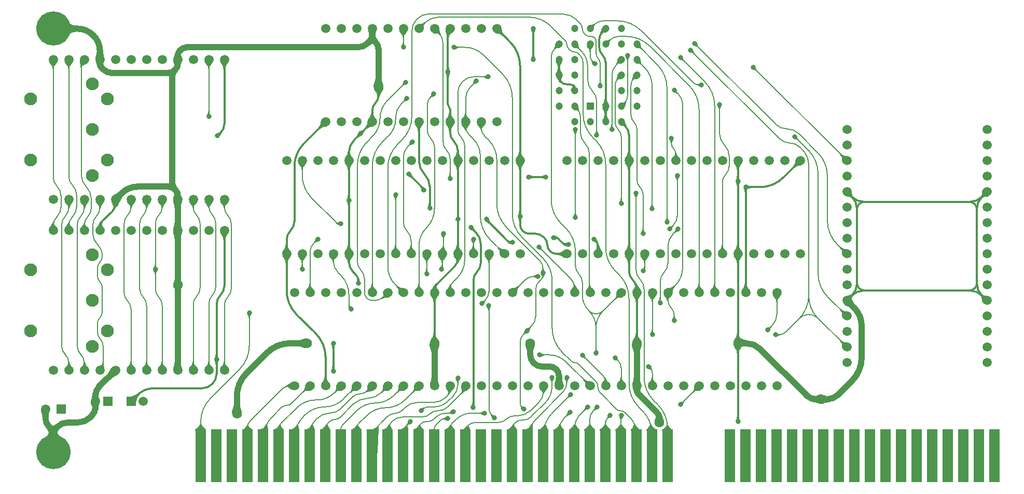
<source format=gbl>
%TF.GenerationSoftware,KiCad,Pcbnew,8.0.4*%
%TF.CreationDate,2024-09-16T16:41:47+02:00*%
%TF.ProjectId,LCD Board,4c434420-426f-4617-9264-2e6b69636164,V1*%
%TF.SameCoordinates,PX18392c0PY54c81a0*%
%TF.FileFunction,Copper,L2,Bot*%
%TF.FilePolarity,Positive*%
%FSLAX46Y46*%
G04 Gerber Fmt 4.6, Leading zero omitted, Abs format (unit mm)*
G04 Created by KiCad (PCBNEW 8.0.4) date 2024-09-16 16:41:47*
%MOMM*%
%LPD*%
G01*
G04 APERTURE LIST*
%TA.AperFunction,ComponentPad*%
%ADD10C,1.500000*%
%TD*%
%TA.AperFunction,ComponentPad*%
%ADD11R,1.500000X1.500000*%
%TD*%
%TA.AperFunction,WasherPad*%
%ADD12C,2.100000*%
%TD*%
%TA.AperFunction,ComponentPad*%
%ADD13C,5.600000*%
%TD*%
%TA.AperFunction,ConnectorPad*%
%ADD14R,1.780000X8.620000*%
%TD*%
%TA.AperFunction,ComponentPad*%
%ADD15C,1.200000*%
%TD*%
%TA.AperFunction,ComponentPad*%
%ADD16R,1.200000X1.200000*%
%TD*%
%TA.AperFunction,ViaPad*%
%ADD17C,0.800000*%
%TD*%
%TA.AperFunction,ViaPad*%
%ADD18C,1.600000*%
%TD*%
%TA.AperFunction,Conductor*%
%ADD19C,0.380000*%
%TD*%
%TA.AperFunction,Conductor*%
%ADD20C,0.200000*%
%TD*%
%TA.AperFunction,Conductor*%
%ADD21C,1.000000*%
%TD*%
G04 APERTURE END LIST*
D10*
%TO.P,C3,2*%
%TO.N,GND*%
X14700000Y-60960000D03*
D11*
%TO.P,C3,1*%
%TO.N,/5V*%
X12700000Y-60960000D03*
%TD*%
D10*
%TO.P,LED1,2,A*%
%TO.N,GND*%
X-1270000Y-62230000D03*
D11*
%TO.P,LED1,1,K*%
%TO.N,Net-(LED1-K)*%
X1270000Y-62230000D03*
%TD*%
D10*
%TO.P,B6,24,3.3V*%
%TO.N,/3.3V*%
X44450000Y0D03*
%TO.P,B6,23,N.C.*%
%TO.N,unconnected-(B6-N.C.-Pad23)*%
X46990000Y0D03*
%TO.P,B6,22,N.C.*%
%TO.N,unconnected-(B6-N.C.-Pad22)*%
X49530000Y0D03*
%TO.P,B6,21,GND*%
%TO.N,GND*%
X52070000Y0D03*
%TO.P,B6,20,N.C.*%
%TO.N,unconnected-(B6-N.C.-Pad20)*%
X54610000Y0D03*
%TO.P,B6,19,H2_{OUT}*%
%TO.N,H2_{D}*%
X57150000Y0D03*
%TO.P,B6,18,H1_{OUT}*%
%TO.N,H1_{D}*%
X59690000Y0D03*
%TO.P,B6,17,H0_{OUT}*%
%TO.N,H0_{D}*%
X62230000Y0D03*
%TO.P,B6,16,GND*%
%TO.N,GND*%
X64770000Y0D03*
%TO.P,B6,15,N.C.*%
%TO.N,unconnected-(B6-N.C.-Pad15)*%
X67310000Y0D03*
%TO.P,B6,14,N.C.*%
%TO.N,unconnected-(B6-N.C.-Pad14)*%
X69850000Y0D03*
%TO.P,B6,13,5V*%
%TO.N,/5V*%
X72390000Y0D03*
%TO.P,B6,12,~{WD}*%
%TO.N,/~{WD}*%
X72390000Y-15240000D03*
%TO.P,B6,11,~{Device_Select}*%
%TO.N,/~{Device Select}*%
X69850000Y-15240000D03*
%TO.P,B6,10,~{RD}*%
%TO.N,/~{RD}*%
X67310000Y-15240000D03*
%TO.P,B6,9,GND*%
%TO.N,GND*%
X64770000Y-15240000D03*
%TO.P,B6,8,H0_{REG}*%
%TO.N,/3.3V*%
X62230000Y-15240000D03*
%TO.P,B6,7,H1_{REG}*%
X59690000Y-15240000D03*
%TO.P,B6,6,H2_{REG}*%
X57150000Y-15240000D03*
%TO.P,B6,5,~{Device_ROM}*%
%TO.N,/~{Device ROM}*%
X54610000Y-15240000D03*
%TO.P,B6,4,GND*%
%TO.N,GND*%
X52070000Y-15240000D03*
%TO.P,B6,3,~{Device_Registers}*%
%TO.N,/~{Device Registers}*%
X49530000Y-15240000D03*
%TO.P,B6,2,~{Device_RAM}*%
%TO.N,/~{Device RAM}*%
X46990000Y-15240000D03*
%TO.P,B6,1,5V*%
%TO.N,/5V*%
X44450000Y-15240000D03*
%TD*%
%TO.P,C4,2*%
%TO.N,GND*%
X6890000Y-60960000D03*
D11*
%TO.P,C4,1*%
%TO.N,12V*%
X8890000Y-60960000D03*
%TD*%
D10*
%TO.P,B4,24,D7*%
%TO.N,/D0*%
X0Y-5080000D03*
%TO.P,B4,23,D6*%
%TO.N,/D1*%
X2540000Y-5080000D03*
%TO.P,B4,22,D5*%
%TO.N,/D2*%
X5080000Y-5080000D03*
%TO.P,B4,21,GND*%
%TO.N,GND*%
X7620000Y-5080000D03*
%TO.P,B4,20,N.C.*%
%TO.N,unconnected-(B4-N.C.-Pad20)*%
X10160000Y-5080000D03*
%TO.P,B4,19,N.C.*%
%TO.N,unconnected-(B4-N.C.-Pad19)*%
X12700000Y-5080000D03*
%TO.P,B4,18,N.C.*%
%TO.N,unconnected-(B4-N.C.-Pad18)*%
X15240000Y-5080000D03*
%TO.P,B4,17,~{Read_Low}*%
%TO.N,/~{Y0}*%
X17780000Y-5080000D03*
%TO.P,B4,16,GND*%
%TO.N,GND*%
X20320000Y-5080000D03*
%TO.P,B4,15,Serial_Data*%
%TO.N,unconnected-(B4-Serial_Data-Pad15)*%
X22860000Y-5080000D03*
%TO.P,B4,14,~{Read_High}*%
%TO.N,/~{Y1}*%
X25400000Y-5080000D03*
%TO.P,B4,13,5V*%
%TO.N,/5V*%
X27940000Y-5080000D03*
%TO.P,B4,12,~{Serial_CP}*%
%TO.N,/~{Serial CP}*%
X27940000Y-27940000D03*
%TO.P,B4,11,Serial_CP*%
%TO.N,/Serial CP*%
X25400000Y-27940000D03*
%TO.P,B4,10,Serial_PL*%
%TO.N,/Serial PL*%
X22860000Y-27940000D03*
%TO.P,B4,9,GND*%
%TO.N,GND*%
X20320000Y-27940000D03*
%TO.P,B4,8,~{Reset}*%
%TO.N,/~{Reset}*%
X17780000Y-27940000D03*
%TO.P,B4,7,D0*%
%TO.N,/D7*%
X15240000Y-27940000D03*
%TO.P,B4,6,D1*%
%TO.N,/D6*%
X12700000Y-27940000D03*
%TO.P,B4,5,GND*%
%TO.N,GND*%
X10160000Y-27940000D03*
%TO.P,B4,4,D2*%
%TO.N,/D5*%
X7620000Y-27940000D03*
%TO.P,B4,3,D3*%
%TO.N,/D4*%
X5080000Y-27940000D03*
%TO.P,B4,2,D4*%
%TO.N,/D3*%
X2540000Y-27940000D03*
%TO.P,B4,1,5V*%
%TO.N,/5V*%
X0Y-27940000D03*
D12*
%TO.P,B4,*%
%TO.N,*%
X6350000Y-9010000D03*
X8850000Y-11510000D03*
X-3650000Y-11510000D03*
X6350000Y-16510000D03*
X8850000Y-21510000D03*
X-3650000Y-21510000D03*
X6350000Y-24010000D03*
%TD*%
D10*
%TO.P,B1,32,N.C.*%
%TO.N,unconnected-(B1-N.C.-Pad32)*%
X152400000Y-16510000D03*
%TO.P,B1,31,N.C.*%
%TO.N,unconnected-(B1-N.C.-Pad31)*%
X152400000Y-19050000D03*
%TO.P,B1,30,N.C.*%
%TO.N,unconnected-(B1-N.C.-Pad30)*%
X152400000Y-21590000D03*
%TO.P,B1,29,N.C.*%
%TO.N,unconnected-(B1-N.C.-Pad29)*%
X152400000Y-24130000D03*
%TO.P,B1,28,GND*%
%TO.N,GND*%
X152400000Y-26670000D03*
%TO.P,B1,27,A0*%
%TO.N,/A0*%
X152400000Y-29210000D03*
%TO.P,B1,26,A1*%
%TO.N,/A1*%
X152400000Y-31750000D03*
%TO.P,B1,25,A2*%
%TO.N,/A2*%
X152400000Y-34290000D03*
%TO.P,B1,24,N.C.*%
%TO.N,unconnected-(B1-N.C.-Pad24)*%
X152400000Y-36830000D03*
%TO.P,B1,23,N.C.*%
%TO.N,unconnected-(B1-N.C.-Pad23)*%
X152400000Y-39370000D03*
%TO.P,B1,22,N.C.*%
%TO.N,unconnected-(B1-N.C.-Pad22)*%
X152400000Y-41910000D03*
%TO.P,B1,21,GND*%
%TO.N,GND*%
X152400000Y-44450000D03*
%TO.P,B1,20,N.C.*%
%TO.N,unconnected-(B1-N.C.-Pad20)*%
X152400000Y-46990000D03*
%TO.P,B1,19,N.C.*%
%TO.N,unconnected-(B1-N.C.-Pad19)*%
X152400000Y-49530000D03*
%TO.P,B1,18,N.C.*%
%TO.N,unconnected-(B1-N.C.-Pad18)*%
X152400000Y-52070000D03*
%TO.P,B1,17,5V*%
%TO.N,/5V*%
X152400000Y-54610000D03*
%TO.P,B1,16,D7*%
%TO.N,/D7*%
X129540000Y-54610000D03*
%TO.P,B1,15,D6*%
%TO.N,/D6*%
X129540000Y-52070000D03*
%TO.P,B1,14,D5*%
%TO.N,/D5*%
X129540000Y-49530000D03*
%TO.P,B1,13,D4*%
%TO.N,/D4*%
X129540000Y-46990000D03*
%TO.P,B1,12,GND*%
%TO.N,GND*%
X129540000Y-44450000D03*
%TO.P,B1,11,D3*%
%TO.N,/D3*%
X129540000Y-41910000D03*
%TO.P,B1,10,D2*%
%TO.N,/D2*%
X129540000Y-39370000D03*
%TO.P,B1,9,D1*%
%TO.N,/D1*%
X129540000Y-36830000D03*
%TO.P,B1,8,D0*%
%TO.N,/D0*%
X129540000Y-34290000D03*
%TO.P,B1,7,N.C.*%
%TO.N,unconnected-(B1-N.C.-Pad7)*%
X129540000Y-31750000D03*
%TO.P,B1,6,~{CS}*%
%TO.N,/~{LCD Select}*%
X129540000Y-29210000D03*
%TO.P,B1,5,GND*%
%TO.N,GND*%
X129540000Y-26670000D03*
%TO.P,B1,4,~{WD}*%
%TO.N,/~{WD}*%
X129540000Y-24130000D03*
%TO.P,B1,3,~{RD}*%
%TO.N,/~{RD}*%
X129540000Y-21590000D03*
%TO.P,B1,2,N.C.*%
%TO.N,unconnected-(B1-N.C.-Pad2)*%
X129540000Y-19050000D03*
%TO.P,B1,1,5V*%
%TO.N,/5V*%
X129540000Y-16510000D03*
%TD*%
D13*
%TO.P,H7,1,GND*%
%TO.N,GND*%
X0Y0D03*
%TD*%
D10*
%TO.P,B5,24,D7*%
%TO.N,/D0*%
X0Y-33020000D03*
%TO.P,B5,23,D6*%
%TO.N,/D1*%
X2540000Y-33020000D03*
%TO.P,B5,22,D5*%
%TO.N,/D2*%
X5080000Y-33020000D03*
%TO.P,B5,21,GND*%
%TO.N,GND*%
X7620000Y-33020000D03*
%TO.P,B5,20,N.C.*%
%TO.N,unconnected-(B5-N.C.-Pad20)*%
X10160000Y-33020000D03*
%TO.P,B5,19,N.C.*%
%TO.N,unconnected-(B5-N.C.-Pad19)*%
X12700000Y-33020000D03*
%TO.P,B5,18,N.C.*%
%TO.N,unconnected-(B5-N.C.-Pad18)*%
X15240000Y-33020000D03*
%TO.P,B5,17,~{Read_Low}*%
%TO.N,/~{Y2}*%
X17780000Y-33020000D03*
%TO.P,B5,16,GND*%
%TO.N,GND*%
X20320000Y-33020000D03*
%TO.P,B5,15,Serial_Data*%
%TO.N,unconnected-(B5-Serial_Data-Pad15)*%
X22860000Y-33020000D03*
%TO.P,B5,14,~{Read_High}*%
%TO.N,/~{Y3}*%
X25400000Y-33020000D03*
%TO.P,B5,13,5V*%
%TO.N,/5V*%
X27940000Y-33020000D03*
%TO.P,B5,12,~{Serial_CP}*%
%TO.N,/~{Serial CP}*%
X27940000Y-55880000D03*
%TO.P,B5,11,Serial_CP*%
%TO.N,/Serial CP*%
X25400000Y-55880000D03*
%TO.P,B5,10,Serial_PL*%
%TO.N,/Serial PL*%
X22860000Y-55880000D03*
%TO.P,B5,9,GND*%
%TO.N,GND*%
X20320000Y-55880000D03*
%TO.P,B5,8,~{Reset}*%
%TO.N,/~{Reset}*%
X17780000Y-55880000D03*
%TO.P,B5,7,D0*%
%TO.N,/D7*%
X15240000Y-55880000D03*
%TO.P,B5,6,D1*%
%TO.N,/D6*%
X12700000Y-55880000D03*
%TO.P,B5,5,GND*%
%TO.N,GND*%
X10160000Y-55880000D03*
%TO.P,B5,4,D2*%
%TO.N,/D5*%
X7620000Y-55880000D03*
%TO.P,B5,3,D3*%
%TO.N,/D4*%
X5080000Y-55880000D03*
%TO.P,B5,2,D4*%
%TO.N,/D3*%
X2540000Y-55880000D03*
%TO.P,B5,1,5V*%
%TO.N,/5V*%
X0Y-55880000D03*
D12*
%TO.P,B5,*%
%TO.N,*%
X6350000Y-36950000D03*
X8850000Y-39450000D03*
X-3650000Y-39450000D03*
X6350000Y-44450000D03*
X8850000Y-49450000D03*
X-3650000Y-49450000D03*
X6350000Y-51950000D03*
%TD*%
D10*
%TO.P,B16,64,A0*%
%TO.N,/A0*%
X39370000Y-43180000D03*
%TO.P,B16,63,A1*%
%TO.N,/A1*%
X41910000Y-43180000D03*
%TO.P,B16,62,A2*%
%TO.N,/A2*%
X44450000Y-43180000D03*
%TO.P,B16,61,A3*%
%TO.N,/A3*%
X46990000Y-43180000D03*
%TO.P,B16,60,A4*%
%TO.N,/A4*%
X49530000Y-43180000D03*
%TO.P,B16,59,A5*%
%TO.N,/A5*%
X52070000Y-43180000D03*
%TO.P,B16,58,A6*%
%TO.N,/A6*%
X54610000Y-43180000D03*
%TO.P,B16,57,A7*%
%TO.N,/A7*%
X57150000Y-43180000D03*
%TO.P,B16,56,A8*%
%TO.N,/A8*%
X59690000Y-43180000D03*
%TO.P,B16,55,GND*%
%TO.N,GND*%
X62230000Y-43180000D03*
%TO.P,B16,54,A9*%
%TO.N,/A9*%
X64770000Y-43180000D03*
%TO.P,B16,53,A10*%
%TO.N,/A10*%
X67310000Y-43180000D03*
%TO.P,B16,52,A11*%
%TO.N,/A11*%
X69850000Y-43180000D03*
%TO.P,B16,51,A12*%
%TO.N,/A12*%
X72390000Y-43180000D03*
%TO.P,B16,50,A13*%
%TO.N,/A13*%
X74930000Y-43180000D03*
%TO.P,B16,49,A14*%
%TO.N,/A14*%
X77470000Y-43180000D03*
%TO.P,B16,48,A15*%
%TO.N,unconnected-(B16-A15-Pad48)*%
X80010000Y-43180000D03*
%TO.P,B16,47,A16*%
%TO.N,unconnected-(B16-A16-Pad47)*%
X82550000Y-43180000D03*
%TO.P,B16,46,~{RD}*%
%TO.N,/~{RD}*%
X85090000Y-43180000D03*
%TO.P,B16,45,~{WD}*%
%TO.N,/~{WD}*%
X87630000Y-43180000D03*
%TO.P,B16,44,S*%
%TO.N,/CLK*%
X90170000Y-43180000D03*
%TO.P,B16,43,D7*%
%TO.N,/D7*%
X92710000Y-43180000D03*
%TO.P,B16,42,GND*%
%TO.N,GND*%
X95250000Y-43180000D03*
%TO.P,B16,41,D6*%
%TO.N,/D6*%
X97790000Y-43180000D03*
%TO.P,B16,40,D5*%
%TO.N,/D5*%
X100330000Y-43180000D03*
%TO.P,B16,39,D4*%
%TO.N,/D4*%
X102870000Y-43180000D03*
%TO.P,B16,38,D3*%
%TO.N,/D3*%
X105410000Y-43180000D03*
%TO.P,B16,37,D2*%
%TO.N,/D2*%
X107950000Y-43180000D03*
%TO.P,B16,36,D1*%
%TO.N,/D1*%
X110490000Y-43180000D03*
%TO.P,B16,35,5V*%
%TO.N,/5V*%
X113030000Y-43180000D03*
%TO.P,B16,34,D0*%
%TO.N,/D0*%
X115570000Y-43180000D03*
%TO.P,B16,33,Deivce_~{CS}*%
%TO.N,/~{Device Select}*%
X118110000Y-43180000D03*
%TO.P,B16,32,Deivce_~{CS}_{IN}*%
%TO.N,~{Select}_{D}*%
X118110000Y-58420000D03*
%TO.P,B16,31,D0_{IN/OUT}*%
%TO.N,D0_{D}*%
X115570000Y-58420000D03*
%TO.P,B16,30,D1_{IN/OUT}*%
%TO.N,D1_{D}*%
X113030000Y-58420000D03*
%TO.P,B16,29,D2_{IN/OUT}*%
%TO.N,D2_{D}*%
X110490000Y-58420000D03*
%TO.P,B16,28,D3_{IN/OUT}*%
%TO.N,D3_{D}*%
X107950000Y-58420000D03*
%TO.P,B16,27,D4_{IN/OUT}*%
%TO.N,D4_{D}*%
X105410000Y-58420000D03*
%TO.P,B16,26,D5_{IN/OUT}*%
%TO.N,D5_{D}*%
X102870000Y-58420000D03*
%TO.P,B16,25,D6_{IN/OUT}*%
%TO.N,D6_{D}*%
X100330000Y-58420000D03*
%TO.P,B16,24,D7_{IN/OUT}*%
%TO.N,D7_{D}*%
X97790000Y-58420000D03*
%TO.P,B16,23,GND*%
%TO.N,GND*%
X95250000Y-58420000D03*
%TO.P,B16,22,S_{IN}*%
%TO.N,CLK_{D}*%
X92710000Y-58420000D03*
%TO.P,B16,21,~{WD}_{IN}*%
%TO.N,~{WD}_{D}*%
X90170000Y-58420000D03*
%TO.P,B16,20,~{RD}_{IN}*%
%TO.N,~{RD}_{D}*%
X87630000Y-58420000D03*
%TO.P,B16,19,A16_{IN}*%
%TO.N,GND*%
X85090000Y-58420000D03*
%TO.P,B16,18,A15_{IN}*%
X82550000Y-58420000D03*
%TO.P,B16,17,A14_{IN}*%
%TO.N,A14_{D}*%
X80010000Y-58420000D03*
%TO.P,B16,16,A13_{IN}*%
%TO.N,A13_{D}*%
X77470000Y-58420000D03*
%TO.P,B16,15,A12_{IN}*%
%TO.N,A12_{D}*%
X74930000Y-58420000D03*
%TO.P,B16,14,A11_{IN}*%
%TO.N,A11_{D}*%
X72390000Y-58420000D03*
%TO.P,B16,13,A10_{IN}*%
%TO.N,A10_{D}*%
X69850000Y-58420000D03*
%TO.P,B16,12,A9_{IN}*%
%TO.N,A9_{D}*%
X67310000Y-58420000D03*
%TO.P,B16,11,A8_{IN}*%
%TO.N,A8_{D}*%
X64770000Y-58420000D03*
%TO.P,B16,10,GND*%
%TO.N,GND*%
X62230000Y-58420000D03*
%TO.P,B16,9,A7_{IN}*%
%TO.N,A7_{D}*%
X59690000Y-58420000D03*
%TO.P,B16,8,A6_{IN}*%
%TO.N,A6_{D}*%
X57150000Y-58420000D03*
%TO.P,B16,7,A5_{IN}*%
%TO.N,A5_{D}*%
X54610000Y-58420000D03*
%TO.P,B16,6,A4_{IN}*%
%TO.N,A4_{D}*%
X52070000Y-58420000D03*
%TO.P,B16,5,A3_{IN}*%
%TO.N,A3_{D}*%
X49530000Y-58420000D03*
%TO.P,B16,4,A2_{IN}*%
%TO.N,A2_{D}*%
X46990000Y-58420000D03*
%TO.P,B16,3,5V*%
%TO.N,/5V*%
X44450000Y-58420000D03*
%TO.P,B16,2,A1_{IN}*%
%TO.N,A1_{D}*%
X41910000Y-58420000D03*
%TO.P,B16,1,A0_{IN}*%
%TO.N,A0_{D}*%
X39370000Y-58420000D03*
%TD*%
D13*
%TO.P,H10,1,GND*%
%TO.N,GND*%
X0Y-69215000D03*
%TD*%
D14*
%TO.P,J1,C18,C18*%
%TO.N,unconnected-(J1-PadC18)*%
X153619200Y-69850000D03*
%TO.P,J1,C17,C17*%
%TO.N,unconnected-(J1-PadC17)*%
X151079200Y-69850000D03*
%TO.P,J1,C16,C16*%
%TO.N,unconnected-(J1-PadC16)*%
X148539200Y-69850000D03*
%TO.P,J1,C15,C15*%
%TO.N,unconnected-(J1-PadC15)*%
X145999200Y-69850000D03*
%TO.P,J1,C14,C14*%
%TO.N,unconnected-(J1-PadC14)*%
X143459200Y-69850000D03*
%TO.P,J1,C13,C13*%
%TO.N,unconnected-(J1-PadC13)*%
X140919200Y-69850000D03*
%TO.P,J1,C12,C12*%
%TO.N,unconnected-(J1-PadC12)*%
X138379200Y-69850000D03*
%TO.P,J1,C11,C11*%
%TO.N,unconnected-(J1-PadC11)*%
X135839200Y-69850000D03*
%TO.P,J1,C10,C10*%
%TO.N,unconnected-(J1-PadC10)*%
X133299200Y-69850000D03*
%TO.P,J1,C9,C9*%
%TO.N,unconnected-(J1-PadC9)*%
X130759200Y-69850000D03*
%TO.P,J1,C8,C8*%
%TO.N,unconnected-(J1-PadC8)*%
X128219200Y-69850000D03*
%TO.P,J1,C7,C7*%
%TO.N,unconnected-(J1-PadC7)*%
X125679200Y-69850000D03*
%TO.P,J1,C6,C6*%
%TO.N,unconnected-(J1-PadC6)*%
X123139200Y-69850000D03*
%TO.P,J1,C5,C5*%
%TO.N,unconnected-(J1-PadC5)*%
X120599200Y-69850000D03*
%TO.P,J1,C4,C4*%
%TO.N,unconnected-(J1-PadC4)*%
X118059200Y-69850000D03*
%TO.P,J1,C3,C3*%
%TO.N,unconnected-(J1-PadC3)*%
X115519200Y-69850000D03*
%TO.P,J1,C2,C2*%
%TO.N,unconnected-(J1-PadC2)*%
X112979200Y-69850000D03*
%TO.P,J1,C1,C1*%
%TO.N,unconnected-(J1-PadC1)*%
X110439200Y-69850000D03*
%TO.P,J1,A31,A31*%
%TO.N,H0_{D}*%
X100279200Y-69850000D03*
%TO.P,J1,A30,A30*%
%TO.N,H1_{D}*%
X97739200Y-69850000D03*
%TO.P,J1,A29,A29*%
%TO.N,H2_{D}*%
X95199200Y-69850000D03*
%TO.P,J1,A28,A28*%
%TO.N,D0_{D}*%
X92659200Y-69850000D03*
%TO.P,J1,A27,A27*%
%TO.N,D1_{D}*%
X90119200Y-69850000D03*
%TO.P,J1,A26,A26*%
%TO.N,D2_{D}*%
X87579200Y-69850000D03*
%TO.P,J1,A25,A25*%
%TO.N,D3_{D}*%
X85039200Y-69850000D03*
%TO.P,J1,A24,A24*%
%TO.N,D4_{D}*%
X82499200Y-69850000D03*
%TO.P,J1,A23,A23*%
%TO.N,D5_{D}*%
X79959200Y-69850000D03*
%TO.P,J1,A22,A22*%
%TO.N,D6_{D}*%
X77419200Y-69850000D03*
%TO.P,J1,A21,A21*%
%TO.N,D7_{D}*%
X74879200Y-69850000D03*
%TO.P,J1,A20,A20*%
%TO.N,A16_{D}*%
X72339200Y-69850000D03*
%TO.P,J1,A19,A19*%
%TO.N,A15_{D}*%
X69799200Y-69850000D03*
%TO.P,J1,A18,A18*%
%TO.N,A14_{D}*%
X67259200Y-69850000D03*
%TO.P,J1,A17,A17*%
%TO.N,A13_{D}*%
X64719200Y-69850000D03*
%TO.P,J1,A16,A16*%
%TO.N,A12_{D}*%
X62179200Y-69850000D03*
%TO.P,J1,A15,A15*%
%TO.N,A11_{D}*%
X59639200Y-69850000D03*
%TO.P,J1,A14,A14*%
%TO.N,A10_{D}*%
X57099200Y-69850000D03*
%TO.P,J1,A13,A13*%
%TO.N,A9_{D}*%
X54559200Y-69850000D03*
%TO.P,J1,A12,A12*%
%TO.N,A8_{D}*%
X52019200Y-69850000D03*
%TO.P,J1,A11,A11*%
%TO.N,A7_{D}*%
X49479200Y-69850000D03*
%TO.P,J1,A10,A10*%
%TO.N,A6_{D}*%
X46939200Y-69850000D03*
%TO.P,J1,A9,A9*%
%TO.N,A5_{D}*%
X44399200Y-69850000D03*
%TO.P,J1,A8,A8*%
%TO.N,A4_{D}*%
X41859200Y-69850000D03*
%TO.P,J1,A7,A7*%
%TO.N,A3_{D}*%
X39319200Y-69850000D03*
%TO.P,J1,A6,A6*%
%TO.N,A2_{D}*%
X36779200Y-69850000D03*
%TO.P,J1,A5,A5*%
%TO.N,A1_{D}*%
X34239200Y-69850000D03*
%TO.P,J1,A4,A4*%
%TO.N,A0_{D}*%
X31699200Y-69850000D03*
%TO.P,J1,A3,A3*%
%TO.N,unconnected-(J1-PadA3)*%
X29159200Y-69850000D03*
%TO.P,J1,A2,A2*%
%TO.N,unconnected-(J1-PadA2)*%
X26619200Y-69850000D03*
%TO.P,J1,A1,A1*%
%TO.N,~{Reset}_{System}*%
X24079200Y-69850000D03*
%TD*%
D10*
%TO.P,B2,32,N.C.*%
%TO.N,unconnected-(B2-N.C.-Pad32)*%
X38100000Y-21590000D03*
%TO.P,B2,31,~{LCD_Select}*%
%TO.N,/~{LCD Select}*%
X40640000Y-21590000D03*
%TO.P,B2,30,~{Serial_Select}*%
%TO.N,unconnected-(B2-~{Serial_Select}-Pad30)*%
X43180000Y-21590000D03*
%TO.P,B2,29,Serial_PL*%
%TO.N,/Serial PL*%
X45720000Y-21590000D03*
%TO.P,B2,28,GND*%
%TO.N,GND*%
X48260000Y-21590000D03*
%TO.P,B2,27,~{Serial_CP}*%
%TO.N,/~{Serial CP}*%
X50800000Y-21590000D03*
%TO.P,B2,26,Serial_CP*%
%TO.N,/Serial CP*%
X53340000Y-21590000D03*
%TO.P,B2,25,~{Y0}*%
%TO.N,/~{Y0}*%
X55880000Y-21590000D03*
%TO.P,B2,24,~{Y1}*%
%TO.N,/~{Y1}*%
X58420000Y-21590000D03*
%TO.P,B2,23,~{Y2}*%
%TO.N,/~{Y2}*%
X60960000Y-21590000D03*
%TO.P,B2,22,~{Y3}*%
%TO.N,/~{Y3}*%
X63500000Y-21590000D03*
%TO.P,B2,21,GND*%
%TO.N,GND*%
X66040000Y-21590000D03*
%TO.P,B2,20,~{Y4}*%
%TO.N,unconnected-(B2-~{Y4}-Pad20)*%
X68580000Y-21590000D03*
%TO.P,B2,19,~{Y5}*%
%TO.N,unconnected-(B2-~{Y5}-Pad19)*%
X71120000Y-21590000D03*
%TO.P,B2,18,~{Y6}*%
%TO.N,unconnected-(B2-~{Y6}-Pad18)*%
X73660000Y-21590000D03*
%TO.P,B2,17,5V*%
%TO.N,/5V*%
X76200000Y-21590000D03*
%TO.P,B2,16,~{Y7}*%
%TO.N,unconnected-(B2-~{Y7}-Pad16)*%
X76200000Y-36830000D03*
%TO.P,B2,15,~{RD}*%
%TO.N,/~{RD}*%
X73660000Y-36830000D03*
%TO.P,B2,14,A0*%
%TO.N,/A0*%
X71120000Y-36830000D03*
%TO.P,B2,13,A1*%
%TO.N,/A1*%
X68580000Y-36830000D03*
%TO.P,B2,12,GND*%
%TO.N,GND*%
X66040000Y-36830000D03*
%TO.P,B2,11,A2*%
%TO.N,/A2*%
X63500000Y-36830000D03*
%TO.P,B2,10,A3*%
%TO.N,/A3*%
X60960000Y-36830000D03*
%TO.P,B2,9,~{A3}*%
%TO.N,/~{A3}*%
X58420000Y-36830000D03*
%TO.P,B2,8,~{Device_Registers}*%
%TO.N,/~{Device Registers}*%
X55880000Y-36830000D03*
%TO.P,B2,7,CEP*%
%TO.N,unconnected-(B2-CEP-Pad7)*%
X53340000Y-36830000D03*
%TO.P,B2,6,N.C.*%
%TO.N,unconnected-(B2-N.C.-Pad6)*%
X50800000Y-36830000D03*
%TO.P,B2,5,GND*%
%TO.N,GND*%
X48260000Y-36830000D03*
%TO.P,B2,4,CLK*%
%TO.N,/CLK*%
X45720000Y-36830000D03*
%TO.P,B2,3,N.C.*%
%TO.N,unconnected-(B2-N.C.-Pad3)*%
X43180000Y-36830000D03*
%TO.P,B2,2,~{Reset}*%
%TO.N,/~{Reset}*%
X40640000Y-36830000D03*
%TO.P,B2,1,5V*%
%TO.N,/5V*%
X38100000Y-36830000D03*
%TD*%
D15*
%TO.P,IC1,32,3V*%
%TO.N,/3.3V*%
X87630000Y-15240000D03*
%TO.P,IC1,31,~{WE}*%
%TO.N,/~{WD}*%
X85090000Y-12700000D03*
%TO.P,IC1,30,N.C.*%
%TO.N,unconnected-(IC1-N.C.-Pad30)*%
X85090000Y-15240000D03*
%TO.P,IC1,29,A14*%
%TO.N,GND*%
X82550000Y-12700000D03*
%TO.P,IC1,28,A13*%
X85090000Y-10160000D03*
%TO.P,IC1,27,A8*%
%TO.N,/A8*%
X82550000Y-10160000D03*
%TO.P,IC1,26,A9*%
%TO.N,/A9*%
X85090000Y-7620000D03*
%TO.P,IC1,25,A11*%
%TO.N,GND*%
X82550000Y-7620000D03*
%TO.P,IC1,24,~{OE}*%
%TO.N,/~{RD}*%
X85090000Y-5080000D03*
%TO.P,IC1,23,A10*%
%TO.N,GND*%
X82550000Y-5080000D03*
%TO.P,IC1,22,~{CE}*%
%TO.N,/~{Device ROM}*%
X85090000Y-2540000D03*
%TO.P,IC1,21,DQ7*%
%TO.N,/D7*%
X82550000Y-2540000D03*
%TO.P,IC1,20,DQ6*%
%TO.N,/D6*%
X85090000Y0D03*
%TO.P,IC1,19,DQ5*%
%TO.N,/D5*%
X87630000Y-2540000D03*
%TO.P,IC1,18,DQ4*%
%TO.N,/D4*%
X87630000Y0D03*
%TO.P,IC1,17,DQ3*%
%TO.N,/D3*%
X90170000Y-2540000D03*
%TO.P,IC1,16,GND*%
%TO.N,GND*%
X90170000Y0D03*
%TO.P,IC1,15,DQ2*%
%TO.N,/D2*%
X92710000Y-2540000D03*
%TO.P,IC1,14,DQ1*%
%TO.N,/D1*%
X92710000Y0D03*
%TO.P,IC1,13,DQ0*%
%TO.N,/D0*%
X95250000Y-2540000D03*
%TO.P,IC1,12,A0*%
%TO.N,/A0*%
X92710000Y-5080000D03*
%TO.P,IC1,11,A1*%
%TO.N,/A1*%
X95250000Y-5080000D03*
%TO.P,IC1,10,A2*%
%TO.N,/A2*%
X92710000Y-7620000D03*
%TO.P,IC1,9,A3*%
%TO.N,/A3*%
X95250000Y-7620000D03*
%TO.P,IC1,8,A4*%
%TO.N,/A4*%
X92710000Y-10160000D03*
%TO.P,IC1,7,A5*%
%TO.N,/A5*%
X95250000Y-10160000D03*
%TO.P,IC1,6,A6*%
%TO.N,/A6*%
X92710000Y-12700000D03*
%TO.P,IC1,5,A7*%
%TO.N,/A7*%
X95250000Y-12700000D03*
%TO.P,IC1,4,A12*%
%TO.N,GND*%
X92710000Y-15240000D03*
%TO.P,IC1,3,A15*%
X90170000Y-12700000D03*
%TO.P,IC1,2,A16*%
X90170000Y-15240000D03*
D16*
%TO.P,IC1,1,N.C.*%
%TO.N,unconnected-(IC1-N.C.-Pad1)*%
X87630000Y-12700000D03*
%TD*%
D10*
%TO.P,B3,32,N.C.*%
%TO.N,unconnected-(B3-N.C.-Pad32)*%
X83820000Y-21590000D03*
%TO.P,B3,31,N.C.*%
%TO.N,unconnected-(B3-N.C.-Pad31)*%
X86360000Y-21590000D03*
%TO.P,B3,30,N.C.*%
%TO.N,unconnected-(B3-N.C.-Pad30)*%
X88900000Y-21590000D03*
%TO.P,B3,29,N.C.*%
%TO.N,unconnected-(B3-N.C.-Pad29)*%
X91440000Y-21590000D03*
%TO.P,B3,28,GND*%
%TO.N,GND*%
X93980000Y-21590000D03*
%TO.P,B3,27,N.C.*%
%TO.N,unconnected-(B3-N.C.-Pad27)*%
X96520000Y-21590000D03*
%TO.P,B3,26,N.C.*%
%TO.N,unconnected-(B3-N.C.-Pad26)*%
X99060000Y-21590000D03*
%TO.P,B3,25,~{Device_ROM}*%
%TO.N,/~{Device ROM}*%
X101600000Y-21590000D03*
%TO.P,B3,24,~{Device_Registers}*%
%TO.N,/~{Device Registers}*%
X104140000Y-21590000D03*
%TO.P,B3,23,~{Device_RAM}*%
%TO.N,/~{Device RAM}*%
X106680000Y-21590000D03*
%TO.P,B3,22,~{A4}*%
%TO.N,unconnected-(B3-~{A4}-Pad22)*%
X109220000Y-21590000D03*
%TO.P,B3,21,GND*%
%TO.N,GND*%
X111760000Y-21590000D03*
%TO.P,B3,20,~{A3}*%
%TO.N,/~{A3}*%
X114300000Y-21590000D03*
%TO.P,B3,19,~{Reset}_{OUT}*%
%TO.N,/~{Reset}*%
X116840000Y-21590000D03*
%TO.P,B3,18,Reset_{OUT}*%
%TO.N,unconnected-(B3-Reset_{OUT}-Pad18)*%
X119380000Y-21590000D03*
%TO.P,B3,17,5V*%
%TO.N,/5V*%
X121920000Y-21590000D03*
%TO.P,B3,16,N.C.*%
%TO.N,unconnected-(B3-N.C.-Pad16)*%
X121920000Y-36830000D03*
%TO.P,B3,15,~{Reset}_{IN1}*%
%TO.N,~{Reset}_{D}*%
X119380000Y-36830000D03*
%TO.P,B3,14,~{Reset}_{IN2}*%
%TO.N,~{Reset}_{System}*%
X116840000Y-36830000D03*
%TO.P,B3,13,A3*%
%TO.N,/A3*%
X114300000Y-36830000D03*
%TO.P,B3,12,GND*%
%TO.N,GND*%
X111760000Y-36830000D03*
%TO.P,B3,11,A4*%
%TO.N,/A4*%
X109220000Y-36830000D03*
%TO.P,B3,10,A10*%
%TO.N,/A10*%
X106680000Y-36830000D03*
%TO.P,B3,9,A11*%
%TO.N,/A11*%
X104140000Y-36830000D03*
%TO.P,B3,8,A12*%
%TO.N,/A12*%
X101600000Y-36830000D03*
%TO.P,B3,7,A13*%
%TO.N,/A13*%
X99060000Y-36830000D03*
%TO.P,B3,6,A14*%
%TO.N,/A14*%
X96520000Y-36830000D03*
%TO.P,B3,5,GND*%
%TO.N,GND*%
X93980000Y-36830000D03*
%TO.P,B3,4,A15*%
X91440000Y-36830000D03*
%TO.P,B3,3,A16*%
X88900000Y-36830000D03*
%TO.P,B3,2,~{Device_Select}*%
%TO.N,/~{Device Select}*%
X86360000Y-36830000D03*
%TO.P,B3,1,5V*%
%TO.N,/5V*%
X83820000Y-36830000D03*
%TD*%
D17*
%TO.N,/5V*%
X113029999Y-25908001D03*
X26670000Y-54102000D03*
X26797000Y-17526000D03*
X76200001Y-30689337D03*
%TO.N,GND*%
X81661008Y-34163000D03*
X80403000Y-24257000D03*
X111760000Y-64262006D03*
D18*
X20320000Y-41909988D03*
X77851000Y-51434985D03*
D17*
X84074000Y-35306000D03*
X74996000Y-34937000D03*
X66040000Y-31115000D03*
X49784000Y-41656000D03*
X70739000Y-31115000D03*
X111760000Y-24941000D03*
X78359000Y0D03*
D18*
X98933000Y-64389000D03*
D17*
X58039000Y-23749000D03*
X78359000Y-5080000D03*
X60452000Y-26416000D03*
D18*
X111760000Y-51435000D03*
X29972000Y-62992000D03*
D17*
X77597000Y-24257000D03*
X50165000Y-17144994D03*
X48260000Y-28067000D03*
X88250526Y-34410000D03*
D18*
X95250000Y-51435000D03*
X53086000Y-9652000D03*
D17*
X45720000Y-51435000D03*
D18*
X41402000Y-51435000D03*
X62230000Y-51435000D03*
X125349000Y-60579000D03*
D17*
X45720000Y-56007000D03*
X64407900Y-7112000D03*
%TO.N,/D7*%
X88619746Y-53063242D03*
%TO.N,/D6*%
X104032300Y-3489900D03*
X117856000Y-50038000D03*
X97790000Y-50038000D03*
%TO.N,/D5*%
X101346000Y-10033000D03*
X101346000Y-47752000D03*
X88392000Y-5715000D03*
%TO.N,/D4*%
X121031000Y-17653000D03*
X105793300Y-9162400D03*
%TO.N,/D2*%
X102362000Y-4699000D03*
%TO.N,/D1*%
X104704200Y-2428900D03*
%TO.N,/D0*%
X100203002Y-31623000D03*
%TO.N,/3.3V*%
X61468002Y-29337000D03*
X68501900Y-61976000D03*
X68199000Y-32512000D03*
%TO.N,/A9*%
X70993000Y-7874000D03*
%TO.N,/A8*%
X62103000Y-10668000D03*
%TO.N,/A7*%
X89281000Y-9398000D03*
%TO.N,/A6*%
X57530998Y-8763000D03*
X93752500Y-4390300D03*
%TO.N,/A5*%
X57714700Y-11402000D03*
%TO.N,/A4*%
X108752800Y-12436700D03*
%TO.N,/A3*%
X96266000Y-33528000D03*
X60959998Y-40070000D03*
%TO.N,/A2*%
X63378974Y-39320000D03*
X63691300Y-33493500D03*
X92710002Y-28575000D03*
%TO.N,/A1*%
X68580000Y-34417000D03*
X43180000Y-34417000D03*
X97748300Y-29464000D03*
%TO.N,/A0*%
X85210000Y-16515700D03*
X85210002Y-30838898D03*
X91186000Y-16515700D03*
X69947816Y-44951000D03*
%TO.N,/A14*%
X96266000Y-39624000D03*
%TO.N,/A13*%
X79121000Y-40513000D03*
%TO.N,/~{RD}*%
X69039200Y-8558100D03*
X79248001Y-35687001D03*
X114258496Y-6308500D03*
%TO.N,/~{Device ROM}*%
X100892200Y-17883200D03*
X88703392Y-17427554D03*
%TO.N,/~{Device Registers}*%
X55880000Y-27177996D03*
%TO.N,/~{LCD Select}*%
X46926800Y-31871700D03*
%TO.N,/~{Device Select}*%
X79940555Y-39939998D03*
X116586000Y-49276000D03*
X77343000Y-49391000D03*
X76835000Y-62230000D03*
%TO.N,/~{Reset}*%
X100584000Y-32766000D03*
X40640000Y-39370000D03*
X101853990Y-24003000D03*
X16680000Y-39370000D03*
%TO.N,/CLK*%
X48658461Y-45835000D03*
%TO.N,/~{A3}*%
X58611000Y-18531900D03*
%TO.N,/~{Y1}*%
X25413400Y-14337600D03*
%TO.N,~{Reset}_{D}*%
X71060991Y-45303568D03*
X72009000Y-63615000D03*
%TO.N,D7_{D}*%
X97189900Y-55245000D03*
X81406996Y-57023000D03*
%TO.N,D6_{D}*%
X83820004Y-57022996D03*
%TO.N,D5_{D}*%
X84455000Y-59817002D03*
%TO.N,D4_{D}*%
X84328000Y-62738000D03*
X102362002Y-61468000D03*
%TO.N,D3_{D}*%
X87236650Y-61836650D03*
%TO.N,D2_{D}*%
X88777750Y-61853750D03*
%TO.N,D1_{D}*%
X90918011Y-63239000D03*
%TO.N,D0_{D}*%
X92751399Y-63239000D03*
%TO.N,~{RD}_{D}*%
X79375000Y-53340000D03*
%TO.N,~{WD}_{D}*%
X86360000Y-53352000D03*
%TO.N,CLK_{D}*%
X66040000Y-57150000D03*
X91694004Y-53795000D03*
X60071000Y-62484000D03*
%TO.N,A13_{D}*%
X70385056Y-62875528D03*
%TO.N,A12_{D}*%
X64389000Y-63754000D03*
%TO.N,A11_{D}*%
X65278000Y-62611000D03*
%TO.N,A10_{D}*%
X58293000Y-64250000D03*
%TO.N,H2_{D}*%
X65405000Y-3048000D03*
X57150000Y-3048000D03*
%TO.N,H0_{D}*%
X64770000Y-24511000D03*
X95123000Y-26924000D03*
%TO.N,~{Reset}_{System}*%
X101981000Y-32766000D03*
X99060000Y-44831000D03*
X32004000Y-46482000D03*
%TD*%
D19*
%TO.N,/3.3V*%
X68580000Y-61842674D02*
G75*
G02*
X68540957Y-61936957I-133300J-26D01*
G01*
X60579000Y-23749000D02*
G75*
G02*
X61467985Y-25895235I-2146200J-2146200D01*
G01*
X69793700Y-38276284D02*
G75*
G02*
X69186855Y-39741355I-2071900J-16D01*
G01*
X69186850Y-39741350D02*
G75*
G03*
X68580006Y-41206415I1465050J-1465050D01*
G01*
X68996350Y-33309350D02*
G75*
G02*
X69793690Y-35234323I-1924950J-1924950D01*
G01*
X59690000Y-21602764D02*
G75*
G03*
X60578989Y-23749011I3035200J-36D01*
G01*
%TO.N,/5V*%
X80073500Y-34099500D02*
G75*
G03*
X78693776Y-33528010I-1379700J-1379700D01*
G01*
X80195987Y-34221987D02*
G75*
G02*
X80645008Y-35306000I-1083987J-1084013D01*
G01*
X39370000Y-31486974D02*
G75*
G02*
X38735008Y-33020008I-2168000J-26D01*
G01*
X42856207Y-49841207D02*
G75*
G02*
X44450011Y-53688963I-3847807J-3847793D01*
G01*
X27940000Y-42027974D02*
G75*
G02*
X27305008Y-43561008I-2168000J-26D01*
G01*
X81089500Y-36385500D02*
G75*
G03*
X82162617Y-36829993I1073100J1073100D01*
G01*
X16385643Y-58801000D02*
G75*
G03*
X13779487Y-59880487I-43J-3685600D01*
G01*
X38735000Y-33020000D02*
G75*
G03*
X38100011Y-34553025I1533000J-1533000D01*
G01*
X27305000Y-43561000D02*
G75*
G03*
X26670011Y-45094025I1533000J-1533000D01*
G01*
X40963792Y-18726207D02*
G75*
G03*
X39369959Y-22573963I3847708J-3847793D01*
G01*
X80645000Y-35312382D02*
G75*
G03*
X81089495Y-36385505I1517600J-18D01*
G01*
X27940000Y-15574776D02*
G75*
G02*
X27368507Y-16954507I-1951200J-24D01*
G01*
X38100000Y-42831036D02*
G75*
G03*
X39693790Y-46678794I5441550J-4D01*
G01*
X74606207Y-2216207D02*
G75*
G02*
X76200011Y-6063963I-3847807J-3847793D01*
G01*
X76644500Y-33083500D02*
G75*
G03*
X77717617Y-33527993I1073100J1073100D01*
G01*
X76200001Y-32010383D02*
G75*
G03*
X76644495Y-33083505I1517599J-17D01*
G01*
X25971500Y-58102500D02*
G75*
G02*
X24285171Y-58800988I-1686300J1686300D01*
G01*
X26670000Y-56416171D02*
G75*
G02*
X25971508Y-58102508I-2384800J-29D01*
G01*
X119195791Y-24314208D02*
G75*
G02*
X115348035Y-25908010I-3847791J3847808D01*
G01*
D20*
%TO.N,A3_{D}*%
X44259500Y-61849000D02*
G75*
G03*
X41115857Y-63151132I0J-4445800D01*
G01*
X47403137Y-60546862D02*
G75*
G02*
X44259500Y-61848992I-3143637J3143662D01*
G01*
X40868600Y-63398400D02*
G75*
G03*
X39319193Y-67138982I3740600J-3740600D01*
G01*
%TO.N,A13_{D}*%
X70379792Y-62870264D02*
G75*
G03*
X70367083Y-62865020I-12692J-12736D01*
G01*
X65073955Y-64593044D02*
G75*
G03*
X64719196Y-65449500I856445J-856456D01*
G01*
X68274762Y-62865000D02*
G75*
G03*
X65760611Y-63906411I38J-3555600D01*
G01*
%TO.N,D5_{D}*%
X81552992Y-62719009D02*
G75*
G03*
X79959160Y-66566765I3847708J-3847791D01*
G01*
%TO.N,A2_{D}*%
X45847000Y-59563000D02*
G75*
G02*
X43087553Y-60706022I-2759500J2759500D01*
G01*
X42862500Y-60706000D02*
G75*
G03*
X39718858Y-62008132I0J-4445800D01*
G01*
X37147107Y-64579892D02*
G75*
G03*
X36779195Y-65468100I888193J-888208D01*
G01*
%TO.N,A1_{D}*%
X35832992Y-63354006D02*
G75*
G03*
X34239188Y-67201763I3847808J-3847794D01*
G01*
X38940139Y-61242860D02*
G75*
G02*
X38090000Y-61594993I-850139J850160D01*
G01*
X38090000Y-61595000D02*
G75*
G03*
X37239856Y-61947135I0J-1202300D01*
G01*
%TO.N,D2_{D}*%
X88178475Y-62453025D02*
G75*
G03*
X87579187Y-63899802I1446725J-1446775D01*
G01*
%TO.N,D6_{D}*%
X79012992Y-63606907D02*
G75*
G03*
X77419159Y-67454663I3847708J-3847793D01*
G01*
X83820004Y-57911446D02*
G75*
G02*
X83191751Y-59428102I-2144904J46D01*
G01*
%TO.N,D4_{D}*%
X83413600Y-63652400D02*
G75*
G03*
X82499153Y-65859956I2207500J-2207600D01*
G01*
%TO.N,A9_{D}*%
X57030749Y-63500000D02*
G75*
G03*
X55283086Y-64223886I-49J-2471500D01*
G01*
X64401617Y-61836382D02*
G75*
G02*
X62884000Y-62465010I-1517617J1517582D01*
G01*
X55283100Y-64223900D02*
G75*
G03*
X54559220Y-65971549I1747600J-1747600D01*
G01*
X61477500Y-62982500D02*
G75*
G02*
X60228144Y-63500018I-1249400J1249400D01*
G01*
X62726855Y-62465000D02*
G75*
G03*
X61477534Y-62982534I45J-1766800D01*
G01*
%TO.N,A8_{D}*%
X64770000Y-58991500D02*
G75*
G02*
X64365884Y-59967107I-1379700J0D01*
G01*
X56914257Y-62432942D02*
G75*
G02*
X55759400Y-62911304I-1154857J1154842D01*
G01*
X55759400Y-62911300D02*
G75*
G03*
X54604546Y-63389661I0J-1633200D01*
G01*
X59550174Y-61087000D02*
G75*
G03*
X57348057Y-61999157I26J-3114300D01*
G01*
X64008000Y-60325000D02*
G75*
G02*
X62168369Y-61086987I-1839600J1839600D01*
G01*
%TO.N,A7_{D}*%
X49826955Y-64600044D02*
G75*
G03*
X49479196Y-65439600I839545J-839556D01*
G01*
X54292500Y-61976000D02*
G75*
G03*
X51148857Y-63278132I0J-4445800D01*
G01*
X57436137Y-60673862D02*
G75*
G02*
X54292500Y-61975992I-3143637J3143662D01*
G01*
%TO.N,D1_{D}*%
X90518605Y-63638405D02*
G75*
G03*
X90119222Y-64602655I964195J-964195D01*
G01*
%TO.N,D3_{D}*%
X86137925Y-62935375D02*
G75*
G03*
X85039228Y-65587931I2652575J-2652525D01*
G01*
%TO.N,~{WD}_{D}*%
X89725229Y-56717229D02*
G75*
G02*
X90170012Y-57791000I-1073729J-1073771D01*
G01*
%TO.N,A4_{D}*%
X47036222Y-62056776D02*
G75*
G02*
X45085000Y-62865012I-1951222J1951176D01*
G01*
X50101500Y-59690000D02*
G75*
G03*
X48909091Y-60183920I0J-1686300D01*
G01*
X51293914Y-59196085D02*
G75*
G02*
X50101500Y-59690008I-1192414J1192385D01*
G01*
X45085000Y-62865000D02*
G75*
G03*
X43133786Y-63673233I0J-2759400D01*
G01*
X42900600Y-63906400D02*
G75*
G03*
X41859184Y-66420562I2514200J-2514200D01*
G01*
%TO.N,A12_{D}*%
X62507120Y-64746879D02*
G75*
G03*
X62179237Y-65538550I791680J-791621D01*
G01*
X63944500Y-63754000D02*
G75*
G03*
X63185695Y-64068312I0J-1073100D01*
G01*
%TO.N,A14_{D}*%
X68863538Y-64389000D02*
G75*
G03*
X67729089Y-64858889I-38J-1604300D01*
G01*
X73945750Y-63849250D02*
G75*
G02*
X72642678Y-64388991I-1303050J1303050D01*
G01*
X77923525Y-62411474D02*
G75*
G02*
X75755500Y-63309485I-2168025J2168074D01*
G01*
X80010000Y-59372500D02*
G75*
G02*
X79336473Y-60998512I-2299500J0D01*
G01*
X67729100Y-64858900D02*
G75*
G03*
X67259216Y-65993338I1134400J-1134400D01*
G01*
X75248821Y-63309500D02*
G75*
G03*
X73945744Y-63849244I-21J-1842800D01*
G01*
%TO.N,~{RD}_{D}*%
X83672532Y-54462532D02*
G75*
G03*
X80962500Y-53340011I-2710032J-2710068D01*
G01*
%TO.N,A10_{D}*%
X57696100Y-64846900D02*
G75*
G03*
X57099218Y-66287944I1441000J-1441000D01*
G01*
%TO.N,A0_{D}*%
X38548900Y-58420000D02*
G75*
G03*
X37348985Y-58917036I0J-1696900D01*
G01*
X32196225Y-64069774D02*
G75*
G03*
X31699184Y-65269700I1199875J-1199926D01*
G01*
%TO.N,A11_{D}*%
X60809933Y-64262000D02*
G75*
G03*
X59982090Y-64604890I-33J-1170700D01*
G01*
X59982100Y-64604900D02*
G75*
G03*
X59639214Y-65432733I827800J-827800D01*
G01*
X64071500Y-62865000D02*
G75*
G03*
X62445489Y-63538527I0J-2299500D01*
G01*
X65151000Y-62738000D02*
G75*
G02*
X64844394Y-62864998I-306600J306600D01*
G01*
X62215914Y-63768085D02*
G75*
G02*
X61023500Y-64262008I-1192414J1192385D01*
G01*
%TO.N,A6_{D}*%
X55613235Y-59956764D02*
G75*
G02*
X52578000Y-61213991I-3035235J3035264D01*
G01*
X52578000Y-61214000D02*
G75*
G03*
X49542758Y-62471230I0J-4292500D01*
G01*
X47255524Y-64758475D02*
G75*
G03*
X46939235Y-65522150I763676J-763625D01*
G01*
%TO.N,D7_{D}*%
X78053716Y-63424283D02*
G75*
G02*
X76644500Y-64008009I-1409216J1409183D01*
G01*
X75349100Y-64477900D02*
G75*
G03*
X74879216Y-65612338I1134400J-1134400D01*
G01*
X76483538Y-64008000D02*
G75*
G03*
X75349089Y-64477889I-38J-1604300D01*
G01*
X81406996Y-58547002D02*
G75*
G02*
X80329369Y-61148642I-3679296J2D01*
G01*
X97489950Y-55545050D02*
G75*
G02*
X97789986Y-56269434I-724350J-724350D01*
G01*
%TO.N,CLK_{D}*%
X92202002Y-54302998D02*
G75*
G02*
X92709994Y-55529413I-1226402J-1226402D01*
G01*
X64487827Y-60861171D02*
G75*
G02*
X62103000Y-61848986I-2384827J2384871D01*
G01*
X66040000Y-58229500D02*
G75*
G02*
X65276669Y-60072312I-2606100J0D01*
G01*
X61155012Y-61849000D02*
G75*
G03*
X60388496Y-62166496I-12J-1084000D01*
G01*
%TO.N,A5_{D}*%
X44927074Y-64419924D02*
G75*
G03*
X44399225Y-65694327I1274426J-1274376D01*
G01*
X51255550Y-60452000D02*
G75*
G03*
X48997957Y-61387084I-50J-3192700D01*
G01*
X53513113Y-59516886D02*
G75*
G02*
X51255550Y-60452028I-2257613J2257586D01*
G01*
X45974000Y-63892050D02*
G75*
G03*
X45087936Y-64259083I0J-1253050D01*
G01*
X46860073Y-63525026D02*
G75*
G02*
X45974000Y-63892034I-886073J886126D01*
G01*
%TO.N,D0_{D}*%
X92705299Y-63285099D02*
G75*
G03*
X92659197Y-63396393I111301J-111301D01*
G01*
%TO.N,H0_{D}*%
X96439900Y-56974936D02*
G75*
G03*
X98033700Y-60822684I5441600J36D01*
G01*
X62925300Y-695300D02*
G75*
G02*
X63620599Y-2373902I-1678600J-1678600D01*
G01*
X95123000Y-39405511D02*
G75*
G03*
X95781453Y-40995147I2248100J11D01*
G01*
X63620600Y-18484851D02*
G75*
G03*
X64195286Y-19872314I1962100J-49D01*
G01*
X95781450Y-40995150D02*
G75*
G02*
X96439905Y-42584788I-1589650J-1589650D01*
G01*
X64195300Y-19872300D02*
G75*
G02*
X64769980Y-21259748I-1387400J-1387400D01*
G01*
X98685407Y-61474407D02*
G75*
G02*
X100279211Y-65322163I-3847807J-3847793D01*
G01*
%TO.N,H1_{D}*%
X93980000Y-58009536D02*
G75*
G03*
X95573800Y-61857284I5441600J36D01*
G01*
X85752340Y-4091340D02*
G75*
G03*
X85073125Y-3809966I-679240J-679160D01*
G01*
X83538659Y-1877659D02*
G75*
G02*
X83820005Y-2556875I-679259J-679241D01*
G01*
X81349792Y311208D02*
G75*
G03*
X77502036Y1905011I-3847792J-3847808D01*
G01*
X85983450Y-4322450D02*
G75*
G02*
X86495894Y-5559613I-1237150J-1237150D01*
G01*
X90170000Y-35777336D02*
G75*
G03*
X91763800Y-39625084I5441600J36D01*
G01*
X86495900Y-13956043D02*
G75*
G03*
X88089703Y-17803788I5441600J43D01*
G01*
X88576207Y-18290314D02*
G75*
G02*
X90170006Y-22138070I-3847807J-3847786D01*
G01*
X62942038Y1905000D02*
G75*
G03*
X60642489Y952511I-38J-3252000D01*
G01*
X84393909Y-3528659D02*
G75*
G03*
X85073125Y-3809969I679191J679259D01*
G01*
X96145407Y-62428907D02*
G75*
G02*
X97739211Y-66276663I-3847807J-3847793D01*
G01*
X83820000Y-2556875D02*
G75*
G03*
X84101339Y-3236091I960500J-25D01*
G01*
X92386207Y-40247507D02*
G75*
G02*
X93980011Y-44095263I-3847807J-3847793D01*
G01*
%TO.N,H2_{D}*%
X74930000Y-30258036D02*
G75*
G03*
X76523800Y-34105784I5441600J36D01*
G01*
X93364369Y-62791309D02*
G75*
G03*
X92634530Y-62488965I-729869J-729791D01*
G01*
X79852707Y-37434707D02*
G75*
G02*
X81446511Y-41282463I-3847807J-3847793D01*
G01*
X84543403Y-54350912D02*
G75*
G03*
X85182377Y-54615589I638997J639012D01*
G01*
X81446500Y-49000045D02*
G75*
G03*
X83040304Y-52847789I5441600J45D01*
G01*
X88467570Y-57526475D02*
G75*
G02*
X88900035Y-58570452I-1043970J-1044025D01*
G01*
X85821350Y-54880255D02*
G75*
G03*
X85182377Y-54615592I-638950J-638945D01*
G01*
X94130630Y-63557570D02*
G75*
G02*
X95199189Y-66137326I-2579730J-2579730D01*
G01*
X91904690Y-62186690D02*
G75*
G03*
X92634530Y-62488993I729810J729790D01*
G01*
X70218235Y-4305235D02*
G75*
G03*
X67183000Y-3048008I-3035235J-3035265D01*
G01*
X73336207Y-7423207D02*
G75*
G02*
X74930011Y-11270963I-3847807J-3847793D01*
G01*
X88900000Y-58570452D02*
G75*
G03*
X89332407Y-59614451I1476400J-48D01*
G01*
%TO.N,~{Reset}_{D}*%
X71090495Y-45333072D02*
G75*
G02*
X71120008Y-45404302I-71195J-71228D01*
G01*
X71120000Y-62097382D02*
G75*
G03*
X71564495Y-63170505I1517600J-18D01*
G01*
%TO.N,/Serial PL*%
X23971200Y-42426062D02*
G75*
G02*
X23415611Y-43767411I-1896900J-38D01*
G01*
X22860000Y-29186262D02*
G75*
G03*
X23415589Y-30527611I1896900J-38D01*
G01*
X23415600Y-30527600D02*
G75*
G02*
X23971185Y-31868937I-1341300J-1341300D01*
G01*
X23415600Y-43767400D02*
G75*
G03*
X22860015Y-45108737I1341300J-1341300D01*
G01*
%TO.N,/~{Serial CP}*%
X28499650Y-30531650D02*
G75*
G02*
X29059315Y-31882764I-1351150J-1351150D01*
G01*
X29059300Y-42539235D02*
G75*
G02*
X28499640Y-43890340I-1910800J35D01*
G01*
X28499650Y-43890350D02*
G75*
G03*
X27939985Y-45241464I1351150J-1351150D01*
G01*
X27940000Y-29180535D02*
G75*
G03*
X28499660Y-30531640I1910800J35D01*
G01*
%TO.N,/Serial CP*%
X25955600Y-30400600D02*
G75*
G02*
X26511185Y-31741937I-1341300J-1341300D01*
G01*
X25955600Y-43640400D02*
G75*
G03*
X25400015Y-44981737I1341300J-1341300D01*
G01*
X26511200Y-42299062D02*
G75*
G02*
X25955611Y-43640411I-1896900J-38D01*
G01*
X25400000Y-29059262D02*
G75*
G03*
X25955589Y-30400611I1896900J-38D01*
G01*
%TO.N,/~{Y1}*%
X25400000Y-14314724D02*
G75*
G03*
X25406707Y-14330893I22900J24D01*
G01*
%TO.N,/~{A3}*%
X57880500Y-19262400D02*
G75*
G03*
X57149993Y-21025983I1763600J-1763600D01*
G01*
X57785000Y-33147000D02*
G75*
G02*
X58419989Y-34680025I-1533000J-1533000D01*
G01*
X57150000Y-31613974D02*
G75*
G03*
X57784992Y-33147008I2168000J-26D01*
G01*
%TO.N,/CLK*%
X48260000Y-45154784D02*
G75*
G03*
X48459225Y-45635774I680200J-16D01*
G01*
X45720000Y-37973000D02*
G75*
G03*
X46528233Y-39924213I2759400J0D01*
G01*
X46990000Y-40386000D02*
G75*
G02*
X48260020Y-43452051I-3066100J-3066100D01*
G01*
%TO.N,/~{Reset}*%
X101853990Y-30597991D02*
G75*
G02*
X101218995Y-32131005I-2167990J-9D01*
G01*
X17230000Y-30522000D02*
G75*
G03*
X16680007Y-31849817I1327800J-1327800D01*
G01*
X16680000Y-42572182D02*
G75*
G03*
X17229995Y-43900005I1877800J-18D01*
G01*
X17230000Y-43900000D02*
G75*
G02*
X17779993Y-45227817I-1327800J-1327800D01*
G01*
X17780000Y-29194182D02*
G75*
G02*
X17230005Y-30522005I-1877800J-18D01*
G01*
%TO.N,/~{Device Select}*%
X118110000Y-46674369D02*
G75*
G02*
X117348009Y-48514009I-2601600J-31D01*
G01*
X69850000Y-16129000D02*
G75*
G03*
X70478624Y-17646610I2146200J0D01*
G01*
X79400168Y-37871168D02*
G75*
G02*
X79940583Y-39175776I-1304568J-1304632D01*
G01*
X78740000Y-47006171D02*
G75*
G02*
X78041508Y-48692508I-2384800J-29D01*
G01*
X76771500Y-49962500D02*
G75*
G03*
X76200010Y-51342223I1379700J-1379700D01*
G01*
X79940555Y-40311696D02*
G75*
G02*
X79677725Y-40946226I-897355J-4D01*
G01*
X76200000Y-61145987D02*
G75*
G03*
X76517496Y-61912504I1084000J-13D01*
G01*
X79340277Y-41283672D02*
G75*
G03*
X78739986Y-42732870I1449223J-1449228D01*
G01*
X72390000Y-28607036D02*
G75*
G03*
X73983800Y-32454784I5441600J36D01*
G01*
X71120000Y-18288000D02*
G75*
G02*
X72390020Y-21354051I-3066100J-3066100D01*
G01*
%TO.N,/~{LCD Select}*%
X46145664Y-31667664D02*
G75*
G03*
X46638250Y-31871742I492636J492564D01*
G01*
X40640000Y-23908036D02*
G75*
G03*
X42233790Y-27755794I5441550J-4D01*
G01*
%TO.N,~{Reset}_{System}*%
X32004000Y-51848036D02*
G75*
G02*
X30410206Y-55695791I-5441560J6D01*
G01*
X25672992Y-60433007D02*
G75*
G03*
X24079159Y-64280763I3847708J-3847793D01*
G01*
X99695000Y-39878000D02*
G75*
G03*
X99060011Y-41411025I1533000J-1533000D01*
G01*
X100330000Y-38344974D02*
G75*
G02*
X99695008Y-39878008I-2168000J-26D01*
G01*
X101155500Y-33591500D02*
G75*
G03*
X100330014Y-35584433I1992900J-1992900D01*
G01*
%TO.N,/~{Device ROM}*%
X87230000Y-8340653D02*
G75*
G03*
X87966681Y-10119211I2515200J-47D01*
G01*
X86160000Y-3610000D02*
G75*
G02*
X87229996Y-6193208I-2583200J-2583200D01*
G01*
X101246100Y-19585100D02*
G75*
G02*
X101600004Y-20439490I-854400J-854400D01*
G01*
X100892200Y-18730709D02*
G75*
G03*
X101246103Y-19585097I1208300J9D01*
G01*
X87966696Y-10119196D02*
G75*
G02*
X88703379Y-11897739I-1778496J-1778504D01*
G01*
%TO.N,/~{RD}*%
X69724700Y-30640736D02*
G75*
G03*
X71318500Y-34488484I5441600J36D01*
G01*
X84506283Y-40945283D02*
G75*
G02*
X85090010Y-42354500I-1409183J-1409217D01*
G01*
X68517350Y-17971350D02*
G75*
G02*
X69724720Y-20886150I-2914850J-2914850D01*
G01*
X67310000Y-16002000D02*
G75*
G03*
X67848821Y-17302809I1839600J0D01*
G01*
X68174600Y-9422700D02*
G75*
G03*
X67310012Y-11510029I2087300J-2087300D01*
G01*
%TO.N,/A13*%
X78359000Y-40513000D02*
G75*
G03*
X77058191Y-41051822I0J-1839600D01*
G01*
%TO.N,/A14*%
X96520000Y-39190394D02*
G75*
G02*
X96393002Y-39497002I-433600J-6D01*
G01*
%TO.N,/~{WD}*%
X86033500Y-16910315D02*
G75*
G03*
X86776804Y-18704796I2537800J15D01*
G01*
X86776800Y-18704800D02*
G75*
G02*
X87520106Y-20499284I-1794500J-1794500D01*
G01*
X85561750Y-13171750D02*
G75*
G02*
X86033519Y-14310655I-1138950J-1138950D01*
G01*
%TO.N,/A0*%
X71120000Y-42949956D02*
G75*
G02*
X70533941Y-44364941I-2001100J-44D01*
G01*
X91948000Y-5842000D02*
G75*
G03*
X91186013Y-7681630I1839600J-1839600D01*
G01*
%TO.N,/A1*%
X42545000Y-35052000D02*
G75*
G03*
X41910011Y-36585025I1533000J-1533000D01*
G01*
X96499150Y-6329150D02*
G75*
G02*
X97748315Y-9344864I-3015750J-3015750D01*
G01*
%TO.N,/A2*%
X91694000Y-15244617D02*
G75*
G03*
X92202014Y-16471027I1734400J17D01*
G01*
X92202001Y-16471040D02*
G75*
G02*
X92710035Y-17697462I-1226401J-1226460D01*
G01*
X63500000Y-39113395D02*
G75*
G02*
X63439488Y-39259488I-206600J-5D01*
G01*
X92202000Y-8128000D02*
G75*
G03*
X91694008Y-9354420I1226400J-1226400D01*
G01*
%TO.N,/A3*%
X95281000Y-24734499D02*
G75*
G03*
X95773500Y-25923500I1681500J-1D01*
G01*
X94797350Y-15277550D02*
G75*
G02*
X95281006Y-16445184I-1167650J-1167650D01*
G01*
X94781850Y-8088150D02*
G75*
G03*
X94313685Y-9218364I1130250J-1130250D01*
G01*
X94313700Y-14109915D02*
G75*
G03*
X94797355Y-15277545I1651300J15D01*
G01*
X95773500Y-25923500D02*
G75*
G02*
X96266000Y-27112500I-1189000J-1189000D01*
G01*
%TO.N,/A4*%
X108752800Y-17085702D02*
G75*
G03*
X109542001Y-18990999I2694500J2D01*
G01*
X110331200Y-22455262D02*
G75*
G02*
X109775611Y-23796611I-1896900J-38D01*
G01*
X109775600Y-23796600D02*
G75*
G03*
X109220015Y-25137937I1341300J-1341300D01*
G01*
X109542000Y-18991000D02*
G75*
G02*
X110331201Y-20896297I-1905300J-1905300D01*
G01*
%TO.N,/A5*%
X56797350Y-12319350D02*
G75*
G03*
X55880012Y-14534028I2214650J-2214650D01*
G01*
X53663792Y-18599206D02*
G75*
G03*
X52069988Y-22446963I3847808J-3847794D01*
G01*
X55880000Y-14809850D02*
G75*
G02*
X54767585Y-17495356I-3797900J50D01*
G01*
%TO.N,/A6*%
X51181000Y-44069000D02*
G75*
G03*
X52100815Y-44449994I919800J919800D01*
G01*
X49658500Y-38113637D02*
G75*
G03*
X50229261Y-39491539I1948700J37D01*
G01*
X51252292Y-18470706D02*
G75*
G03*
X49658488Y-22318463I3847808J-3847794D01*
G01*
X50229250Y-39491550D02*
G75*
G02*
X50800016Y-40869462I-1377950J-1377950D01*
G01*
X50800000Y-43149184D02*
G75*
G03*
X51180995Y-44069005I1300800J-16D01*
G01*
X53340000Y-14668499D02*
G75*
G02*
X52127671Y-17595342I-4139200J-1D01*
G01*
X54552335Y-11741662D02*
G75*
G03*
X53340007Y-14668499I2926865J-2926838D01*
G01*
X93752500Y-10920341D02*
G75*
G02*
X93231238Y-12178738I-1779700J41D01*
G01*
X53968617Y-43821382D02*
G75*
G02*
X52451000Y-44450010I-1517617J1517582D01*
G01*
%TO.N,/A7*%
X56203792Y-18913206D02*
G75*
G03*
X54609988Y-22760963I3847808J-3847794D01*
G01*
X58535000Y-14328036D02*
G75*
G02*
X56941200Y-18175785I-5441600J36D01*
G01*
X61373918Y2413000D02*
G75*
G03*
X59366495Y1581505I-18J-2838900D01*
G01*
X88960250Y-4886250D02*
G75*
G02*
X89280996Y-5660609I-774350J-774350D01*
G01*
X88388750Y-1520750D02*
G75*
G02*
X88639494Y-2126114I-605350J-605350D01*
G01*
X88388750Y-1520750D02*
G75*
G03*
X87783385Y-1270006I-605350J-605350D01*
G01*
X86762789Y-910789D02*
G75*
G03*
X87630000Y-1270006I867211J867189D01*
G01*
X88639500Y-4111890D02*
G75*
G03*
X88960247Y-4886253I1095100J-10D01*
G01*
X86360000Y0D02*
G75*
G03*
X86719214Y-867206I1226400J0D01*
G01*
X54610000Y-38843948D02*
G75*
G03*
X55880014Y-41909986I4336100J48D01*
G01*
X86000789Y867211D02*
G75*
G02*
X86360006Y0I-867189J-867211D01*
G01*
X85407500Y1460500D02*
G75*
G03*
X83107961Y2412984I-2299500J-2299500D01*
G01*
X59366500Y1581500D02*
G75*
G03*
X58535008Y-425918I2007400J-2007400D01*
G01*
%TO.N,/A8*%
X62230000Y-29445948D02*
G75*
G02*
X60959986Y-32511986I-4336100J48D01*
G01*
X60960000Y-32512000D02*
G75*
G03*
X59690021Y-35578051I3066000J-3066000D01*
G01*
X61640400Y-17952400D02*
G75*
G02*
X62229992Y-19375820I-1423400J-1423400D01*
G01*
X61050800Y-16528979D02*
G75*
G03*
X61640394Y-17952406I2013000J-21D01*
G01*
X61576900Y-11194100D02*
G75*
G03*
X61050807Y-12464217I1270100J-1270100D01*
G01*
%TO.N,/A9*%
X66040000Y-16453244D02*
G75*
G03*
X66601823Y-17809527I1918100J44D01*
G01*
X65219012Y-41460987D02*
G75*
G03*
X64769992Y-42545000I1083988J-1084013D01*
G01*
X70985050Y-7866050D02*
G75*
G03*
X70965857Y-7858118I-19150J-19150D01*
G01*
X66809950Y-8628050D02*
G75*
G03*
X66039989Y-10486873I1858850J-1858850D01*
G01*
X66601800Y-17809550D02*
G75*
G02*
X67163633Y-19165855I-1356300J-1356350D01*
G01*
X67163600Y-37823869D02*
G75*
G02*
X65966809Y-40713209I-4086100J-31D01*
G01*
X68668773Y-7858100D02*
G75*
G03*
X66809958Y-8628058I27J-2628800D01*
G01*
%TO.N,/D0*%
X0Y-24247974D02*
G75*
G03*
X634992Y-25781008I2168000J-26D01*
G01*
X100195451Y-31503551D02*
G75*
G02*
X100203009Y-31521780I-18251J-18249D01*
G01*
X1270000Y-29200974D02*
G75*
G02*
X635008Y-30734008I-2168000J-26D01*
G01*
X100187900Y-31485321D02*
G75*
G03*
X100195458Y-31503544I25800J21D01*
G01*
X583716Y-30785283D02*
G75*
G03*
X-10Y-32194500I1409184J-1409217D01*
G01*
X635000Y-25781000D02*
G75*
G02*
X1269989Y-27314025I-1533000J-1533000D01*
G01*
X98594107Y-5884107D02*
G75*
G02*
X100187911Y-9731863I-3847807J-3847793D01*
G01*
%TO.N,/D1*%
X124769807Y-20248807D02*
G75*
G02*
X126363611Y-24096563I-3847807J-3847793D01*
G01*
X3123716Y-30785283D02*
G75*
G03*
X2539990Y-32194500I1409184J-1409217D01*
G01*
X2540000Y-24120974D02*
G75*
G03*
X3174992Y-25654008I2168000J-26D01*
G01*
X121697974Y-17176974D02*
G75*
G03*
X119781150Y-16382965I-1916874J-1916826D01*
G01*
X126363600Y-31407546D02*
G75*
G03*
X127951834Y-35241766I5422400J46D01*
G01*
X117864325Y-15589025D02*
G75*
G03*
X119781150Y-16383035I1916875J1916825D01*
G01*
X3810000Y-29200974D02*
G75*
G02*
X3175008Y-30734008I-2168000J-26D01*
G01*
X3175000Y-25654000D02*
G75*
G02*
X3809989Y-27187025I-1533000J-1533000D01*
G01*
%TO.N,/D2*%
X5393700Y-25840700D02*
G75*
G02*
X6215417Y-27824459I-1983800J-1983800D01*
G01*
X106356207Y-8693207D02*
G75*
G02*
X107950011Y-12540963I-3847807J-3847793D01*
G01*
X6215400Y-29367250D02*
G75*
G02*
X5647702Y-30737802I-1938260J0D01*
G01*
X4782500Y-5377500D02*
G75*
G03*
X4571997Y-5885691I508200J-508200D01*
G01*
X4572000Y-23856940D02*
G75*
G03*
X5393702Y-25840698I2805450J0D01*
G01*
X5647700Y-30737800D02*
G75*
G03*
X5080020Y-32108349I1370500J-1370500D01*
G01*
%TO.N,/D3*%
X103816207Y-9328207D02*
G75*
G02*
X105410011Y-13175963I-3847807J-3847793D01*
G01*
X1961650Y-30677350D02*
G75*
G03*
X1383304Y-32073610I1396250J-1396250D01*
G01*
X2540000Y-29281089D02*
G75*
G02*
X1961653Y-30677353I-1974600J-11D01*
G01*
X92338025Y-1270000D02*
G75*
G03*
X90804992Y-1904992I-25J-2168000D01*
G01*
X1961650Y-53269650D02*
G75*
G02*
X2539996Y-54665910I-1396250J-1396250D01*
G01*
X1383300Y-51873389D02*
G75*
G03*
X1961647Y-53269653I1974600J-11D01*
G01*
X97284643Y-2796643D02*
G75*
G03*
X93599000Y-1270004I-3685643J-3685657D01*
G01*
%TO.N,/D4*%
X89798025Y1270000D02*
G75*
G03*
X88264992Y635008I-25J-2168000D01*
G01*
X5080000Y-29281089D02*
G75*
G02*
X4501653Y-30677353I-1974600J-11D01*
G01*
X3923300Y-51873389D02*
G75*
G03*
X4501647Y-53269653I1974600J-11D01*
G01*
X104439881Y-8808881D02*
G75*
G03*
X105293350Y-9162431I853519J853481D01*
G01*
X124841000Y-40037036D02*
G75*
G03*
X126434800Y-43884784I5441600J36D01*
G01*
X123247207Y-19869207D02*
G75*
G02*
X124841011Y-23716963I-3847807J-3847793D01*
G01*
X4501650Y-53269650D02*
G75*
G02*
X5079996Y-54665910I-1396250J-1396250D01*
G01*
X4501650Y-30677350D02*
G75*
G03*
X3923304Y-32073610I1396250J-1396250D01*
G01*
X95954792Y-323792D02*
G75*
G03*
X92107036Y1270011I-3847792J-3847808D01*
G01*
%TO.N,/D5*%
X7042800Y-30676200D02*
G75*
G03*
X6465593Y-32069684I1393500J-1393500D01*
G01*
X7620000Y-41372400D02*
G75*
G02*
X8000994Y-42292215I-919800J-919800D01*
G01*
X7239000Y-40452584D02*
G75*
G03*
X7619995Y-41372405I1300800J-16D01*
G01*
X7683500Y-50736500D02*
G75*
G02*
X8127993Y-51809617I-1073100J-1073100D01*
G01*
X7620000Y-47266400D02*
G75*
G03*
X7239006Y-48186215I919800J-919800D01*
G01*
X100330000Y-44366579D02*
G75*
G03*
X100837994Y-45593006I1734400J-21D01*
G01*
X87630000Y-4414184D02*
G75*
G03*
X88010995Y-5334005I1300800J-16D01*
G01*
X8001000Y-46346584D02*
G75*
G02*
X7620005Y-47266405I-1300800J-16D01*
G01*
X7620000Y-38180000D02*
G75*
G03*
X7239006Y-39099815I919800J-919800D01*
G01*
X7392428Y-35469128D02*
G75*
G02*
X8000963Y-36938350I-1469228J-1469172D01*
G01*
X7620000Y-29282715D02*
G75*
G02*
X7042795Y-30676195I-1970700J15D01*
G01*
X8128000Y-55104713D02*
G75*
G02*
X7938996Y-55560996I-645300J13D01*
G01*
X7239000Y-49663382D02*
G75*
G03*
X7683495Y-50736505I1517600J-18D01*
G01*
X8001000Y-37260184D02*
G75*
G02*
X7620005Y-38180005I-1300800J-16D01*
G01*
X100838000Y-45593000D02*
G75*
G02*
X101345992Y-46819420I-1226400J-1226400D01*
G01*
X102046200Y-10733200D02*
G75*
G02*
X102746387Y-12423632I-1690400J-1690400D01*
G01*
X102746400Y-39054947D02*
G75*
G02*
X101538186Y-41971786I-4125100J47D01*
G01*
X6465600Y-33456608D02*
G75*
G03*
X7233302Y-35309998I2621100J8D01*
G01*
%TO.N,/D6*%
X118551072Y-18008672D02*
G75*
G03*
X120212600Y-18696887I1661528J1661572D01*
G01*
X12144350Y-30527650D02*
G75*
G03*
X11588703Y-31869107I1341450J-1341450D01*
G01*
X119575012Y-49588987D02*
G75*
G02*
X118491000Y-50038007I-1084012J1083987D01*
G01*
X122251450Y-19762450D02*
G75*
G02*
X123316994Y-22334915I-2572450J-2572450D01*
G01*
X121874127Y-19385127D02*
G75*
G03*
X120212600Y-18696913I-1661527J-1661573D01*
G01*
X11588700Y-43187892D02*
G75*
G03*
X12144348Y-44529352I1897100J-8D01*
G01*
X12700000Y-29186192D02*
G75*
G02*
X12144352Y-30527652I-1897100J-8D01*
G01*
X121723207Y-47440792D02*
G75*
G03*
X123317010Y-43593036I-3847807J3847792D01*
G01*
X124731212Y-47261212D02*
G75*
G03*
X121723161Y-47440751I-1413612J-1604588D01*
G01*
X123317000Y-43593036D02*
G75*
G03*
X124731216Y-47261208I5149800J-121264D01*
G01*
X12144350Y-44529350D02*
G75*
G02*
X12699997Y-45870807I-1341450J-1341450D01*
G01*
%TO.N,/D7*%
X14684350Y-30527650D02*
G75*
G03*
X14128703Y-31869107I1341450J-1341450D01*
G01*
X86360000Y-43487196D02*
G75*
G03*
X87476099Y-46181701I3810600J-4D01*
G01*
X15240000Y-29186192D02*
G75*
G02*
X14684352Y-30527652I-1897100J-8D01*
G01*
X81280000Y-27972036D02*
G75*
G03*
X82873800Y-31819784I5441600J36D01*
G01*
X14684350Y-43894350D02*
G75*
G02*
X15239997Y-45235807I-1341450J-1341450D01*
G01*
X83640407Y-32586407D02*
G75*
G02*
X85234211Y-36434163I-3847807J-3847793D01*
G01*
X81915000Y-3175000D02*
G75*
G03*
X81280011Y-4708025I1533000J-1533000D01*
G01*
X14128700Y-42552892D02*
G75*
G03*
X14684348Y-43894352I1897100J-8D01*
G01*
X88592200Y-53016218D02*
G75*
G03*
X88605987Y-53049455I47000J18D01*
G01*
X88592200Y-48876203D02*
G75*
G03*
X87476101Y-46181699I-3810600J3D01*
G01*
X89708300Y-46181700D02*
G75*
G03*
X88592202Y-48876203I2694500J-2694500D01*
G01*
X87476100Y-46181700D02*
G75*
G03*
X89708300Y-46181700I1116100J1116103D01*
G01*
X85234200Y-38747239D02*
G75*
G03*
X85797111Y-40106189I1921900J39D01*
G01*
X85797100Y-40106200D02*
G75*
G02*
X86360016Y-41465160I-1359000J-1359000D01*
G01*
D21*
%TO.N,GND*%
X82105500Y-55689500D02*
G75*
G02*
X82549993Y-56762617I-1073100J-1073100D01*
G01*
X18802382Y-7220700D02*
G75*
G03*
X19875505Y-6776205I18J1517600D01*
G01*
X19431000Y-7849317D02*
G75*
G03*
X18802382Y-7220700I-628600J17D01*
G01*
X19875499Y-6776199D02*
G75*
G03*
X19431006Y-7849317I1073101J-1073101D01*
G01*
D19*
X49158027Y-18151966D02*
G75*
G03*
X48260009Y-20319997I2168073J-2168034D01*
G01*
D21*
X19889230Y-26290830D02*
G75*
G02*
X20320011Y-27330800I-1039930J-1039970D01*
G01*
D19*
X53086000Y-10965579D02*
G75*
G02*
X52578006Y-12192006I-1734400J-21D01*
G01*
X130365500Y-43624500D02*
G75*
G03*
X131190986Y-41631566I-1992900J1992900D01*
G01*
X132358433Y-42799000D02*
G75*
G03*
X130365490Y-43624490I-33J-2818400D01*
G01*
X131191000Y-41631566D02*
G75*
G03*
X132358433Y-42799000I1167400J-34D01*
G01*
X149581566Y-28321000D02*
G75*
G03*
X151574510Y-27495510I34J2818400D01*
G01*
X150749000Y-29488433D02*
G75*
G03*
X149581566Y-28321000I-1167400J33D01*
G01*
X151574500Y-27495500D02*
G75*
G03*
X150749014Y-29488433I1992900J-1992900D01*
G01*
X62589210Y-41804789D02*
G75*
G03*
X62229993Y-42672000I867190J-867211D01*
G01*
D21*
X6890000Y-61833000D02*
G75*
G02*
X6272694Y-63323303I-2107600J0D01*
G01*
X10653914Y-27446085D02*
G75*
G03*
X10159991Y-28638500I1192386J-1192415D01*
G01*
X2384828Y-64389000D02*
G75*
G03*
X698492Y-65087492I-28J-2384800D01*
G01*
X51371500Y-2349500D02*
G75*
G02*
X49685171Y-3047988I-1686300J1686300D01*
G01*
X8182350Y-6658350D02*
G75*
G03*
X9539982Y-7220707I1357650J1357650D01*
G01*
D19*
X83214493Y-35081493D02*
G75*
G03*
X83756500Y-35306004I542007J541993D01*
G01*
X93980000Y-39597974D02*
G75*
G03*
X94614992Y-41131008I2168000J-26D01*
G01*
X88575263Y-34734737D02*
G75*
G02*
X88899991Y-35518721I-783963J-783963D01*
G01*
D21*
X115369926Y-52377926D02*
G75*
G03*
X113093500Y-51434984I-2276426J-2276374D01*
G01*
X122942382Y-59950382D02*
G75*
G03*
X124460000Y-60579011I1517618J1517582D01*
G01*
D19*
X89649750Y-4305750D02*
G75*
G02*
X90169982Y-5561744I-1255950J-1255950D01*
G01*
D21*
X31565792Y-56318207D02*
G75*
G03*
X29971959Y-60165963I3847708J-3847793D01*
G01*
X98483987Y-62669987D02*
G75*
G02*
X98933008Y-63754000I-1083987J-1084013D01*
G01*
X6048500Y-63547500D02*
G75*
G02*
X4016939Y-64389016I-2031600J2031600D01*
G01*
D19*
X89649750Y-520250D02*
G75*
G03*
X89129518Y-1776244I1255950J-1255950D01*
G01*
X93345000Y-15875000D02*
G75*
G02*
X93979989Y-17408025I-1533000J-1533000D01*
G01*
X149581566Y-42799000D02*
G75*
G03*
X150749000Y-41631566I34J1167400D01*
G01*
X151574500Y-43624500D02*
G75*
G03*
X149581566Y-42799014I-1992900J-1992900D01*
G01*
X150749000Y-41631566D02*
G75*
G03*
X151574490Y-43624510I2818400J-34D01*
G01*
D21*
X18802382Y-25832600D02*
G75*
G03*
X19431000Y-25203982I18J628600D01*
G01*
X19875500Y-26277100D02*
G75*
G03*
X18802382Y-25832607I-1073100J-1073100D01*
G01*
X19431000Y-25203982D02*
G75*
G03*
X19875495Y-26277105I1517600J-18D01*
G01*
D19*
X89129500Y-3049755D02*
G75*
G03*
X89649737Y-4305763I1776200J-45D01*
G01*
X8024111Y-31472888D02*
G75*
G03*
X7619993Y-32448500I975589J-975612D01*
G01*
X66040000Y-37592000D02*
G75*
G02*
X65501178Y-38892809I-1839600J0D01*
G01*
X82520503Y-34387503D02*
G75*
G03*
X81978504Y-34162996I-542003J-541997D01*
G01*
X48260000Y-38038369D02*
G75*
G03*
X49021991Y-39878009I2601600J-31D01*
G01*
X64407900Y-12316956D02*
G75*
G03*
X64588937Y-12754063I618100J-44D01*
G01*
D21*
X20320000Y-5705850D02*
G75*
G02*
X19877425Y-6774210I-1510900J50D01*
G01*
X95250000Y-58928000D02*
G75*
G03*
X95609214Y-59795206I1226400J0D01*
G01*
X78422500Y-54673500D02*
G75*
G03*
X79802223Y-55244990I1379700J1379700D01*
G01*
D19*
X70739000Y-31178500D02*
G75*
G03*
X70783902Y-31286900I153300J0D01*
G01*
D21*
X77851000Y-53293776D02*
G75*
G03*
X78422493Y-54673507I1951200J-24D01*
G01*
X51562000Y-2159000D02*
G75*
G03*
X52069992Y-932579I-1226400J1226400D01*
G01*
X52578000Y-2159000D02*
G75*
G03*
X51562000Y-2159000I-508000J-507998D01*
G01*
X52070000Y-932579D02*
G75*
G03*
X52577994Y-2159006I1734400J-21D01*
G01*
X38702963Y-51435000D02*
G75*
G03*
X34855236Y-53028821I37J-5441500D01*
G01*
D19*
X82550000Y-8001000D02*
G75*
G03*
X82819410Y-8651404I919800J0D01*
G01*
D21*
X52578000Y-2159000D02*
G75*
G02*
X53085992Y-3385420I-1226400J-1226400D01*
G01*
D19*
X64770000Y-16881974D02*
G75*
G03*
X65404992Y-18415008I2168000J-26D01*
G01*
D21*
X130746500Y-45656500D02*
G75*
G02*
X131953021Y-48569248I-2912800J-2912800D01*
G01*
X6540500Y-1079500D02*
G75*
G03*
X3934356Y-18I-2606100J-2606100D01*
G01*
X82105500Y-55689500D02*
G75*
G03*
X81032382Y-55245007I-1073100J-1073100D01*
G01*
D19*
X60362197Y-26072197D02*
G75*
G02*
X60452002Y-26289000I-216797J-216803D01*
G01*
D21*
X7529931Y-58510068D02*
G75*
G03*
X6890010Y-60055000I1544969J-1544932D01*
G01*
D19*
X64588950Y-12754050D02*
G75*
G02*
X64769982Y-13191143I-437050J-437050D01*
G01*
D21*
X0Y-66684025D02*
G75*
G03*
X-634992Y-65150992I-2168000J25D01*
G01*
X635000Y-65151000D02*
G75*
G03*
X11Y-66684025I1533000J-1533000D01*
G01*
X-635000Y-65151000D02*
G75*
G03*
X635000Y-65151000I635000J635002D01*
G01*
X6587270Y-1126270D02*
G75*
G02*
X7619988Y-3619500I-2493270J-2493230D01*
G01*
X128099420Y-59860579D02*
G75*
G02*
X126365000Y-60579011I-1734420J1734379D01*
G01*
D19*
X84867750Y-9302750D02*
G75*
G03*
X84331191Y-9080504I-536550J-536550D01*
G01*
X65405000Y-18415000D02*
G75*
G02*
X66039989Y-19948025I-1533000J-1533000D01*
G01*
D21*
X131953000Y-53753036D02*
G75*
G02*
X130359200Y-57600785I-5441600J36D01*
G01*
D19*
X74235302Y-34738302D02*
G75*
G03*
X74715000Y-34936998I479698J479702D01*
G01*
X84867750Y-9302750D02*
G75*
G02*
X85089996Y-9839308I-536550J-536550D01*
G01*
D21*
X21837617Y-3048000D02*
G75*
G03*
X20764495Y-3492495I-17J-1517600D01*
G01*
D19*
X52578000Y-12192000D02*
G75*
G03*
X52070008Y-13418420I1226400J-1226400D01*
G01*
X131191000Y-29488433D02*
G75*
G03*
X130365510Y-27495490I-2818400J33D01*
G01*
X132358433Y-28321000D02*
G75*
G03*
X131191000Y-29488433I-33J-1167400D01*
G01*
X130365500Y-27495500D02*
G75*
G03*
X132358433Y-28320986I1992900J1992900D01*
G01*
X94750075Y-41266075D02*
G75*
G02*
X95249985Y-42473000I-1206975J-1206925D01*
G01*
X82899250Y-8731250D02*
G75*
G03*
X83742414Y-9080494I843150J843150D01*
G01*
D21*
X13757556Y-25832600D02*
G75*
G03*
X11213733Y-26886333I44J-3597500D01*
G01*
X20724111Y-3532888D02*
G75*
G03*
X20319993Y-4508500I975589J-975612D01*
G01*
X7620000Y-5588000D02*
G75*
G03*
X7979214Y-6455206I1226400J0D01*
G01*
D19*
X10160000Y-28638500D02*
G75*
G02*
X9666080Y-29830909I-1686300J0D01*
G01*
D21*
X-1270000Y-63617974D02*
G75*
G03*
X-635008Y-65151008I2168000J-26D01*
G01*
D19*
X49424789Y-40280789D02*
G75*
G02*
X49784006Y-41148000I-867189J-867211D01*
G01*
X82550000Y-7239000D02*
X82550000Y-8001000D01*
D21*
X95250000Y-57912000D02*
X95250000Y-58928000D01*
D19*
X111760000Y-51625500D02*
X111760000Y-52006500D01*
D21*
X20320000Y-4508500D02*
X20320000Y-5651500D01*
X7620000Y-4572000D02*
X7620000Y-5588000D01*
D20*
%TO.N,/~{RD}*%
X85090000Y-42354500D02*
X85090000Y-43180000D01*
X84506283Y-40945283D02*
X79248001Y-35687001D01*
%TO.N,/A3*%
X96266000Y-33528000D02*
X96266000Y-27112500D01*
X95281000Y-24734499D02*
X95281000Y-16445184D01*
X94313700Y-9218364D02*
X94313700Y-14109915D01*
X94781850Y-8088150D02*
X95250000Y-7620000D01*
%TO.N,~{Reset}_{System}*%
X101981000Y-32766000D02*
X101155500Y-33591500D01*
X100330000Y-38344974D02*
X100330000Y-35584433D01*
X99060000Y-41411025D02*
X99060000Y-44831000D01*
%TO.N,/~{Reset}*%
X101218995Y-32131005D02*
X100584000Y-32766000D01*
X101853990Y-30597991D02*
X101853990Y-24003000D01*
%TO.N,/D0*%
X100203002Y-31521780D02*
X100203002Y-31623000D01*
X100187900Y-31485321D02*
X100187900Y-9731863D01*
X98594107Y-5884107D02*
X95250000Y-2540000D01*
%TO.N,/A1*%
X97748300Y-29464000D02*
X97748300Y-9344864D01*
X96499150Y-6329150D02*
X95250000Y-5080000D01*
%TO.N,/A4*%
X109220000Y-25137937D02*
X109220000Y-36830000D01*
X110331200Y-22455262D02*
X110331200Y-20896297D01*
X108752800Y-17085702D02*
X108752800Y-12436700D01*
D19*
%TO.N,/5V*%
X119195791Y-24314208D02*
X121920000Y-21590000D01*
X113029999Y-25908001D02*
X115348035Y-25908001D01*
X113030000Y-25908002D02*
X113030000Y-43180000D01*
X113030000Y-25908002D02*
X113029999Y-25908001D01*
%TO.N,GND*%
X111760000Y-24941000D02*
X111760000Y-21590000D01*
X111760000Y-24941000D02*
X111760000Y-36830000D01*
D20*
%TO.N,/A0*%
X85210000Y-30838896D02*
X85210002Y-30838898D01*
X85210000Y-30838896D02*
X85210000Y-16515700D01*
%TO.N,H0_{D}*%
X96439900Y-56974936D02*
X96439900Y-42584788D01*
X98033692Y-60822692D02*
X98685407Y-61474407D01*
X95123000Y-39405511D02*
X95123000Y-26924000D01*
X100279200Y-65322163D02*
X100279200Y-69850000D01*
%TO.N,/A2*%
X91694000Y-15244617D02*
X91694000Y-9354420D01*
X92202000Y-8128000D02*
X92710000Y-7620000D01*
X92710002Y-28575000D02*
X92710002Y-17697462D01*
%TO.N,/A1*%
X43180000Y-34417000D02*
X42545000Y-35052000D01*
X41910000Y-36585025D02*
X41910000Y-43180000D01*
%TO.N,/D5*%
X101346000Y-47752000D02*
X101346000Y-46819420D01*
X100330000Y-44366579D02*
X100330000Y-43180000D01*
X102746400Y-12423632D02*
X102746400Y-39054947D01*
X101346000Y-10033000D02*
X102046200Y-10733200D01*
X100330000Y-43180000D02*
X101538200Y-41971800D01*
%TO.N,/~{Device Select}*%
X78041500Y-48692500D02*
X77343000Y-49391000D01*
X78740000Y-47006171D02*
X78740000Y-42732870D01*
X79677724Y-40946225D02*
X79340277Y-41283672D01*
X79940555Y-39939998D02*
X79940555Y-40311696D01*
X76200000Y-51342223D02*
X76200000Y-61145987D01*
X76771500Y-49962500D02*
X77343000Y-49391000D01*
X76835000Y-62230000D02*
X76517500Y-61912500D01*
%TO.N,~{Reset}_{D}*%
X71120000Y-45404302D02*
X71120000Y-62097382D01*
X71090495Y-45333072D02*
X71060991Y-45303568D01*
X72009000Y-63615000D02*
X71564500Y-63170500D01*
%TO.N,A13_{D}*%
X70379792Y-62870264D02*
X70385056Y-62875528D01*
X64719200Y-65449500D02*
X64719200Y-65951200D01*
X65073955Y-64593044D02*
X65760600Y-63906400D01*
X70367083Y-62865000D02*
X68274762Y-62865000D01*
%TO.N,~{RD}_{D}*%
X79375000Y-53340000D02*
X80962500Y-53340000D01*
X83672532Y-54462532D02*
X87630000Y-58420000D01*
%TO.N,CLK_{D}*%
X92710000Y-55529413D02*
X92710000Y-58420000D01*
X91694004Y-53795000D02*
X92202002Y-54302998D01*
%TO.N,~{WD}_{D}*%
X90170000Y-57791000D02*
X90170000Y-58420000D01*
X86360000Y-53352000D02*
X89725229Y-56717229D01*
%TO.N,D7_{D}*%
X81406996Y-57023000D02*
X81406996Y-58547002D01*
X78053716Y-63424283D02*
X80329363Y-61148636D01*
X76644500Y-64008000D02*
X76483538Y-64008000D01*
X74879200Y-65612338D02*
X74879200Y-69850000D01*
%TO.N,A14_{D}*%
X80010000Y-59372500D02*
X80010000Y-58420000D01*
X75755500Y-63309500D02*
X75248821Y-63309500D01*
X68863538Y-64389000D02*
X72642678Y-64389000D01*
X67259200Y-65993338D02*
X67259200Y-69850000D01*
X77923525Y-62411474D02*
X79336480Y-60998519D01*
%TO.N,A8_{D}*%
X54604542Y-63389657D02*
X52019200Y-65975000D01*
X59550174Y-61087000D02*
X62168369Y-61087000D01*
X64365888Y-59967111D02*
X64008000Y-60325000D01*
X64770000Y-58991500D02*
X64770000Y-58420000D01*
X56914257Y-62432942D02*
X57348050Y-61999150D01*
%TO.N,/CLK*%
X48260000Y-45154784D02*
X48260000Y-43452051D01*
X48459230Y-45635769D02*
X48658461Y-45835000D01*
X45720000Y-37973000D02*
X45720000Y-36830000D01*
X46528223Y-39924223D02*
X46990000Y-40386000D01*
D19*
%TO.N,/5V*%
X27940000Y-42027974D02*
X27940000Y-33020000D01*
X39370000Y-31486974D02*
X39370000Y-22573963D01*
X78693776Y-33528000D02*
X77717617Y-33528000D01*
X26670000Y-56416171D02*
X26670000Y-54102000D01*
X27940000Y-15574776D02*
X27940000Y-5080000D01*
X13779500Y-59880500D02*
X12700000Y-60960000D01*
X82162617Y-36830000D02*
X83820000Y-36830000D01*
X42856207Y-49841207D02*
X39693792Y-46678792D01*
X80073500Y-34099500D02*
X80195987Y-34221987D01*
X80645000Y-35306000D02*
X80645000Y-35312382D01*
X76200000Y-30689336D02*
X76200000Y-21590000D01*
X26797000Y-17526000D02*
X27368500Y-16954500D01*
X40963792Y-18726207D02*
X44450000Y-15240000D01*
X16385643Y-58801000D02*
X24285171Y-58801000D01*
X74606207Y-2216207D02*
X72390000Y0D01*
X76200000Y-30689336D02*
X76200001Y-30689337D01*
X38100000Y-36830000D02*
X38100000Y-42831036D01*
X26670000Y-45094025D02*
X26670000Y-54102000D01*
X38100000Y-34553025D02*
X38100000Y-36830000D01*
X76200000Y-21590000D02*
X76200000Y-6063963D01*
X44450000Y-53688963D02*
X44450000Y-58420000D01*
X76200001Y-30689337D02*
X76200001Y-32010383D01*
%TO.N,GND*%
X111760000Y-51435000D02*
X111760000Y-36830000D01*
D21*
X20320000Y-5705850D02*
X20320000Y-5651500D01*
D19*
X84331191Y-9080500D02*
X83742414Y-9080500D01*
D21*
X6540500Y-1079500D02*
X6587270Y-1126270D01*
D19*
X82819407Y-8651407D02*
X82899250Y-8731250D01*
X78359000Y-5080000D02*
X78359000Y0D01*
X88900000Y-35518721D02*
X88900000Y-36830000D01*
D21*
X8182350Y-6658350D02*
X7979210Y-6455210D01*
X49685171Y-3048000D02*
X21837617Y-3048000D01*
D19*
X149581566Y-28321000D02*
X132358433Y-28321000D01*
X89649750Y-520250D02*
X90170000Y0D01*
X64407900Y-7112000D02*
X64407900Y-362100D01*
D21*
X82550000Y-56762617D02*
X82550000Y-58420000D01*
X6890000Y-60055000D02*
X6890000Y-60960000D01*
X6272695Y-63323304D02*
X6048500Y-63547500D01*
X115369926Y-52377926D02*
X122942382Y-59950382D01*
D19*
X64770000Y-15240000D02*
X64770000Y-13191143D01*
X111760000Y-51435000D02*
X111760000Y-51625500D01*
X48260000Y-38038369D02*
X48260000Y-36830000D01*
X94615000Y-41131000D02*
X94750075Y-41266075D01*
D21*
X98483987Y-62669987D02*
X95609210Y-59795210D01*
X20764499Y-3492499D02*
X20724111Y-3532888D01*
D19*
X80403000Y-24257000D02*
X77597000Y-24257000D01*
D21*
X20320000Y-33020000D02*
X20320000Y-27940000D01*
D19*
X62589210Y-41804789D02*
X65501184Y-38892815D01*
X70783901Y-31286901D02*
X74235302Y-34738302D01*
X66040000Y-37592000D02*
X66040000Y-36830000D01*
X93980000Y-36830000D02*
X93980000Y-39597974D01*
D21*
X3934356Y0D02*
X0Y0D01*
X125349000Y-60579000D02*
X126365000Y-60579000D01*
X18802382Y-25832600D02*
X13757556Y-25832600D01*
D19*
X88575263Y-34734737D02*
X88250526Y-34410000D01*
X53086000Y-9652000D02*
X53086000Y-10965579D01*
D21*
X2384828Y-64389000D02*
X4016939Y-64389000D01*
D19*
X132358433Y-42799000D02*
X149581566Y-42799000D01*
X83214493Y-35081493D02*
X82520503Y-34387503D01*
X89129500Y-1776244D02*
X89129500Y-3049755D01*
X95250000Y-51435000D02*
X95250000Y-43180000D01*
D21*
X19889230Y-26290830D02*
X19875500Y-26277100D01*
X77851000Y-51434985D02*
X77851000Y-53293776D01*
X98933000Y-63754000D02*
X98933000Y-64389000D01*
D19*
X90170000Y-12700000D02*
X90170000Y-15240000D01*
D21*
X-1270000Y-63617974D02*
X-1270000Y-62230000D01*
X29972000Y-60165963D02*
X29972000Y-62992000D01*
D19*
X49784000Y-41656000D02*
X49784000Y-41148000D01*
D21*
X18802382Y-7220700D02*
X9539982Y-7220700D01*
D19*
X74996000Y-34937000D02*
X74715000Y-34937000D01*
X20320000Y-33020000D02*
X20320000Y-41909988D01*
D21*
X111760000Y-51435000D02*
X113093500Y-51435000D01*
D19*
X45720000Y-56007000D02*
X45720000Y-51435000D01*
X48260000Y-28067000D02*
X48260000Y-36830000D01*
D21*
X52070000Y-932579D02*
X52070000Y0D01*
D19*
X81661008Y-34163000D02*
X81978504Y-34163000D01*
X93345000Y-15875000D02*
X92710000Y-15240000D01*
X66040000Y-21590000D02*
X66040000Y-36830000D01*
D21*
X53086000Y-9651998D02*
X53086000Y-3385420D01*
D19*
X90170000Y-5561744D02*
X90170000Y-12700000D01*
X8024111Y-31472888D02*
X9666085Y-29830914D01*
X93980000Y-17408025D02*
X93980000Y-21590000D01*
X60452000Y-26416000D02*
X60452000Y-26289000D01*
D21*
X51371500Y-2349500D02*
X51562000Y-2159000D01*
D19*
X131191000Y-41631566D02*
X131191000Y-29488433D01*
D21*
X38702963Y-51435000D02*
X41402000Y-51435000D01*
D19*
X48260000Y-21590000D02*
X48260000Y-28067000D01*
X49158027Y-18151966D02*
X50165000Y-17144994D01*
D21*
X19875499Y-6776199D02*
X19877457Y-6774242D01*
X129540000Y-44450000D02*
X130746500Y-45656500D01*
X19431000Y-7849317D02*
X19431000Y-25203982D01*
D19*
X82550000Y-7239000D02*
X82550000Y-5080000D01*
X52070000Y-15240000D02*
X52070000Y-13418420D01*
D21*
X20320000Y-27330800D02*
X20320000Y-27940000D01*
X7620000Y-3619500D02*
X7620000Y-4572000D01*
X124460000Y-60579000D02*
X125349000Y-60579000D01*
D19*
X150749000Y-29488433D02*
X150749000Y-41631566D01*
X64407900Y-12316956D02*
X64407900Y-7112000D01*
X130365500Y-43624500D02*
X129540000Y-44450000D01*
D21*
X6890000Y-61833000D02*
X6890000Y-60960000D01*
D19*
X60362197Y-26072197D02*
X58039000Y-23749000D01*
X62230000Y-43180000D02*
X62230000Y-51435000D01*
X50165000Y-17145000D02*
X52070000Y-15240000D01*
X83756500Y-35306000D02*
X84074000Y-35306000D01*
D21*
X79802223Y-55245000D02*
X81032382Y-55245000D01*
D19*
X50165000Y-17145000D02*
X50165000Y-17144994D01*
X48260000Y-21590000D02*
X48260000Y-20319997D01*
X151574500Y-27495500D02*
X152400000Y-26670000D01*
D21*
X698500Y-65087500D02*
X635000Y-65151000D01*
D19*
X85090000Y-9839308D02*
X85090000Y-10160000D01*
X93980000Y-36830000D02*
X93980000Y-21590000D01*
X111760000Y-64262006D02*
X111760000Y-52006500D01*
X130365500Y-27495500D02*
X129540000Y-26670000D01*
D21*
X95250000Y-51435000D02*
X95250000Y-57912000D01*
D19*
X95250000Y-42473000D02*
X95250000Y-43180000D01*
D21*
X131953000Y-48569248D02*
X131953000Y-53753036D01*
X31565792Y-56318207D02*
X34855207Y-53028792D01*
X7529931Y-58510068D02*
X10160000Y-55880000D01*
D19*
X7620000Y-32448500D02*
X7620000Y-33020000D01*
X62230000Y-42672000D02*
X62230000Y-43180000D01*
D21*
X128099420Y-59860579D02*
X130359207Y-57600792D01*
D19*
X151574500Y-43624500D02*
X152400000Y-44450000D01*
D21*
X62230000Y-51435000D02*
X62230000Y-58420000D01*
X20320000Y-33020000D02*
X20320000Y-55880000D01*
X0Y-66684025D02*
X0Y-69215000D01*
D19*
X64770000Y-15240000D02*
X64770000Y-16881974D01*
X49022000Y-39878000D02*
X49424789Y-40280789D01*
X70739000Y-31178500D02*
X70739000Y-31115000D01*
X53086000Y-9652000D02*
X53086000Y-9651998D01*
D21*
X10653914Y-27446085D02*
X11213700Y-26886300D01*
D19*
X66040000Y-21590000D02*
X66040000Y-19948025D01*
D20*
%TO.N,/D7*%
X89708300Y-46181700D02*
X92710000Y-43180000D01*
X88605973Y-53049469D02*
X88619746Y-53063242D01*
X81280000Y-27972036D02*
X81280000Y-4708025D01*
X88592200Y-53016218D02*
X88592200Y-48876203D01*
X82873792Y-31819792D02*
X83640407Y-32586407D01*
X15240000Y-45235807D02*
X15240000Y-55880000D01*
X14128700Y-31869107D02*
X14128700Y-42552892D01*
X81915000Y-3175000D02*
X82550000Y-2540000D01*
X86360000Y-43487196D02*
X86360000Y-41465160D01*
X85234200Y-36434163D02*
X85234200Y-38747239D01*
X15240000Y-29186192D02*
X15240000Y-27940000D01*
%TO.N,/D6*%
X124731212Y-47261212D02*
X129540000Y-52070000D01*
X118551072Y-18008672D02*
X104032300Y-3489900D01*
X123317000Y-22334915D02*
X123317000Y-43593036D01*
X97790000Y-50038000D02*
X97790000Y-43180000D01*
X118491000Y-50038000D02*
X117856000Y-50038000D01*
X122251450Y-19762450D02*
X121874127Y-19385127D01*
X12700000Y-45870807D02*
X12700000Y-55880000D01*
X119575012Y-49588987D02*
X121723207Y-47440792D01*
X12700000Y-29186192D02*
X12700000Y-27940000D01*
X11588700Y-31869107D02*
X11588700Y-43187892D01*
%TO.N,/D5*%
X88392000Y-5715000D02*
X88011000Y-5334000D01*
X7239000Y-40452584D02*
X7239000Y-39099815D01*
X7392428Y-35469128D02*
X7233300Y-35310000D01*
X87630000Y-4414184D02*
X87630000Y-2540000D01*
X8128000Y-51809617D02*
X8128000Y-55104713D01*
X6465600Y-32069684D02*
X6465600Y-33456608D01*
X8001000Y-36938350D02*
X8001000Y-37260184D01*
X7239000Y-48186215D02*
X7239000Y-49663382D01*
X7620000Y-29282715D02*
X7620000Y-27940000D01*
X7939000Y-55561000D02*
X7750000Y-55750000D01*
X8001000Y-42292215D02*
X8001000Y-46346584D01*
%TO.N,/D4*%
X3923300Y-51873389D02*
X3923300Y-32073610D01*
X104439881Y-8808881D02*
X95954792Y-323792D01*
X5080000Y-29281089D02*
X5080000Y-27940000D01*
X89798025Y1270000D02*
X92107036Y1270000D01*
X5080000Y-54665910D02*
X5080000Y-55880000D01*
X124841000Y-40037036D02*
X124841000Y-23716963D01*
X105293350Y-9162400D02*
X105793300Y-9162400D01*
X88265000Y635000D02*
X87630000Y0D01*
X126434792Y-43884792D02*
X129540000Y-46990000D01*
X121031000Y-17653000D02*
X123247207Y-19869207D01*
%TO.N,/D3*%
X2540000Y-54665910D02*
X2540000Y-55880000D01*
X92338025Y-1270000D02*
X93599000Y-1270000D01*
X103816207Y-9328207D02*
X97284643Y-2796643D01*
X105410000Y-13175963D02*
X105410000Y-43180000D01*
X90805000Y-1905000D02*
X90170000Y-2540000D01*
X1383300Y-32073610D02*
X1383300Y-51873389D01*
X2540000Y-29281089D02*
X2540000Y-27940000D01*
%TO.N,/D2*%
X107950000Y-12540963D02*
X107950000Y-43180000D01*
X6215400Y-27824459D02*
X6215400Y-29367250D01*
X4782500Y-5377500D02*
X4993000Y-5167000D01*
X5080000Y-32108349D02*
X5080000Y-33020000D01*
X4572000Y-5885691D02*
X4572000Y-23856940D01*
X106356207Y-8693207D02*
X102362000Y-4699000D01*
%TO.N,/D1*%
X2540000Y-32194500D02*
X2540000Y-33020000D01*
X104704200Y-2428900D02*
X117864325Y-15589025D01*
X124769807Y-20248807D02*
X121697974Y-17176974D01*
X3123716Y-30785283D02*
X3175000Y-30734000D01*
X126363600Y-24096563D02*
X126363600Y-31407546D01*
X2540000Y-24120974D02*
X2540000Y-5080000D01*
X127951800Y-35241800D02*
X129540000Y-36830000D01*
X3810000Y-29200974D02*
X3810000Y-27187025D01*
%TO.N,/D0*%
X1270000Y-29200974D02*
X1270000Y-27314025D01*
X0Y-32194500D02*
X0Y-33020000D01*
X634999Y-30733999D02*
X583716Y-30785283D01*
X0Y-24247974D02*
X0Y-5080000D01*
D19*
%TO.N,/3.3V*%
X61468000Y-29336998D02*
X61468000Y-25895235D01*
X68199000Y-32512000D02*
X68996350Y-33309350D01*
X59690000Y-21602764D02*
X59690000Y-15240000D01*
X68580000Y-61842674D02*
X68580000Y-41206415D01*
X69793700Y-38276284D02*
X69793700Y-35234323D01*
X61468000Y-29336998D02*
X61468002Y-29337000D01*
X68501900Y-61976000D02*
X68540950Y-61936950D01*
D20*
%TO.N,/A9*%
X66040000Y-16453244D02*
X66040000Y-10486873D01*
X70965857Y-7858100D02*
X68668773Y-7858100D01*
X67163600Y-19165855D02*
X67163600Y-37823869D01*
X64770000Y-42545000D02*
X64770000Y-43180000D01*
X70985050Y-7866050D02*
X70993000Y-7874000D01*
X65219012Y-41460987D02*
X65966800Y-40713200D01*
%TO.N,/A8*%
X59690000Y-35578051D02*
X59690000Y-43180000D01*
X62230000Y-29445948D02*
X62230000Y-19375820D01*
X62103000Y-10668000D02*
X61576900Y-11194100D01*
X61050800Y-16528979D02*
X61050800Y-12464217D01*
%TO.N,/A7*%
X54610000Y-22760963D02*
X54610000Y-38843948D01*
X86000789Y867211D02*
X85407500Y1460500D01*
X56203792Y-18913206D02*
X56941207Y-18175792D01*
X86762789Y-910789D02*
X86719210Y-867210D01*
X87783385Y-1270000D02*
X87630000Y-1270000D01*
X61373918Y2413000D02*
X83107961Y2413000D01*
X58535000Y-14328036D02*
X58535000Y-425918D01*
X55880000Y-41910000D02*
X57150000Y-43180000D01*
X88639500Y-2126114D02*
X88639500Y-4111890D01*
X89281000Y-9398000D02*
X89281000Y-5660609D01*
%TO.N,/A6*%
X49658500Y-38113637D02*
X49658500Y-22318463D01*
X50800000Y-40869462D02*
X50800000Y-43149184D01*
X93231250Y-12178750D02*
X92710000Y-12700000D01*
X93752500Y-4390300D02*
X93752500Y-10920341D01*
X52100815Y-44450000D02*
X52451000Y-44450000D01*
X57530998Y-8763000D02*
X54552335Y-11741662D01*
X53968617Y-43821382D02*
X54610000Y-43180000D01*
X51252292Y-18470706D02*
X52127664Y-17595335D01*
%TO.N,/A5*%
X52070000Y-22446963D02*
X52070000Y-43180000D01*
X53663792Y-18599206D02*
X54767614Y-17495385D01*
X56797350Y-12319350D02*
X57714700Y-11402000D01*
X55880000Y-14534028D02*
X55880000Y-14809850D01*
%TO.N,/A3*%
X60960000Y-40069998D02*
X60959998Y-40070000D01*
X60960000Y-40069998D02*
X60960000Y-36830000D01*
%TO.N,/A2*%
X63439487Y-39259487D02*
X63378974Y-39320000D01*
X63691300Y-33493500D02*
X63691300Y-36638700D01*
X63500000Y-39113395D02*
X63500000Y-36830000D01*
%TO.N,/A1*%
X68580000Y-34417000D02*
X68580000Y-36830000D01*
%TO.N,/A0*%
X69947816Y-44951000D02*
X70533908Y-44364908D01*
X91186000Y-16515700D02*
X91186000Y-7681630D01*
X71120000Y-42949956D02*
X71120000Y-36830000D01*
X91948000Y-5842000D02*
X92710000Y-5080000D01*
%TO.N,/~{WD}*%
X85561750Y-13171750D02*
X85090000Y-12700000D01*
X86033500Y-16910315D02*
X86033500Y-14310655D01*
X87520100Y-20499284D02*
X87520100Y-43070100D01*
%TO.N,/A14*%
X96520000Y-39190394D02*
X96520000Y-36830000D01*
X96393000Y-39497000D02*
X96266000Y-39624000D01*
%TO.N,/A13*%
X77058184Y-41051815D02*
X74930000Y-43180000D01*
X78359000Y-40513000D02*
X79121000Y-40513000D01*
%TO.N,/~{RD}*%
X114258500Y-6308500D02*
X114258496Y-6308500D01*
X69039200Y-8558100D02*
X68174600Y-9422700D01*
X114258500Y-6308500D02*
X129540000Y-21590000D01*
X71318492Y-34488492D02*
X73660000Y-36830000D01*
X69724700Y-30640736D02*
X69724700Y-20886150D01*
X68517350Y-17971350D02*
X67848815Y-17302815D01*
X67310000Y-15240000D02*
X67310000Y-11510029D01*
X67310000Y-15240000D02*
X67310000Y-16002000D01*
%TO.N,/~{Device ROM}*%
X100892200Y-17883200D02*
X100892200Y-18730709D01*
X87230000Y-8340653D02*
X87230000Y-6193208D01*
X86160000Y-3610000D02*
X85090000Y-2540000D01*
X101600000Y-20439490D02*
X101600000Y-21590000D01*
X88703392Y-17427554D02*
X88703392Y-11897739D01*
%TO.N,/~{Device Registers}*%
X55880000Y-27177996D02*
X55880000Y-36830000D01*
%TO.N,/~{LCD Select}*%
X40640000Y-23908036D02*
X40640000Y-21590000D01*
X46145664Y-31667664D02*
X42233792Y-27755792D01*
X46926800Y-31871700D02*
X46638250Y-31871700D01*
%TO.N,/~{Device Select}*%
X70478617Y-17646617D02*
X71120000Y-18288000D01*
X117348000Y-48514000D02*
X116586000Y-49276000D01*
X72390000Y-28607036D02*
X72390000Y-21354051D01*
X79400168Y-37871168D02*
X73983792Y-32454792D01*
X79940555Y-39175776D02*
X79940555Y-39939998D01*
X118110000Y-46674369D02*
X118110000Y-43180000D01*
X69850000Y-16129000D02*
X69850000Y-15240000D01*
%TO.N,/~{Reset}*%
X17780000Y-29194182D02*
X17780000Y-27940000D01*
X16680000Y-42572182D02*
X16680000Y-39370000D01*
X17780000Y-45227817D02*
X17780000Y-55880000D01*
X16680000Y-31849817D02*
X16680000Y-39370000D01*
X40640000Y-39370000D02*
X40640000Y-36830000D01*
%TO.N,/~{A3}*%
X57150000Y-21025983D02*
X57150000Y-31613974D01*
X58420000Y-34680025D02*
X58420000Y-36830000D01*
X58611000Y-18531900D02*
X57880500Y-19262400D01*
%TO.N,/~{Y1}*%
X25400000Y-14314724D02*
X25400000Y-5080000D01*
X25413400Y-14337600D02*
X25406700Y-14330900D01*
%TO.N,/Serial CP*%
X25400000Y-29059262D02*
X25400000Y-27940000D01*
X25400000Y-44981737D02*
X25400000Y-55880000D01*
X26511200Y-31741937D02*
X26511200Y-42299062D01*
%TO.N,/~{Serial CP}*%
X27940000Y-45241464D02*
X27940000Y-55880000D01*
X27940000Y-29180535D02*
X27940000Y-27940000D01*
X29059300Y-31882764D02*
X29059300Y-42539235D01*
%TO.N,/Serial PL*%
X23971200Y-42426062D02*
X23971200Y-31868937D01*
X22860000Y-29186262D02*
X22860000Y-27940000D01*
X22860000Y-45108737D02*
X22860000Y-55880000D01*
%TO.N,D7_{D}*%
X97790000Y-56269434D02*
X97790000Y-58420000D01*
X97189900Y-55245000D02*
X97489950Y-55545050D01*
%TO.N,D6_{D}*%
X83820004Y-57911446D02*
X83820004Y-57022996D01*
X77419200Y-67454663D02*
X77419200Y-69850000D01*
X79012992Y-63606907D02*
X83191774Y-59428125D01*
%TO.N,D5_{D}*%
X81552992Y-62719009D02*
X84455000Y-59817002D01*
X79959200Y-66566765D02*
X79959200Y-69850000D01*
%TO.N,D4_{D}*%
X102362002Y-61467998D02*
X102362002Y-61468000D01*
X82499200Y-65859956D02*
X82499200Y-69850000D01*
X83413600Y-63652400D02*
X84328000Y-62738000D01*
X102362002Y-61467998D02*
X105410000Y-58420000D01*
%TO.N,D3_{D}*%
X87236650Y-61836650D02*
X86137925Y-62935375D01*
X85039200Y-65587931D02*
X85039200Y-69850000D01*
%TO.N,D2_{D}*%
X88777750Y-61853750D02*
X88178475Y-62453025D01*
X87579200Y-63899802D02*
X87579200Y-69850000D01*
%TO.N,D1_{D}*%
X90119200Y-64602655D02*
X90119200Y-69850000D01*
X90518605Y-63638405D02*
X90918011Y-63239000D01*
%TO.N,D0_{D}*%
X92751399Y-63239000D02*
X92705299Y-63285099D01*
X92659200Y-63396393D02*
X92659200Y-69850000D01*
%TO.N,CLK_{D}*%
X62103000Y-61849000D02*
X61155012Y-61849000D01*
X60071000Y-62484000D02*
X60388500Y-62166500D01*
X66040000Y-57150000D02*
X66040000Y-58229500D01*
X64487827Y-60861171D02*
X65276678Y-60072321D01*
%TO.N,A12_{D}*%
X62179200Y-65538550D02*
X62179200Y-66002300D01*
X62507120Y-64746879D02*
X63185691Y-64068308D01*
X64389000Y-63754000D02*
X63944500Y-63754000D01*
%TO.N,A11_{D}*%
X59639200Y-65432733D02*
X59639200Y-65949000D01*
X65151000Y-62738000D02*
X65278000Y-62611000D01*
X64071500Y-62865000D02*
X64844394Y-62865000D01*
X62445480Y-63538518D02*
X62215914Y-63768085D01*
X60809933Y-64262000D02*
X61023500Y-64262000D01*
%TO.N,A10_{D}*%
X57099200Y-66287944D02*
X57099200Y-69850000D01*
X57696100Y-64846900D02*
X58293000Y-64250000D01*
%TO.N,A9_{D}*%
X62884000Y-62465000D02*
X62726855Y-62465000D01*
X54559200Y-65971549D02*
X54559200Y-69850000D01*
X57030749Y-63500000D02*
X60228144Y-63500000D01*
X64401617Y-61836382D02*
X67310000Y-58928000D01*
%TO.N,A7_{D}*%
X49479200Y-65439600D02*
X49479200Y-65931400D01*
X57436137Y-60673862D02*
X59690000Y-58420000D01*
X49826955Y-64600044D02*
X51148862Y-63278137D01*
%TO.N,A6_{D}*%
X49542763Y-62471235D02*
X47255524Y-64758475D01*
X55613235Y-59956764D02*
X57150000Y-58420000D01*
X46939200Y-65522150D02*
X46939200Y-65969500D01*
%TO.N,A5_{D}*%
X44399200Y-65694327D02*
X44399200Y-69850000D01*
X48997986Y-61387113D02*
X46860073Y-63525026D01*
X53513113Y-59516886D02*
X54610000Y-58420000D01*
X44927074Y-64419924D02*
X45087926Y-64259073D01*
%TO.N,A4_{D}*%
X43133776Y-63673223D02*
X42900600Y-63906400D01*
X51293914Y-59196085D02*
X52070000Y-58420000D01*
X47036222Y-62056776D02*
X48909085Y-60183914D01*
X41859200Y-66420562D02*
X41859200Y-69850000D01*
%TO.N,A3_{D}*%
X47403137Y-60546862D02*
X49530000Y-58420000D01*
X41115862Y-63151137D02*
X40868600Y-63398400D01*
X39319200Y-67138982D02*
X39319200Y-69850000D01*
%TO.N,A2_{D}*%
X43087553Y-60706000D02*
X42862500Y-60706000D01*
X39718862Y-62008136D02*
X37147107Y-64579892D01*
X45847000Y-59563000D02*
X46990000Y-58420000D01*
X36779200Y-65468100D02*
X36779200Y-65988400D01*
%TO.N,A1_{D}*%
X35832992Y-63354006D02*
X37239860Y-61947139D01*
X38940139Y-61242860D02*
X41763000Y-58420000D01*
X34239200Y-67201763D02*
X34239200Y-69850000D01*
%TO.N,A0_{D}*%
X31699200Y-65269700D02*
X31699200Y-65972600D01*
X37348974Y-58917025D02*
X32196225Y-64069774D01*
X38548900Y-58420000D02*
X39251800Y-58420000D01*
%TO.N,H2_{D}*%
X74930000Y-30258036D02*
X74930000Y-11270963D01*
X93364369Y-62791309D02*
X94130630Y-63557570D01*
X95199200Y-66137326D02*
X95199200Y-69850000D01*
X57150000Y-3048000D02*
X57150000Y0D01*
X91904690Y-62186690D02*
X89332429Y-59614429D01*
X84543403Y-54350912D02*
X83040292Y-52847801D01*
X88467570Y-57526475D02*
X85821350Y-54880255D01*
X76523792Y-34105792D02*
X79852707Y-37434707D01*
X81446500Y-41282463D02*
X81446500Y-49000045D01*
X65405000Y-3048000D02*
X67183000Y-3048000D01*
X70218235Y-4305235D02*
X73336207Y-7423207D01*
%TO.N,H1_{D}*%
X88089692Y-17803799D02*
X88576207Y-18290314D01*
X97739200Y-66276663D02*
X97739200Y-69850000D01*
X90170000Y-35777336D02*
X90170000Y-22138070D01*
X60642500Y952500D02*
X59690000Y0D01*
X86495900Y-5559613D02*
X86495900Y-13956043D01*
X91763792Y-39625092D02*
X92386207Y-40247507D01*
X85752340Y-4091340D02*
X85983450Y-4322450D01*
X93980000Y-58009536D02*
X93980000Y-44095263D01*
X77502036Y1905000D02*
X62942038Y1905000D01*
X84393909Y-3528659D02*
X84101340Y-3236090D01*
X95573792Y-61857292D02*
X96145407Y-62428907D01*
X83538659Y-1877659D02*
X81349792Y311208D01*
%TO.N,H0_{D}*%
X62925300Y-695300D02*
X62230000Y0D01*
X63620600Y-2373902D02*
X63620600Y-18484851D01*
X64770000Y-24511000D02*
X64770000Y-21259748D01*
%TO.N,~{Reset}_{System}*%
X32004000Y-51848036D02*
X32004000Y-46482000D01*
X24079200Y-64280763D02*
X24079200Y-69850000D01*
X30410207Y-55695792D02*
X25672992Y-60433007D01*
%TD*%
%TA.AperFunction,Conductor*%
%TO.N,A3_{D}*%
G36*
X39821986Y-64680055D02*
G01*
X39989203Y-64758030D01*
X39995252Y-64764632D01*
X39995708Y-64766229D01*
X40037443Y-64964911D01*
X40080381Y-65145063D01*
X40117293Y-65279080D01*
X40123322Y-65300968D01*
X40166261Y-65432611D01*
X40199217Y-65515033D01*
X40207894Y-65536734D01*
X40208488Y-65543445D01*
X39334586Y-69774369D01*
X39329557Y-69781778D01*
X39320761Y-69783460D01*
X39313352Y-69778431D01*
X39311479Y-69773097D01*
X38915154Y-65547672D01*
X38917793Y-65539118D01*
X38921198Y-65536312D01*
X39094196Y-65442000D01*
X39273958Y-65306598D01*
X39453720Y-65133794D01*
X39633482Y-64923587D01*
X39807577Y-64683784D01*
X39815209Y-64679105D01*
X39821986Y-64680055D01*
G37*
%TD.AperFunction*%
%TD*%
%TA.AperFunction,Conductor*%
%TO.N,D5_{D}*%
G36*
X80212535Y-64652781D02*
G01*
X80333542Y-64696825D01*
X80387065Y-64716307D01*
X80393667Y-64722356D01*
X80393873Y-64722824D01*
X80483367Y-64938898D01*
X80548552Y-65076170D01*
X80567863Y-65116838D01*
X80574828Y-65131504D01*
X80666278Y-65295875D01*
X80757740Y-65432048D01*
X80845516Y-65535652D01*
X80848249Y-65544179D01*
X80848047Y-65545581D01*
X79972480Y-69784982D01*
X79967451Y-69792391D01*
X79958656Y-69794074D01*
X79951247Y-69789045D01*
X79949437Y-69784253D01*
X79350917Y-65547624D01*
X79353153Y-65538952D01*
X79356413Y-65535996D01*
X79520665Y-65435959D01*
X79691490Y-65294905D01*
X79862316Y-65116838D01*
X80033141Y-64901757D01*
X80198851Y-64657211D01*
X80206328Y-64652286D01*
X80212535Y-64652781D01*
G37*
%TD.AperFunction*%
%TD*%
%TA.AperFunction,Conductor*%
%TO.N,A1_{D}*%
G36*
X34755504Y-64680191D02*
G01*
X34922651Y-64758132D01*
X34928699Y-64764733D01*
X34929184Y-64766473D01*
X34968267Y-64964808D01*
X35008495Y-65144810D01*
X35047284Y-65295080D01*
X35048734Y-65300697D01*
X35050598Y-65306801D01*
X35088970Y-65432431D01*
X35128018Y-65536840D01*
X35128517Y-65543305D01*
X34254725Y-69773695D01*
X34249696Y-69781104D01*
X34240900Y-69782786D01*
X34233491Y-69777757D01*
X34231616Y-69772394D01*
X33846241Y-65547667D01*
X33848903Y-65539119D01*
X33852306Y-65536327D01*
X34025788Y-65442128D01*
X34206034Y-65306804D01*
X34386280Y-65134028D01*
X34566526Y-64923800D01*
X34741102Y-64683911D01*
X34748741Y-64679239D01*
X34755504Y-64680191D01*
G37*
%TD.AperFunction*%
%TD*%
%TA.AperFunction,Conductor*%
%TO.N,D6_{D}*%
G36*
X78071982Y-64691640D02*
G01*
X78230863Y-64783372D01*
X78236313Y-64790475D01*
X78236680Y-64792635D01*
X78250816Y-64982600D01*
X78265409Y-65155990D01*
X78275295Y-65258068D01*
X78280008Y-65306721D01*
X78280612Y-65312015D01*
X78294606Y-65434735D01*
X78308922Y-65538001D01*
X78308791Y-65541975D01*
X77436175Y-69766269D01*
X77431145Y-69773678D01*
X77422350Y-69775360D01*
X77414941Y-69770330D01*
X77413042Y-69764668D01*
X77136243Y-65547669D01*
X77139121Y-65539189D01*
X77142576Y-65536494D01*
X77321195Y-65444911D01*
X77506650Y-65312012D01*
X77512391Y-65306728D01*
X77692095Y-65141316D01*
X77692100Y-65141310D01*
X77692106Y-65141305D01*
X77877561Y-64932789D01*
X78056789Y-64694734D01*
X78064502Y-64690188D01*
X78071982Y-64691640D01*
G37*
%TD.AperFunction*%
%TD*%
%TA.AperFunction,Conductor*%
%TO.N,D4_{D}*%
G36*
X82643785Y-64648087D02*
G01*
X82807121Y-64705245D01*
X82819487Y-64709573D01*
X82826086Y-64715381D01*
X82937010Y-64937102D01*
X82937019Y-64937120D01*
X83050044Y-65132951D01*
X83050058Y-65132973D01*
X83158633Y-65292190D01*
X83163105Y-65298747D01*
X83276152Y-65434422D01*
X83384399Y-65535516D01*
X83388106Y-65543667D01*
X83387871Y-65546433D01*
X82511716Y-69788740D01*
X82506687Y-69796149D01*
X82497892Y-69797832D01*
X82490483Y-69792803D01*
X82488709Y-69788248D01*
X81801489Y-65547629D01*
X81803548Y-65538916D01*
X81806783Y-65535872D01*
X81967240Y-65434451D01*
X82134227Y-65292185D01*
X82301215Y-65113201D01*
X82468202Y-64897499D01*
X82630165Y-64652674D01*
X82637587Y-64647666D01*
X82643785Y-64648087D01*
G37*
%TD.AperFunction*%
%TD*%
%TA.AperFunction,Conductor*%
%TO.N,A9_{D}*%
G36*
X54830903Y-64665095D02*
G01*
X54991405Y-64757759D01*
X54996294Y-64763249D01*
X55085642Y-64969927D01*
X55085656Y-64969957D01*
X55176531Y-65153082D01*
X55176538Y-65153094D01*
X55267416Y-65309136D01*
X55267424Y-65309148D01*
X55358310Y-65438116D01*
X55445282Y-65535608D01*
X55448232Y-65544063D01*
X55448009Y-65545764D01*
X54572416Y-69784470D01*
X54567386Y-69791879D01*
X54558591Y-69793561D01*
X54551182Y-69788531D01*
X54549369Y-69783713D01*
X53960735Y-65547708D01*
X53962991Y-65539042D01*
X53966360Y-65536032D01*
X53967076Y-65535608D01*
X54132041Y-65437858D01*
X54304419Y-65298756D01*
X54447046Y-65153082D01*
X54476784Y-65122709D01*
X54476789Y-65122703D01*
X54476796Y-65122696D01*
X54649174Y-64909675D01*
X54815422Y-64668585D01*
X54822939Y-64663721D01*
X54830903Y-64665095D01*
G37*
%TD.AperFunction*%
%TD*%
%TA.AperFunction,Conductor*%
%TO.N,A8_{D}*%
G36*
X64776120Y-58424738D02*
G01*
X65292247Y-58942226D01*
X65295663Y-58950502D01*
X65292405Y-58958588D01*
X65090866Y-59168620D01*
X64952558Y-59332962D01*
X64843784Y-59484310D01*
X64723021Y-59663474D01*
X64722889Y-59663666D01*
X64555275Y-59901999D01*
X64547713Y-59906794D01*
X64538974Y-59904838D01*
X64538828Y-59904733D01*
X64394574Y-59799925D01*
X64389895Y-59792290D01*
X64390931Y-59785341D01*
X64502775Y-59555644D01*
X64483480Y-59364338D01*
X64375161Y-59183575D01*
X64224676Y-58977305D01*
X64223860Y-58976017D01*
X64083322Y-58718435D01*
X64082368Y-58709531D01*
X64087989Y-58702560D01*
X64089108Y-58702025D01*
X64763351Y-58422193D01*
X64772305Y-58422187D01*
X64776120Y-58424738D01*
G37*
%TD.AperFunction*%
%TD*%
%TA.AperFunction,Conductor*%
%TO.N,D3_{D}*%
G36*
X85067662Y-64631284D02*
G01*
X85246120Y-64685417D01*
X85252867Y-64690781D01*
X85386279Y-64922812D01*
X85386299Y-64922845D01*
X85522006Y-65126165D01*
X85522016Y-65126179D01*
X85657741Y-65296822D01*
X85793472Y-65434766D01*
X85793476Y-65434769D01*
X85923435Y-65535530D01*
X85927873Y-65543307D01*
X85927724Y-65547142D01*
X85051024Y-69792294D01*
X85045995Y-69799703D01*
X85037200Y-69801386D01*
X85029791Y-69796357D01*
X85028060Y-69792047D01*
X84246336Y-65547566D01*
X84248207Y-65538809D01*
X84251334Y-65535724D01*
X84407788Y-65431064D01*
X84570633Y-65285467D01*
X84733479Y-65103209D01*
X84896324Y-64884290D01*
X85054401Y-64636192D01*
X85061735Y-64631058D01*
X85067662Y-64631284D01*
G37*
%TD.AperFunction*%
%TD*%
%TA.AperFunction,Conductor*%
%TO.N,~{WD}_{D}*%
G36*
X90011808Y-56913975D02*
G01*
X90012050Y-56914321D01*
X90172503Y-57152789D01*
X90172924Y-57153463D01*
X90280242Y-57339040D01*
X90280243Y-57339040D01*
X90280253Y-57339058D01*
X90373561Y-57499106D01*
X90373563Y-57499109D01*
X90373565Y-57499112D01*
X90498354Y-57670302D01*
X90692735Y-57881421D01*
X90695818Y-57889829D01*
X90692412Y-57897608D01*
X90176119Y-58415261D01*
X90167850Y-58418699D01*
X90163350Y-58417805D01*
X89489294Y-58138052D01*
X89482966Y-58131716D01*
X89482973Y-58122761D01*
X89483590Y-58121495D01*
X89633721Y-57856112D01*
X89634736Y-57854606D01*
X89801805Y-57644672D01*
X89927534Y-57461746D01*
X89958910Y-57267230D01*
X89847595Y-57030571D01*
X89847175Y-57021628D01*
X89851303Y-57016131D01*
X89995467Y-56911386D01*
X90004173Y-56909296D01*
X90011808Y-56913975D01*
G37*
%TD.AperFunction*%
%TD*%
%TA.AperFunction,Conductor*%
%TO.N,A4_{D}*%
G36*
X42218212Y-64672530D02*
G01*
X42381456Y-64759786D01*
X42386979Y-64766226D01*
X42458217Y-64969079D01*
X42530963Y-65150459D01*
X42603708Y-65306072D01*
X42676454Y-65435919D01*
X42732435Y-65516014D01*
X42746311Y-65535867D01*
X42748241Y-65544612D01*
X42748179Y-65544937D01*
X41873169Y-69780974D01*
X41868140Y-69788383D01*
X41859344Y-69790065D01*
X41851935Y-69785036D01*
X41850097Y-69780022D01*
X41848962Y-69770706D01*
X41334518Y-65547704D01*
X41336919Y-65539080D01*
X41340312Y-65536142D01*
X41508681Y-65439685D01*
X41683783Y-65302294D01*
X41858884Y-65127824D01*
X42033986Y-64916277D01*
X42203131Y-64676110D01*
X42210697Y-64671320D01*
X42218212Y-64672530D01*
G37*
%TD.AperFunction*%
%TD*%
%TA.AperFunction,Conductor*%
%TO.N,A14_{D}*%
G36*
X67667759Y-64795527D02*
G01*
X67668831Y-64796507D01*
X67797079Y-64929274D01*
X67799422Y-64932803D01*
X67868700Y-65094831D01*
X67916876Y-65193019D01*
X67938827Y-65237756D01*
X67938834Y-65237770D01*
X68008945Y-65359580D01*
X68008950Y-65359588D01*
X68054635Y-65425224D01*
X68079074Y-65460336D01*
X68079075Y-65460337D01*
X68145342Y-65535618D01*
X68148236Y-65544093D01*
X68148018Y-65545717D01*
X67273322Y-69778868D01*
X67268292Y-69786276D01*
X67259496Y-69787958D01*
X67252088Y-69782928D01*
X67250238Y-69777815D01*
X66771895Y-65548448D01*
X66774370Y-65539845D01*
X66778681Y-65536484D01*
X66948676Y-65459284D01*
X67007921Y-65420730D01*
X67126401Y-65343631D01*
X67126402Y-65343629D01*
X67126413Y-65343623D01*
X67304150Y-65193019D01*
X67481887Y-65007469D01*
X67651308Y-64797292D01*
X67659167Y-64793003D01*
X67667759Y-64795527D01*
G37*
%TD.AperFunction*%
%TD*%
%TA.AperFunction,Conductor*%
%TO.N,A10_{D}*%
G36*
X57677561Y-64740700D02*
G01*
X57678621Y-64741639D01*
X57808214Y-64871232D01*
X57811404Y-64877162D01*
X57837486Y-65004755D01*
X57846400Y-65048361D01*
X57873579Y-65165564D01*
X57882105Y-65202333D01*
X57917798Y-65335561D01*
X57953503Y-65448138D01*
X57987948Y-65536779D01*
X57988500Y-65543385D01*
X57115017Y-69770735D01*
X57109987Y-69778143D01*
X57101191Y-69779825D01*
X57093783Y-69774795D01*
X57091897Y-69769312D01*
X56749820Y-65548022D01*
X56752568Y-65539499D01*
X56756429Y-65536525D01*
X56933192Y-65451919D01*
X56938779Y-65448130D01*
X57117207Y-65327114D01*
X57117208Y-65327112D01*
X57117214Y-65327109D01*
X57301236Y-65165568D01*
X57485258Y-64967298D01*
X57661137Y-64742698D01*
X57668935Y-64738298D01*
X57677561Y-64740700D01*
G37*
%TD.AperFunction*%
%TD*%
%TA.AperFunction,Conductor*%
%TO.N,A11_{D}*%
G36*
X65003453Y-62336565D02*
G01*
X65004599Y-62337566D01*
X65275546Y-62607558D01*
X65278987Y-62615825D01*
X65278987Y-62615875D01*
X65278029Y-62999009D01*
X65274581Y-63007274D01*
X65266300Y-63010680D01*
X65266014Y-63010676D01*
X65230779Y-63009723D01*
X65101387Y-63006226D01*
X65100642Y-63006182D01*
X64975858Y-62994823D01*
X64975457Y-62994779D01*
X64867552Y-62981192D01*
X64742206Y-62969784D01*
X64742192Y-62969783D01*
X64576598Y-62965307D01*
X64568420Y-62961658D01*
X64565214Y-62953611D01*
X64565214Y-62774840D01*
X64568641Y-62766567D01*
X64574907Y-62763313D01*
X64706806Y-62740371D01*
X64786535Y-62673641D01*
X64838462Y-62575541D01*
X64896140Y-62457839D01*
X64897353Y-62455881D01*
X64987053Y-62338739D01*
X64994801Y-62334256D01*
X65003453Y-62336565D01*
G37*
%TD.AperFunction*%
%TD*%
%TA.AperFunction,Conductor*%
%TO.N,D7_{D}*%
G36*
X75093581Y-64649461D02*
G01*
X75093912Y-64649692D01*
X75243579Y-64758431D01*
X75247196Y-64762724D01*
X75304989Y-64879971D01*
X75350574Y-64972453D01*
X75389709Y-65041314D01*
X75455222Y-65156589D01*
X75455229Y-65156600D01*
X75455230Y-65156601D01*
X75559887Y-65312575D01*
X75664543Y-65440375D01*
X75764494Y-65535520D01*
X75768123Y-65543706D01*
X75767885Y-65546361D01*
X74891856Y-69786704D01*
X74886826Y-69794113D01*
X74878031Y-69795795D01*
X74870622Y-69790765D01*
X74868829Y-69786088D01*
X74228156Y-65547669D01*
X74230308Y-65538978D01*
X74233611Y-65535947D01*
X74398420Y-65434973D01*
X74569844Y-65292717D01*
X74741267Y-65113232D01*
X74912691Y-64896517D01*
X75077339Y-64652610D01*
X75084807Y-64647672D01*
X75093581Y-64649461D01*
G37*
%TD.AperFunction*%
%TD*%
%TA.AperFunction,Conductor*%
%TO.N,A5_{D}*%
G36*
X44626004Y-64650780D02*
G01*
X44626320Y-64651001D01*
X44775963Y-64759719D01*
X44779622Y-64764097D01*
X44880514Y-64973029D01*
X44982685Y-65156675D01*
X45084857Y-65312385D01*
X45183117Y-65435269D01*
X45187029Y-65440161D01*
X45284624Y-65535529D01*
X45288146Y-65543762D01*
X45287905Y-65546264D01*
X44411946Y-69786267D01*
X44406916Y-69793676D01*
X44398121Y-69795358D01*
X44390712Y-69790328D01*
X44388916Y-69785625D01*
X43758481Y-65547672D01*
X43760654Y-65538986D01*
X43763961Y-65535964D01*
X43929179Y-65435266D01*
X44101019Y-65293288D01*
X44272858Y-65114067D01*
X44444698Y-64897602D01*
X44609757Y-64653905D01*
X44617233Y-64648978D01*
X44626004Y-64650780D01*
G37*
%TD.AperFunction*%
%TD*%
%TA.AperFunction,Conductor*%
%TO.N,H1_{D}*%
G36*
X97595847Y-64649325D02*
G01*
X97599751Y-64652998D01*
X97762055Y-64898170D01*
X97929007Y-65113669D01*
X98095958Y-65292474D01*
X98095959Y-65292475D01*
X98226440Y-65403541D01*
X98262910Y-65434584D01*
X98423335Y-65535879D01*
X98428500Y-65543193D01*
X98428641Y-65547621D01*
X97749555Y-69787916D01*
X97744863Y-69795543D01*
X97736152Y-69797619D01*
X97728525Y-69792927D01*
X97726544Y-69788432D01*
X96850493Y-65546263D01*
X96852176Y-65537470D01*
X96853770Y-65535534D01*
X96959743Y-65431993D01*
X97070287Y-65293764D01*
X97180831Y-65125312D01*
X97291375Y-64926638D01*
X97399589Y-64702565D01*
X97406272Y-64696607D01*
X97407075Y-64696360D01*
X97586970Y-64648157D01*
X97595847Y-64649325D01*
G37*
%TD.AperFunction*%
%TD*%
%TA.AperFunction,Conductor*%
%TO.N,H2_{D}*%
G36*
X94995121Y-64658026D02*
G01*
X95159572Y-64901873D01*
X95329369Y-65116749D01*
X95329382Y-65116765D01*
X95499165Y-65294729D01*
X95505987Y-65300397D01*
X95668966Y-65435814D01*
X95668976Y-65435820D01*
X95668980Y-65435823D01*
X95730184Y-65473376D01*
X95832176Y-65535958D01*
X95837435Y-65543204D01*
X95837630Y-65547645D01*
X95209262Y-69785633D01*
X95204659Y-69793314D01*
X95195973Y-69795490D01*
X95188292Y-69790887D01*
X95186231Y-69786284D01*
X94310429Y-65545951D01*
X94312111Y-65537155D01*
X94313361Y-65535572D01*
X94408360Y-65434481D01*
X94507520Y-65300385D01*
X94606681Y-65137712D01*
X94705841Y-64946463D01*
X94803097Y-64730859D01*
X94809283Y-64724863D01*
X94980946Y-64653759D01*
X94989898Y-64653759D01*
X94995121Y-64658026D01*
G37*
%TD.AperFunction*%
%TD*%
%TA.AperFunction,Conductor*%
%TO.N,/CLK*%
G36*
X48358914Y-45171288D02*
G01*
X48362309Y-45177419D01*
X48385844Y-45292593D01*
X48385844Y-45292594D01*
X48450119Y-45359518D01*
X48450118Y-45359518D01*
X48521447Y-45384831D01*
X48546761Y-45393816D01*
X48546759Y-45393816D01*
X48600084Y-45405515D01*
X48668863Y-45420606D01*
X48669844Y-45420867D01*
X48799359Y-45461617D01*
X48806222Y-45467369D01*
X48807008Y-45476290D01*
X48806661Y-45477244D01*
X48661480Y-45828745D01*
X48655154Y-45835084D01*
X48650637Y-45835979D01*
X48269486Y-45835027D01*
X48261221Y-45831579D01*
X48257834Y-45823992D01*
X48249051Y-45669706D01*
X48226309Y-45553647D01*
X48198564Y-45454354D01*
X48198390Y-45453645D01*
X48185649Y-45393816D01*
X48173913Y-45338710D01*
X48173695Y-45337219D01*
X48161406Y-45185061D01*
X48164156Y-45176539D01*
X48172126Y-45172457D01*
X48172753Y-45172424D01*
X48350561Y-45168065D01*
X48358914Y-45171288D01*
G37*
%TD.AperFunction*%
%TD*%
%TA.AperFunction,Conductor*%
%TO.N,/~{Device Select}*%
G36*
X80298783Y-40088347D02*
G01*
X80305100Y-40094695D01*
X80305077Y-40103649D01*
X80304852Y-40104156D01*
X80228936Y-40264331D01*
X80228275Y-40265536D01*
X80156709Y-40379662D01*
X80156299Y-40380272D01*
X80087506Y-40476032D01*
X80087479Y-40476072D01*
X80015377Y-40591054D01*
X80015371Y-40591064D01*
X79938675Y-40752888D01*
X79932035Y-40758896D01*
X79923625Y-40758686D01*
X79758598Y-40690329D01*
X79752266Y-40683997D01*
X79751769Y-40676510D01*
X79774521Y-40591054D01*
X79787505Y-40542284D01*
X79771777Y-40436344D01*
X79719050Y-40343134D01*
X79673160Y-40276194D01*
X79672006Y-40274065D01*
X79658610Y-40241722D01*
X79645540Y-40210167D01*
X79645538Y-40210163D01*
X79645536Y-40210159D01*
X79608106Y-40161379D01*
X79604454Y-40156619D01*
X79603370Y-40154922D01*
X79576925Y-40104388D01*
X79576125Y-40095469D01*
X79581866Y-40088597D01*
X79582790Y-40088164D01*
X79936437Y-39940947D01*
X79945389Y-39940932D01*
X80298783Y-40088347D01*
G37*
%TD.AperFunction*%
%TD*%
%TA.AperFunction,Conductor*%
%TO.N,/~{LCD Select}*%
G36*
X46778191Y-31513022D02*
G01*
X46778646Y-31513990D01*
X46924509Y-31865146D01*
X46924518Y-31874101D01*
X46921956Y-31877928D01*
X46651719Y-32146819D01*
X46643438Y-32150225D01*
X46635737Y-32147308D01*
X46519610Y-32045098D01*
X46419780Y-31981145D01*
X46419778Y-31981144D01*
X46419775Y-31981142D01*
X46384776Y-31962730D01*
X46328108Y-31932917D01*
X46327373Y-31932495D01*
X46227526Y-31870349D01*
X46226146Y-31869344D01*
X46109748Y-31770764D01*
X46105650Y-31762802D01*
X46108382Y-31754274D01*
X46108867Y-31753736D01*
X46232098Y-31625562D01*
X46240301Y-31621974D01*
X46246981Y-31623910D01*
X46345966Y-31689329D01*
X46439536Y-31689679D01*
X46533036Y-31642994D01*
X46639471Y-31572990D01*
X46640434Y-31572422D01*
X46762385Y-31508128D01*
X46771301Y-31507301D01*
X46778191Y-31513022D01*
G37*
%TD.AperFunction*%
%TD*%
%TA.AperFunction,Conductor*%
%TO.N,/A14*%
G36*
X96616885Y-38914642D02*
G01*
X96620308Y-38922599D01*
X96624783Y-39088192D01*
X96624784Y-39088206D01*
X96636192Y-39213553D01*
X96649781Y-39321459D01*
X96649825Y-39321860D01*
X96661182Y-39446640D01*
X96661226Y-39447385D01*
X96665676Y-39612013D01*
X96662474Y-39620376D01*
X96654296Y-39624025D01*
X96654009Y-39624029D01*
X96270875Y-39624987D01*
X96262594Y-39621581D01*
X96262558Y-39621546D01*
X95992566Y-39350599D01*
X95989154Y-39342319D01*
X95992595Y-39334052D01*
X95993727Y-39333062D01*
X96110886Y-39243349D01*
X96112838Y-39242141D01*
X96230541Y-39184463D01*
X96328641Y-39132536D01*
X96395371Y-39052807D01*
X96418314Y-38920910D01*
X96423108Y-38913346D01*
X96429841Y-38911215D01*
X96608612Y-38911215D01*
X96616885Y-38914642D01*
G37*
%TD.AperFunction*%
%TD*%
%TA.AperFunction,Conductor*%
%TO.N,/A9*%
G36*
X64938304Y-41668571D02*
G01*
X64938671Y-41668827D01*
X65082819Y-41773559D01*
X65087498Y-41781194D01*
X65086536Y-41787990D01*
X64975254Y-42025398D01*
X64975254Y-42025399D01*
X65007868Y-42220252D01*
X65007870Y-42220256D01*
X65135404Y-42403408D01*
X65304191Y-42613720D01*
X65305241Y-42615267D01*
X65456376Y-42881478D01*
X65457480Y-42890364D01*
X65451977Y-42897429D01*
X65450686Y-42898060D01*
X64776649Y-43177805D01*
X64767694Y-43177812D01*
X64763880Y-43175261D01*
X64247570Y-42657591D01*
X64244154Y-42649314D01*
X64247228Y-42641424D01*
X64440898Y-42430154D01*
X64564281Y-42258246D01*
X64655965Y-42097296D01*
X64761910Y-41910992D01*
X64762330Y-41910315D01*
X64922073Y-41671781D01*
X64929523Y-41666814D01*
X64938304Y-41668571D01*
G37*
%TD.AperFunction*%
%TD*%
%TA.AperFunction,Conductor*%
%TO.N,/D2*%
G36*
X5083415Y-5082421D02*
G01*
X5386985Y-5386564D01*
X5600606Y-5600588D01*
X5604025Y-5608864D01*
X5600590Y-5617134D01*
X5599148Y-5618357D01*
X5347598Y-5798946D01*
X5345015Y-5800347D01*
X5092943Y-5898369D01*
X5092894Y-5898388D01*
X4877529Y-5981017D01*
X4727998Y-6122659D01*
X4727998Y-6122660D01*
X4674271Y-6387099D01*
X4673904Y-6388903D01*
X4668898Y-6396328D01*
X4662438Y-6398273D01*
X4483185Y-6398273D01*
X4474912Y-6394846D01*
X4471497Y-6387099D01*
X4470576Y-6366663D01*
X4457232Y-6070243D01*
X4422016Y-5838776D01*
X4380050Y-5639811D01*
X4379934Y-5639170D01*
X4344858Y-5408624D01*
X4344740Y-5407422D01*
X4330549Y-5092207D01*
X4333600Y-5083790D01*
X4341711Y-5079995D01*
X4342189Y-5079983D01*
X5075139Y-5079006D01*
X5083415Y-5082421D01*
G37*
%TD.AperFunction*%
%TD*%
%TA.AperFunction,Conductor*%
%TO.N,/D5*%
G36*
X8225089Y-54567721D02*
G01*
X8228504Y-54575467D01*
X8242768Y-54891690D01*
X8277984Y-55122707D01*
X8277985Y-55122711D01*
X8319947Y-55321267D01*
X8320066Y-55321923D01*
X8355137Y-55551986D01*
X8355259Y-55553222D01*
X8369449Y-55867789D01*
X8366399Y-55876208D01*
X8358288Y-55880004D01*
X8357777Y-55880016D01*
X7624861Y-55880993D01*
X7616583Y-55877577D01*
X7616564Y-55877558D01*
X7606813Y-55867789D01*
X7099400Y-55359418D01*
X7095981Y-55351142D01*
X7099416Y-55342872D01*
X7100864Y-55341644D01*
X7352177Y-55161462D01*
X7354763Y-55160064D01*
X7606853Y-55062528D01*
X7822302Y-54980456D01*
X7971945Y-54839378D01*
X8026092Y-54573658D01*
X8031101Y-54566236D01*
X8037556Y-54564294D01*
X8216816Y-54564294D01*
X8225089Y-54567721D01*
G37*
%TD.AperFunction*%
%TD*%
%TA.AperFunction,Conductor*%
%TO.N,GND*%
G36*
X20458706Y-26193951D02*
G01*
X20459184Y-26194622D01*
X20664821Y-26505710D01*
X20665889Y-26507731D01*
X20769331Y-26760517D01*
X20769921Y-26762396D01*
X20823419Y-27001787D01*
X20823422Y-27001821D01*
X20823427Y-27001821D01*
X20885024Y-27281212D01*
X20885026Y-27281216D01*
X21009335Y-27642595D01*
X21008785Y-27651533D01*
X21002762Y-27657205D01*
X20322769Y-27939894D01*
X20318266Y-27940790D01*
X19583500Y-27940014D01*
X19575230Y-27936578D01*
X19571812Y-27928302D01*
X19571932Y-27926639D01*
X19610900Y-27657205D01*
X19612669Y-27644970D01*
X19613375Y-27642335D01*
X19702157Y-27419152D01*
X19778906Y-27228173D01*
X19784148Y-27032241D01*
X19663479Y-26801636D01*
X19662680Y-26792717D01*
X19666721Y-26786931D01*
X20442304Y-26191791D01*
X20450951Y-26189474D01*
X20458706Y-26193951D01*
G37*
%TD.AperFunction*%
%TD*%
%TA.AperFunction,Conductor*%
%TO.N,GND*%
G36*
X62488817Y-41653050D02*
G01*
X62489261Y-41653472D01*
X62742705Y-41906916D01*
X62746132Y-41915189D01*
X62744393Y-41921327D01*
X62598461Y-42158161D01*
X62598460Y-42158163D01*
X62633838Y-42370524D01*
X62767564Y-42586988D01*
X62767812Y-42587410D01*
X62911403Y-42843189D01*
X62912669Y-42846600D01*
X62977172Y-43165997D01*
X62975451Y-43174785D01*
X62968020Y-43179781D01*
X62965715Y-43180013D01*
X62234154Y-43180702D01*
X62225878Y-43177283D01*
X62225859Y-43177264D01*
X61707500Y-42657521D01*
X61704084Y-42649243D01*
X61707088Y-42641431D01*
X61910465Y-42415574D01*
X62039329Y-42231147D01*
X62140687Y-42063600D01*
X62141105Y-42062959D01*
X62269338Y-41879436D01*
X62270223Y-41878322D01*
X62472296Y-41653914D01*
X62480376Y-41650061D01*
X62488817Y-41653050D01*
G37*
%TD.AperFunction*%
%TD*%
%TA.AperFunction,Conductor*%
%TO.N,GND*%
G36*
X84069171Y-34910253D02*
G01*
X84073877Y-34917872D01*
X84074028Y-34919719D01*
X84074826Y-35304201D01*
X84073924Y-35308729D01*
X83925381Y-35664872D01*
X83919034Y-35671188D01*
X83910199Y-35671216D01*
X83735165Y-35600486D01*
X83603025Y-35547089D01*
X83602478Y-35546851D01*
X83491547Y-35495293D01*
X83490694Y-35494853D01*
X83367934Y-35425039D01*
X83367368Y-35424696D01*
X83209728Y-35322825D01*
X83204639Y-35315456D01*
X83206251Y-35306648D01*
X83206264Y-35306627D01*
X83405467Y-35008504D01*
X83412913Y-35003530D01*
X83419803Y-35004251D01*
X83554613Y-35062051D01*
X83668133Y-35047566D01*
X83775930Y-34992905D01*
X83776274Y-34992739D01*
X83901700Y-34934361D01*
X83904751Y-34933424D01*
X84060458Y-34908194D01*
X84069171Y-34910253D01*
G37*
%TD.AperFunction*%
%TD*%
%TA.AperFunction,Conductor*%
%TO.N,GND*%
G36*
X99038834Y-62553021D02*
G01*
X99039234Y-62553575D01*
X99262509Y-62882634D01*
X99263463Y-62884328D01*
X99384465Y-63148295D01*
X99385090Y-63149994D01*
X99455198Y-63398607D01*
X99455254Y-63398814D01*
X99531779Y-63690491D01*
X99580699Y-63827276D01*
X99668357Y-64072378D01*
X99667916Y-64081322D01*
X99661830Y-64087122D01*
X98935769Y-64388894D01*
X98931267Y-64389790D01*
X98146543Y-64389013D01*
X98138274Y-64385578D01*
X98134855Y-64377301D01*
X98134980Y-64375613D01*
X98180085Y-64070671D01*
X98180824Y-64067973D01*
X98279113Y-63827276D01*
X98364881Y-63621444D01*
X98373012Y-63410229D01*
X98243444Y-63160782D01*
X98242673Y-63151862D01*
X98246705Y-63146108D01*
X99022429Y-62550861D01*
X99031079Y-62548544D01*
X99038834Y-62553021D01*
G37*
%TD.AperFunction*%
%TD*%
%TA.AperFunction,Conductor*%
%TO.N,GND*%
G36*
X7778062Y-31482241D02*
G01*
X7778495Y-31482541D01*
X7782681Y-31485582D01*
X8067938Y-31692838D01*
X8072617Y-31700473D01*
X8071490Y-31707607D01*
X7961415Y-31924032D01*
X7966214Y-32107026D01*
X8052004Y-32280787D01*
X8180066Y-32477935D01*
X8180632Y-32478905D01*
X8307017Y-32721669D01*
X8307798Y-32730590D01*
X8302042Y-32737450D01*
X8301124Y-32737878D01*
X7626649Y-33017805D01*
X7617694Y-33017812D01*
X7613880Y-33015261D01*
X7097507Y-32497528D01*
X7094091Y-32489251D01*
X7097102Y-32481430D01*
X7291550Y-32265867D01*
X7411762Y-32088397D01*
X7498927Y-31921395D01*
X7601423Y-31729449D01*
X7601950Y-31728563D01*
X7761859Y-31485580D01*
X7769267Y-31480555D01*
X7778062Y-31482241D01*
G37*
%TD.AperFunction*%
%TD*%
%TA.AperFunction,Conductor*%
%TO.N,GND*%
G36*
X81999841Y-33868513D02*
G01*
X81999840Y-33868513D01*
X82075843Y-33899225D01*
X82131989Y-33921913D01*
X82132491Y-33922131D01*
X82243462Y-33973709D01*
X82244309Y-33974147D01*
X82367091Y-34043974D01*
X82367616Y-34044293D01*
X82525277Y-34146179D01*
X82530366Y-34153548D01*
X82528754Y-34162356D01*
X82528655Y-34162506D01*
X82329538Y-34460499D01*
X82322092Y-34465474D01*
X82315199Y-34464752D01*
X82180392Y-34406953D01*
X82066871Y-34421436D01*
X81959085Y-34476088D01*
X81958731Y-34476260D01*
X81833312Y-34534635D01*
X81830246Y-34535577D01*
X81674550Y-34560805D01*
X81665836Y-34558746D01*
X81661130Y-34551127D01*
X81660979Y-34549286D01*
X81660181Y-34164793D01*
X81661081Y-34160275D01*
X81809627Y-33804125D01*
X81815973Y-33797811D01*
X81824808Y-33797783D01*
X81999841Y-33868513D01*
G37*
%TD.AperFunction*%
%TD*%
%TA.AperFunction,Conductor*%
%TO.N,GND*%
G36*
X20322661Y-5080032D02*
G01*
X21002609Y-5362730D01*
X21008931Y-5369069D01*
X21009120Y-5377506D01*
X20885869Y-5718793D01*
X20885861Y-5718819D01*
X20818870Y-5978567D01*
X20764967Y-6203593D01*
X20764619Y-6204769D01*
X20676897Y-6452773D01*
X20676281Y-6454203D01*
X20512816Y-6773451D01*
X20505995Y-6779254D01*
X20497070Y-6778533D01*
X20496552Y-6778251D01*
X19650015Y-6289459D01*
X19644564Y-6282355D01*
X19645018Y-6274940D01*
X19749626Y-6016422D01*
X19746447Y-5808484D01*
X19681935Y-5614083D01*
X19606735Y-5387870D01*
X19606222Y-5385568D01*
X19571548Y-5093060D01*
X19573977Y-5084442D01*
X19581790Y-5080065D01*
X19583139Y-5079984D01*
X20318161Y-5079136D01*
X20322661Y-5080032D01*
G37*
%TD.AperFunction*%
%TD*%
%TA.AperFunction,Conductor*%
%TO.N,GND*%
G36*
X95986642Y-58419987D02*
G01*
X95994911Y-58423422D01*
X95998330Y-58431698D01*
X95998226Y-58433240D01*
X95963396Y-58693283D01*
X95962856Y-58695557D01*
X95889259Y-58908198D01*
X95832488Y-59089460D01*
X95832488Y-59089463D01*
X95847370Y-59266409D01*
X95982698Y-59459195D01*
X95984647Y-59467935D01*
X95981395Y-59474190D01*
X95290033Y-60165552D01*
X95281760Y-60168979D01*
X95273487Y-60165552D01*
X95272998Y-60165032D01*
X95014558Y-59872973D01*
X95013275Y-59871219D01*
X95008548Y-59863305D01*
X94867179Y-59626603D01*
X94866204Y-59624530D01*
X94780740Y-59383740D01*
X94780540Y-59383119D01*
X94697090Y-59094331D01*
X94560884Y-58717509D01*
X94561294Y-58708565D01*
X94567395Y-58702729D01*
X95247133Y-58420190D01*
X95251632Y-58419295D01*
X95986642Y-58419987D01*
G37*
%TD.AperFunction*%
%TD*%
%TA.AperFunction,Conductor*%
%TO.N,GND*%
G36*
X83136008Y-7619983D02*
G01*
X83144276Y-7623420D01*
X83147693Y-7631697D01*
X83147506Y-7633768D01*
X83104124Y-7873308D01*
X83103102Y-7876402D01*
X83006541Y-8072014D01*
X83006425Y-8072243D01*
X82919673Y-8238674D01*
X82905137Y-8401581D01*
X83019518Y-8579973D01*
X83021099Y-8588787D01*
X83017942Y-8594561D01*
X82764622Y-8847881D01*
X82756349Y-8851308D01*
X82748076Y-8847881D01*
X82747652Y-8847434D01*
X82586163Y-8667971D01*
X82585262Y-8666835D01*
X82530243Y-8587902D01*
X82481962Y-8518634D01*
X82481541Y-8517986D01*
X82399896Y-8382549D01*
X82295958Y-8233432D01*
X82133146Y-8052499D01*
X82130160Y-8044058D01*
X82133555Y-8036418D01*
X82545859Y-7622737D01*
X82554123Y-7619298D01*
X83136008Y-7619983D01*
G37*
%TD.AperFunction*%
%TD*%
%TA.AperFunction,Conductor*%
%TO.N,GND*%
G36*
X87843Y-65259543D02*
G01*
X88074Y-65259964D01*
X276791Y-65620221D01*
X277087Y-65620828D01*
X431418Y-65962038D01*
X431482Y-65962183D01*
X555616Y-66246805D01*
X555627Y-66246828D01*
X659212Y-66447656D01*
X659212Y-66447657D01*
X746944Y-66532715D01*
X750499Y-66540934D01*
X750065Y-66544276D01*
X8702Y-69186627D01*
X3168Y-69193666D01*
X-5724Y-69194731D01*
X-12763Y-69189197D01*
X-13037Y-69188681D01*
X-1234577Y-66735353D01*
X-1235195Y-66726421D01*
X-1230666Y-66720454D01*
X-1125897Y-66649480D01*
X-956183Y-66494311D01*
X-797536Y-66279794D01*
X-717498Y-66025040D01*
X-781574Y-65757651D01*
X-780169Y-65748808D01*
X-776048Y-65744793D01*
X71861Y-65255259D01*
X80738Y-65254092D01*
X87843Y-65259543D01*
G37*
%TD.AperFunction*%
%TD*%
%TA.AperFunction,Conductor*%
%TO.N,GND*%
G36*
X-72282Y-65255026D02*
G01*
X-71861Y-65255257D01*
X776046Y-65744789D01*
X781497Y-65751894D01*
X781574Y-65757649D01*
X717498Y-66025038D01*
X787170Y-66246804D01*
X797535Y-66279793D01*
X956182Y-66494310D01*
X1125896Y-66649480D01*
X1230664Y-66720452D01*
X1235591Y-66727930D01*
X1234576Y-66735354D01*
X13036Y-69188681D01*
X6280Y-69194559D01*
X-2653Y-69193940D01*
X-8531Y-69187184D01*
X-8703Y-69186627D01*
X-720549Y-66649480D01*
X-750066Y-66544274D01*
X-749001Y-66535383D01*
X-746949Y-66532719D01*
X-698019Y-66485278D01*
X-659214Y-66447656D01*
X-659214Y-66447655D01*
X-659213Y-66447654D01*
X-555620Y-66246811D01*
X-431442Y-65962084D01*
X-277088Y-65620820D01*
X-276793Y-65620218D01*
X-88074Y-65259959D01*
X-81201Y-65254222D01*
X-72282Y-65255026D01*
G37*
%TD.AperFunction*%
%TD*%
%TA.AperFunction,Conductor*%
%TO.N,GND*%
G36*
X74991053Y-34541341D02*
G01*
X74995850Y-34548902D01*
X74996024Y-34550891D01*
X74996714Y-34935341D01*
X74995813Y-34939865D01*
X74847349Y-35295944D01*
X74841002Y-35302261D01*
X74832241Y-35302318D01*
X74646234Y-35228625D01*
X74646219Y-35228610D01*
X74646216Y-35228618D01*
X74505041Y-35172405D01*
X74504028Y-35171945D01*
X74388895Y-35112833D01*
X74387354Y-35111885D01*
X74267637Y-35024761D01*
X74266651Y-35023958D01*
X74120780Y-34891333D01*
X74116964Y-34883232D01*
X74119994Y-34874805D01*
X74120173Y-34874613D01*
X74369197Y-34616661D01*
X74377409Y-34613090D01*
X74383828Y-34614874D01*
X74496575Y-34685535D01*
X74601221Y-34677881D01*
X74707494Y-34625094D01*
X74831726Y-34566075D01*
X74834730Y-34565119D01*
X74982314Y-34539386D01*
X74991053Y-34541341D01*
G37*
%TD.AperFunction*%
%TD*%
%TA.AperFunction,Conductor*%
%TO.N,GND*%
G36*
X84774058Y-8998264D02*
G01*
X84991252Y-9110834D01*
X84993616Y-9112457D01*
X85129609Y-9232929D01*
X85131354Y-9234862D01*
X85213191Y-9348966D01*
X85228817Y-9370753D01*
X85229000Y-9371017D01*
X85282053Y-9449448D01*
X85339475Y-9534338D01*
X85339483Y-9534347D01*
X85507129Y-9727515D01*
X85509964Y-9736010D01*
X85506579Y-9743444D01*
X85094355Y-10156938D01*
X85086087Y-10160378D01*
X85086062Y-10160378D01*
X84504522Y-10160009D01*
X84496251Y-10156577D01*
X84492829Y-10148302D01*
X84493099Y-10145812D01*
X84539533Y-9933232D01*
X84540695Y-9930120D01*
X84644726Y-9739690D01*
X84644805Y-9739549D01*
X84737425Y-9580202D01*
X84750681Y-9449448D01*
X84624240Y-9348966D01*
X84619895Y-9341136D01*
X84620709Y-9335331D01*
X84757876Y-9004178D01*
X84764207Y-8997848D01*
X84773161Y-8997848D01*
X84774058Y-8998264D01*
G37*
%TD.AperFunction*%
%TD*%
%TA.AperFunction,Conductor*%
%TO.N,GND*%
G36*
X95240514Y-41630474D02*
G01*
X95408839Y-41937377D01*
X95408845Y-41937387D01*
X95546764Y-42154951D01*
X95607980Y-42248616D01*
X95668363Y-42341006D01*
X95668769Y-42341676D01*
X95793786Y-42564193D01*
X95794242Y-42565093D01*
X95937923Y-42881989D01*
X95938218Y-42890939D01*
X95932098Y-42897476D01*
X95931759Y-42897623D01*
X95254943Y-43179024D01*
X95245988Y-43179036D01*
X95245964Y-43179027D01*
X94569036Y-42897947D01*
X94562710Y-42891609D01*
X94562717Y-42882654D01*
X94563220Y-42881596D01*
X94701683Y-42624308D01*
X94702503Y-42623004D01*
X94846955Y-42423783D01*
X94953321Y-42248617D01*
X94982657Y-42053308D01*
X94899632Y-41802575D01*
X94900285Y-41793644D01*
X94905425Y-41788473D01*
X95224945Y-41625674D01*
X95233872Y-41624973D01*
X95240514Y-41630474D01*
G37*
%TD.AperFunction*%
%TD*%
%TA.AperFunction,Conductor*%
%TO.N,GND*%
G36*
X20226737Y-3359911D02*
G01*
X20227245Y-3360260D01*
X21018154Y-3934902D01*
X21022833Y-3942536D01*
X21021677Y-3949726D01*
X20902162Y-4181638D01*
X20896922Y-4376847D01*
X20958131Y-4565623D01*
X21032903Y-4785779D01*
X21033434Y-4788088D01*
X21068354Y-5066860D01*
X21065982Y-5075495D01*
X21058199Y-5079923D01*
X21056758Y-5080014D01*
X20321755Y-5080806D01*
X20317251Y-5079910D01*
X19637390Y-4797269D01*
X19631066Y-4790928D01*
X19630875Y-4782495D01*
X19758902Y-4427615D01*
X19758904Y-4427610D01*
X19831746Y-4156853D01*
X19897470Y-3925589D01*
X19898037Y-3924026D01*
X20008479Y-3676301D01*
X20009330Y-3674730D01*
X20210561Y-3363385D01*
X20217929Y-3358298D01*
X20226737Y-3359911D01*
G37*
%TD.AperFunction*%
%TD*%
%TA.AperFunction,Conductor*%
%TO.N,GND*%
G36*
X8356642Y-5079987D02*
G01*
X8364911Y-5083422D01*
X8368330Y-5091698D01*
X8368226Y-5093240D01*
X8333396Y-5353283D01*
X8332856Y-5355557D01*
X8259259Y-5568198D01*
X8202488Y-5749460D01*
X8202488Y-5749463D01*
X8217370Y-5926409D01*
X8352698Y-6119195D01*
X8354647Y-6127935D01*
X8351395Y-6134190D01*
X7660033Y-6825552D01*
X7651760Y-6828979D01*
X7643487Y-6825552D01*
X7642998Y-6825032D01*
X7384558Y-6532973D01*
X7383275Y-6531219D01*
X7378548Y-6523305D01*
X7237179Y-6286603D01*
X7236204Y-6284530D01*
X7150740Y-6043740D01*
X7150540Y-6043119D01*
X7067090Y-5754331D01*
X6930884Y-5377509D01*
X6931294Y-5368565D01*
X6937395Y-5362729D01*
X7617133Y-5080190D01*
X7621632Y-5079295D01*
X8356642Y-5079987D01*
G37*
%TD.AperFunction*%
%TD*%
%TA.AperFunction,Conductor*%
%TO.N,GND*%
G36*
X10725189Y-28173910D02*
G01*
X10841740Y-28222369D01*
X10848063Y-28228709D01*
X10848051Y-28237664D01*
X10847896Y-28238021D01*
X10703595Y-28554862D01*
X10703115Y-28555802D01*
X10576733Y-28777785D01*
X10576309Y-28778473D01*
X10453087Y-28963849D01*
X10313791Y-29180866D01*
X10144781Y-29487775D01*
X10137788Y-29493369D01*
X10129220Y-29492556D01*
X9809703Y-29329750D01*
X9803888Y-29322940D01*
X9803913Y-29315633D01*
X9887164Y-29065523D01*
X9859090Y-28870429D01*
X9754438Y-28695347D01*
X9754432Y-28695338D01*
X9754426Y-28695329D01*
X9611579Y-28496351D01*
X9610771Y-28495056D01*
X9473191Y-28238394D01*
X9472303Y-28229483D01*
X9477975Y-28222554D01*
X9478999Y-28222067D01*
X10155966Y-27940971D01*
X10164916Y-27940965D01*
X10725189Y-28173910D01*
G37*
%TD.AperFunction*%
%TD*%
%TA.AperFunction,Conductor*%
%TO.N,/~{RD}*%
G36*
X85083632Y-41684853D02*
G01*
X85229594Y-41988731D01*
X85365436Y-42197233D01*
X85496064Y-42370293D01*
X85496529Y-42370955D01*
X85631741Y-42578489D01*
X85632484Y-42579810D01*
X85777564Y-42881857D01*
X85778058Y-42890798D01*
X85772084Y-42897469D01*
X85771510Y-42897726D01*
X85094871Y-43179056D01*
X85085916Y-43179068D01*
X84409459Y-42898124D01*
X84403133Y-42891786D01*
X84403142Y-42882831D01*
X84403838Y-42881428D01*
X84562521Y-42609656D01*
X84563931Y-42607727D01*
X84589080Y-42579810D01*
X84743553Y-42408329D01*
X84775755Y-42370620D01*
X84890657Y-42236065D01*
X84890656Y-42236065D01*
X84890658Y-42236064D01*
X84956732Y-42035773D01*
X84896175Y-41760983D01*
X84897741Y-41752166D01*
X84903122Y-41747657D01*
X85068610Y-41679110D01*
X85077563Y-41679110D01*
X85083632Y-41684853D01*
G37*
%TD.AperFunction*%
%TD*%
%TA.AperFunction,Conductor*%
%TO.N,/~{RD}*%
G36*
X79614885Y-35538731D02*
G01*
X79621203Y-35545078D01*
X79621493Y-35545861D01*
X79672777Y-35701147D01*
X79673152Y-35702581D01*
X79698053Y-35830551D01*
X79722044Y-35940058D01*
X79738924Y-35975690D01*
X79774369Y-36050509D01*
X79774371Y-36050512D01*
X79774372Y-36050513D01*
X79877524Y-36173765D01*
X79880206Y-36182309D01*
X79876825Y-36189547D01*
X79750547Y-36315825D01*
X79742274Y-36319252D01*
X79734765Y-36316524D01*
X79611513Y-36213372D01*
X79611512Y-36213371D01*
X79611509Y-36213369D01*
X79536690Y-36177924D01*
X79501058Y-36161044D01*
X79391551Y-36137053D01*
X79263581Y-36112152D01*
X79262147Y-36111777D01*
X79106861Y-36060493D01*
X79100080Y-36054644D01*
X79099420Y-36045714D01*
X79099704Y-36044945D01*
X79245438Y-35690803D01*
X79251754Y-35684458D01*
X79605932Y-35538710D01*
X79614885Y-35538731D01*
G37*
%TD.AperFunction*%
%TD*%
%TA.AperFunction,Conductor*%
%TO.N,/A3*%
G36*
X96363566Y-32731427D02*
G01*
X96366947Y-32738665D01*
X96381158Y-32898758D01*
X96422262Y-33013862D01*
X96482734Y-33108266D01*
X96555611Y-33216355D01*
X96556360Y-33217635D01*
X96629900Y-33363702D01*
X96630560Y-33372632D01*
X96624711Y-33379413D01*
X96623952Y-33379762D01*
X96270502Y-33527123D01*
X96261548Y-33527144D01*
X96261498Y-33527123D01*
X95908046Y-33379762D01*
X95901728Y-33373415D01*
X95901749Y-33364461D01*
X95902083Y-33363734D01*
X95975646Y-33217620D01*
X95976378Y-33216369D01*
X96049261Y-33108271D01*
X96109738Y-33013860D01*
X96150840Y-32898761D01*
X96165053Y-32738664D01*
X96169198Y-32730728D01*
X96176707Y-32728000D01*
X96355293Y-32728000D01*
X96363566Y-32731427D01*
G37*
%TD.AperFunction*%
%TD*%
%TA.AperFunction,Conductor*%
%TO.N,/A3*%
G36*
X94707223Y-7395152D02*
G01*
X95245954Y-7617254D01*
X95252296Y-7623575D01*
X95252309Y-7623606D01*
X95474533Y-8162028D01*
X95474522Y-8170983D01*
X95468182Y-8177307D01*
X95466761Y-8177789D01*
X95240096Y-8238850D01*
X95237761Y-8239232D01*
X95038838Y-8251287D01*
X94870235Y-8265207D01*
X94870230Y-8265209D01*
X94723870Y-8335436D01*
X94596514Y-8508480D01*
X94588850Y-8513112D01*
X94581779Y-8511970D01*
X94422144Y-8430629D01*
X94416329Y-8423819D01*
X94416684Y-8415638D01*
X94480451Y-8265209D01*
X94515729Y-8181988D01*
X94558237Y-7997481D01*
X94577380Y-7831615D01*
X94577474Y-7830969D01*
X94610590Y-7643399D01*
X94611017Y-7641728D01*
X94691682Y-7402234D01*
X94697569Y-7395490D01*
X94706504Y-7394883D01*
X94707223Y-7395152D01*
G37*
%TD.AperFunction*%
%TD*%
%TA.AperFunction,Conductor*%
%TO.N,~{Reset}_{System}*%
G36*
X101623068Y-32617709D02*
G01*
X101790405Y-32686569D01*
X101977195Y-32763436D01*
X101983542Y-32769754D01*
X101983563Y-32769804D01*
X102129290Y-33123930D01*
X102129269Y-33132884D01*
X102122922Y-33139202D01*
X102122139Y-33139492D01*
X101966852Y-33190776D01*
X101965418Y-33191151D01*
X101837447Y-33216052D01*
X101727941Y-33240043D01*
X101667778Y-33268545D01*
X101617490Y-33292368D01*
X101617488Y-33292369D01*
X101617485Y-33292371D01*
X101494235Y-33395523D01*
X101485691Y-33398205D01*
X101478453Y-33394824D01*
X101352174Y-33268545D01*
X101348747Y-33260272D01*
X101351473Y-33252766D01*
X101454630Y-33129508D01*
X101506954Y-33019058D01*
X101530949Y-32909535D01*
X101555849Y-32781569D01*
X101556218Y-32780157D01*
X101607507Y-32624858D01*
X101613355Y-32618079D01*
X101622285Y-32617419D01*
X101623068Y-32617709D01*
G37*
%TD.AperFunction*%
%TD*%
%TA.AperFunction,Conductor*%
%TO.N,~{Reset}_{System}*%
G36*
X99157566Y-44034427D02*
G01*
X99160947Y-44041665D01*
X99175158Y-44201758D01*
X99216262Y-44316862D01*
X99276734Y-44411266D01*
X99349611Y-44519355D01*
X99350360Y-44520635D01*
X99423900Y-44666702D01*
X99424560Y-44675632D01*
X99418711Y-44682413D01*
X99417952Y-44682762D01*
X99064502Y-44830123D01*
X99055548Y-44830144D01*
X99055498Y-44830123D01*
X98702046Y-44682762D01*
X98695728Y-44676415D01*
X98695749Y-44667461D01*
X98696083Y-44666734D01*
X98769646Y-44520620D01*
X98770378Y-44519369D01*
X98843261Y-44411271D01*
X98903738Y-44316860D01*
X98944840Y-44201761D01*
X98959053Y-44041664D01*
X98963198Y-44033728D01*
X98970707Y-44031000D01*
X99149293Y-44031000D01*
X99157566Y-44034427D01*
G37*
%TD.AperFunction*%
%TD*%
%TA.AperFunction,Conductor*%
%TO.N,/~{Reset}*%
G36*
X101086545Y-32137174D02*
G01*
X101212824Y-32263453D01*
X101216251Y-32271726D01*
X101213523Y-32279235D01*
X101110371Y-32402485D01*
X101110369Y-32402488D01*
X101110368Y-32402490D01*
X101107726Y-32408068D01*
X101058043Y-32512941D01*
X101034052Y-32622447D01*
X101009151Y-32750418D01*
X101008776Y-32751852D01*
X100957492Y-32907139D01*
X100951643Y-32913920D01*
X100942713Y-32914580D01*
X100941930Y-32914290D01*
X100587804Y-32768563D01*
X100581457Y-32762245D01*
X100581436Y-32762195D01*
X100435709Y-32408068D01*
X100435730Y-32399114D01*
X100442077Y-32392796D01*
X100442833Y-32392515D01*
X100598157Y-32341218D01*
X100599569Y-32340849D01*
X100727535Y-32315949D01*
X100837058Y-32291954D01*
X100947508Y-32239630D01*
X101070766Y-32136473D01*
X101079307Y-32133793D01*
X101086545Y-32137174D01*
G37*
%TD.AperFunction*%
%TD*%
%TA.AperFunction,Conductor*%
%TO.N,/~{Reset}*%
G36*
X102138706Y-24120703D02*
G01*
X102211942Y-24151237D01*
X102218260Y-24157584D01*
X102218239Y-24166538D01*
X102217890Y-24167297D01*
X102144350Y-24313362D01*
X102143601Y-24314642D01*
X102070724Y-24422732D01*
X102010252Y-24517135D01*
X101969148Y-24632240D01*
X101954937Y-24792335D01*
X101950792Y-24800272D01*
X101943283Y-24803000D01*
X101764697Y-24803000D01*
X101756424Y-24799573D01*
X101753043Y-24792335D01*
X101738830Y-24632240D01*
X101738830Y-24632238D01*
X101697728Y-24517138D01*
X101637251Y-24422728D01*
X101564372Y-24314635D01*
X101563632Y-24313370D01*
X101490089Y-24167297D01*
X101489429Y-24158367D01*
X101495278Y-24151586D01*
X101496037Y-24151237D01*
X101849490Y-24003875D01*
X101858439Y-24003855D01*
X102138706Y-24120703D01*
G37*
%TD.AperFunction*%
%TD*%
%TA.AperFunction,Conductor*%
%TO.N,/D0*%
G36*
X100285558Y-30829431D02*
G01*
X100288930Y-30836568D01*
X100304571Y-30996928D01*
X100349300Y-31111070D01*
X100349301Y-31111073D01*
X100414147Y-31204134D01*
X100490727Y-31311179D01*
X100491614Y-31312633D01*
X100566753Y-31458653D01*
X100567492Y-31467577D01*
X100561703Y-31474409D01*
X100560852Y-31474805D01*
X100207504Y-31622123D01*
X100198550Y-31622144D01*
X100198500Y-31622123D01*
X99844961Y-31474726D01*
X99838643Y-31468379D01*
X99838664Y-31459425D01*
X99838964Y-31458763D01*
X99910504Y-31313941D01*
X99911123Y-31312845D01*
X99980247Y-31204798D01*
X100036487Y-31110104D01*
X100074155Y-30995203D01*
X100087026Y-30836755D01*
X100091112Y-30828788D01*
X100098688Y-30826004D01*
X100277285Y-30826004D01*
X100285558Y-30829431D01*
G37*
%TD.AperFunction*%
%TD*%
%TA.AperFunction,Conductor*%
%TO.N,/D0*%
G36*
X95801447Y-2315285D02*
G01*
X95807769Y-2321626D01*
X95808126Y-2322615D01*
X95884351Y-2567936D01*
X95884769Y-2569815D01*
X95912242Y-2769724D01*
X95936182Y-2942098D01*
X96005499Y-3115091D01*
X96162627Y-3309632D01*
X96165159Y-3318221D01*
X96161798Y-3325256D01*
X96035256Y-3451798D01*
X96026983Y-3455225D01*
X96019632Y-3452627D01*
X95825091Y-3295499D01*
X95652098Y-3226182D01*
X95652095Y-3226181D01*
X95652094Y-3226181D01*
X95514180Y-3207027D01*
X95479724Y-3202242D01*
X95479716Y-3202240D01*
X95279815Y-3174769D01*
X95277936Y-3174351D01*
X95032615Y-3098126D01*
X95025732Y-3092399D01*
X95024914Y-3083481D01*
X95025271Y-3082492D01*
X95083173Y-2942094D01*
X95247437Y-2543791D01*
X95253759Y-2537451D01*
X95792492Y-2315271D01*
X95801447Y-2315285D01*
G37*
%TD.AperFunction*%
%TD*%
%TA.AperFunction,Conductor*%
%TO.N,/A1*%
G36*
X97845866Y-28667427D02*
G01*
X97849247Y-28674665D01*
X97863458Y-28834758D01*
X97904562Y-28949862D01*
X97965034Y-29044266D01*
X98037911Y-29152355D01*
X98038660Y-29153635D01*
X98112200Y-29299702D01*
X98112860Y-29308632D01*
X98107011Y-29315413D01*
X98106252Y-29315762D01*
X97752802Y-29463123D01*
X97743848Y-29463144D01*
X97743798Y-29463123D01*
X97390346Y-29315762D01*
X97384028Y-29309415D01*
X97384049Y-29300461D01*
X97384383Y-29299734D01*
X97457946Y-29153620D01*
X97458678Y-29152369D01*
X97531561Y-29044271D01*
X97592038Y-28949860D01*
X97633140Y-28834761D01*
X97647353Y-28674664D01*
X97651498Y-28666728D01*
X97659007Y-28664000D01*
X97837593Y-28664000D01*
X97845866Y-28667427D01*
G37*
%TD.AperFunction*%
%TD*%
%TA.AperFunction,Conductor*%
%TO.N,/A1*%
G36*
X95801447Y-4855285D02*
G01*
X95807769Y-4861626D01*
X95808126Y-4862615D01*
X95884351Y-5107936D01*
X95884769Y-5109815D01*
X95912242Y-5309724D01*
X95936182Y-5482098D01*
X96005499Y-5655091D01*
X96162627Y-5849632D01*
X96165159Y-5858221D01*
X96161798Y-5865256D01*
X96035256Y-5991798D01*
X96026983Y-5995225D01*
X96019632Y-5992627D01*
X95825091Y-5835499D01*
X95652098Y-5766182D01*
X95652095Y-5766181D01*
X95652094Y-5766181D01*
X95514180Y-5747027D01*
X95479724Y-5742242D01*
X95479716Y-5742240D01*
X95279815Y-5714769D01*
X95277936Y-5714351D01*
X95032615Y-5638126D01*
X95025732Y-5632399D01*
X95024914Y-5623481D01*
X95025271Y-5622492D01*
X95083173Y-5482094D01*
X95247437Y-5083791D01*
X95253759Y-5077451D01*
X95792492Y-4855271D01*
X95801447Y-4855285D01*
G37*
%TD.AperFunction*%
%TD*%
%TA.AperFunction,Conductor*%
%TO.N,/A4*%
G36*
X109317823Y-35333427D02*
G01*
X109321176Y-35340383D01*
X109356862Y-35655503D01*
X109454300Y-35868977D01*
X109592603Y-36041004D01*
X109592653Y-36041067D01*
X109751391Y-36241323D01*
X109752540Y-36243074D01*
X109906829Y-36531615D01*
X109907708Y-36540527D01*
X109902028Y-36547450D01*
X109901002Y-36547936D01*
X109224491Y-36829133D01*
X109215536Y-36829144D01*
X109215509Y-36829133D01*
X108538997Y-36547936D01*
X108532673Y-36541596D01*
X108532684Y-36532641D01*
X108533163Y-36531628D01*
X108687462Y-36243066D01*
X108688602Y-36241330D01*
X108847396Y-36041004D01*
X108985697Y-35868980D01*
X109083137Y-35655503D01*
X109118824Y-35340382D01*
X109123160Y-35332548D01*
X109130450Y-35330000D01*
X109309550Y-35330000D01*
X109317823Y-35333427D01*
G37*
%TD.AperFunction*%
%TD*%
%TA.AperFunction,Conductor*%
%TO.N,/A4*%
G36*
X109037516Y-12554403D02*
G01*
X109110752Y-12584937D01*
X109117070Y-12591284D01*
X109117049Y-12600238D01*
X109116700Y-12600997D01*
X109043160Y-12747062D01*
X109042411Y-12748342D01*
X108969534Y-12856432D01*
X108909062Y-12950835D01*
X108867958Y-13065940D01*
X108853747Y-13226035D01*
X108849602Y-13233972D01*
X108842093Y-13236700D01*
X108663507Y-13236700D01*
X108655234Y-13233273D01*
X108651853Y-13226035D01*
X108637640Y-13065940D01*
X108637640Y-13065938D01*
X108596538Y-12950838D01*
X108536061Y-12856428D01*
X108463182Y-12748335D01*
X108462442Y-12747070D01*
X108388899Y-12600997D01*
X108388239Y-12592067D01*
X108394088Y-12585286D01*
X108394847Y-12584937D01*
X108748300Y-12437575D01*
X108757249Y-12437555D01*
X109037516Y-12554403D01*
G37*
%TD.AperFunction*%
%TD*%
%TA.AperFunction,Conductor*%
%TO.N,/5V*%
G36*
X121238700Y-21307779D02*
G01*
X121916211Y-21587437D01*
X121922551Y-21593761D01*
X121922562Y-21593788D01*
X122202216Y-22271289D01*
X122202205Y-22280244D01*
X122195865Y-22286568D01*
X122195078Y-22286860D01*
X121893163Y-22386810D01*
X121891747Y-22387182D01*
X121651614Y-22434477D01*
X121446640Y-22480073D01*
X121239922Y-22578635D01*
X121001903Y-22778127D01*
X120993361Y-22780815D01*
X120986114Y-22777433D01*
X120732566Y-22523885D01*
X120729139Y-22515612D01*
X120731870Y-22508099D01*
X120931361Y-22270081D01*
X121029925Y-22063356D01*
X121075514Y-21858412D01*
X121122818Y-21618234D01*
X121123182Y-21616849D01*
X121223139Y-21314920D01*
X121228992Y-21308144D01*
X121237923Y-21307491D01*
X121238700Y-21307779D01*
G37*
%TD.AperFunction*%
%TD*%
%TA.AperFunction,Conductor*%
%TO.N,/5V*%
G36*
X113193777Y-25543174D02*
G01*
X113193953Y-25543249D01*
X113337218Y-25606451D01*
X113373211Y-25622908D01*
X113448075Y-25657140D01*
X113448086Y-25657144D01*
X113448090Y-25657146D01*
X113546581Y-25691795D01*
X113546584Y-25691796D01*
X113663579Y-25711658D01*
X113663580Y-25711658D01*
X113663586Y-25711659D01*
X113818745Y-25717572D01*
X113826881Y-25721312D01*
X113829999Y-25729264D01*
X113829999Y-26086737D01*
X113826572Y-26095010D01*
X113818745Y-26098429D01*
X113663579Y-26104341D01*
X113546584Y-26124203D01*
X113448088Y-26158854D01*
X113448075Y-26158859D01*
X113337336Y-26209494D01*
X113337194Y-26209559D01*
X113193998Y-26272733D01*
X113185045Y-26272937D01*
X113178570Y-26266751D01*
X113178476Y-26266530D01*
X113154724Y-26209559D01*
X113030874Y-25912500D01*
X113030854Y-25903551D01*
X113178477Y-25549469D01*
X113184823Y-25543153D01*
X113193777Y-25543174D01*
G37*
%TD.AperFunction*%
%TD*%
%TA.AperFunction,Conductor*%
%TO.N,/5V*%
G36*
X113217558Y-41683427D02*
G01*
X113220940Y-41690674D01*
X113248182Y-42000035D01*
X113324662Y-42215907D01*
X113324663Y-42215908D01*
X113437340Y-42393057D01*
X113573716Y-42596328D01*
X113574454Y-42597592D01*
X113717264Y-42881754D01*
X113717917Y-42890685D01*
X113712064Y-42897462D01*
X113711301Y-42897812D01*
X113034491Y-43179133D01*
X113025536Y-43179144D01*
X113025509Y-43179133D01*
X112348698Y-42897812D01*
X112342374Y-42891472D01*
X112342385Y-42882517D01*
X112342735Y-42881754D01*
X112485549Y-42597581D01*
X112486271Y-42596345D01*
X112622655Y-42393061D01*
X112735336Y-42215908D01*
X112811817Y-42000035D01*
X112839060Y-41690673D01*
X112843199Y-41682733D01*
X112850715Y-41680000D01*
X113209285Y-41680000D01*
X113217558Y-41683427D01*
G37*
%TD.AperFunction*%
%TD*%
%TA.AperFunction,Conductor*%
%TO.N,/5V*%
G36*
X113388528Y-26056478D02*
G01*
X113394846Y-26062825D01*
X113394825Y-26071779D01*
X113394731Y-26072000D01*
X113331585Y-26215134D01*
X113331521Y-26215276D01*
X113280852Y-26326093D01*
X113246202Y-26424586D01*
X113226340Y-26541581D01*
X113220429Y-26696746D01*
X113216689Y-26704883D01*
X113208737Y-26708001D01*
X112851263Y-26708001D01*
X112842990Y-26704574D01*
X112839571Y-26696747D01*
X112839571Y-26696746D01*
X112833658Y-26541588D01*
X112813794Y-26424583D01*
X112779145Y-26326092D01*
X112779143Y-26326088D01*
X112779139Y-26326077D01*
X112728504Y-26215339D01*
X112728439Y-26215196D01*
X112725700Y-26208988D01*
X112665265Y-26071997D01*
X112665062Y-26063047D01*
X112671249Y-26056572D01*
X112671398Y-26056507D01*
X113025499Y-25908876D01*
X113034448Y-25908856D01*
X113388528Y-26056478D01*
G37*
%TD.AperFunction*%
%TD*%
%TA.AperFunction,Conductor*%
%TO.N,GND*%
G36*
X112441302Y-21872188D02*
G01*
X112447625Y-21878527D01*
X112447614Y-21887482D01*
X112447264Y-21888245D01*
X112304454Y-22172405D01*
X112303716Y-22173669D01*
X112167340Y-22376940D01*
X112054663Y-22554089D01*
X112054662Y-22554090D01*
X111978182Y-22769962D01*
X111950940Y-23079326D01*
X111946801Y-23087267D01*
X111939285Y-23090000D01*
X111580715Y-23090000D01*
X111572442Y-23086573D01*
X111569060Y-23079326D01*
X111541817Y-22769963D01*
X111465336Y-22554090D01*
X111437165Y-22509801D01*
X111352658Y-22376940D01*
X111216282Y-22173669D01*
X111215544Y-22172405D01*
X111072735Y-21888245D01*
X111072082Y-21879314D01*
X111077935Y-21872537D01*
X111078673Y-21872198D01*
X111755510Y-21590865D01*
X111764462Y-21590855D01*
X112441302Y-21872188D01*
G37*
%TD.AperFunction*%
%TD*%
%TA.AperFunction,Conductor*%
%TO.N,GND*%
G36*
X111947010Y-24144427D02*
G01*
X111950429Y-24152255D01*
X111956340Y-24307418D01*
X111976202Y-24424412D01*
X112010853Y-24522908D01*
X112010858Y-24522921D01*
X112061483Y-24633636D01*
X112061548Y-24633779D01*
X112124732Y-24777001D01*
X112124936Y-24785953D01*
X112118749Y-24792428D01*
X112118529Y-24792522D01*
X111764502Y-24940123D01*
X111755548Y-24940144D01*
X111755498Y-24940123D01*
X111401470Y-24792522D01*
X111395152Y-24786175D01*
X111395173Y-24777221D01*
X111395236Y-24777071D01*
X111458450Y-24633779D01*
X111509145Y-24522907D01*
X111543794Y-24424416D01*
X111563658Y-24307412D01*
X111569571Y-24152253D01*
X111573311Y-24144118D01*
X111581263Y-24141000D01*
X111938737Y-24141000D01*
X111947010Y-24144427D01*
G37*
%TD.AperFunction*%
%TD*%
%TA.AperFunction,Conductor*%
%TO.N,GND*%
G36*
X111947558Y-35333427D02*
G01*
X111950940Y-35340674D01*
X111978182Y-35650035D01*
X112054662Y-35865907D01*
X112054663Y-35865908D01*
X112167340Y-36043057D01*
X112303716Y-36246328D01*
X112304454Y-36247592D01*
X112447264Y-36531754D01*
X112447917Y-36540685D01*
X112442064Y-36547462D01*
X112441301Y-36547812D01*
X111764491Y-36829133D01*
X111755536Y-36829144D01*
X111755509Y-36829133D01*
X111078698Y-36547812D01*
X111072374Y-36541472D01*
X111072385Y-36532517D01*
X111072735Y-36531754D01*
X111215549Y-36247581D01*
X111216271Y-36246345D01*
X111352655Y-36043061D01*
X111465336Y-35865908D01*
X111541817Y-35650035D01*
X111569060Y-35340673D01*
X111573199Y-35332733D01*
X111580715Y-35330000D01*
X111939285Y-35330000D01*
X111947558Y-35333427D01*
G37*
%TD.AperFunction*%
%TD*%
%TA.AperFunction,Conductor*%
%TO.N,GND*%
G36*
X112118529Y-25089477D02*
G01*
X112124847Y-25095824D01*
X112124826Y-25104778D01*
X112124732Y-25104999D01*
X112061558Y-25248195D01*
X112061493Y-25248337D01*
X112010858Y-25359076D01*
X112010853Y-25359089D01*
X111976202Y-25457585D01*
X111956340Y-25574580D01*
X111950429Y-25729745D01*
X111946689Y-25737882D01*
X111938737Y-25741000D01*
X111581263Y-25741000D01*
X111572990Y-25737573D01*
X111569571Y-25729746D01*
X111569571Y-25729745D01*
X111563658Y-25574587D01*
X111543794Y-25457582D01*
X111509145Y-25359091D01*
X111509143Y-25359087D01*
X111509139Y-25359076D01*
X111458504Y-25248338D01*
X111458439Y-25248195D01*
X111395266Y-25104996D01*
X111395063Y-25096046D01*
X111401250Y-25089571D01*
X111401399Y-25089506D01*
X111755500Y-24941875D01*
X111764449Y-24941855D01*
X112118529Y-25089477D01*
G37*
%TD.AperFunction*%
%TD*%
%TA.AperFunction,Conductor*%
%TO.N,/A0*%
G36*
X85494716Y-16633403D02*
G01*
X85567952Y-16663937D01*
X85574270Y-16670284D01*
X85574249Y-16679238D01*
X85573900Y-16679997D01*
X85500360Y-16826062D01*
X85499611Y-16827342D01*
X85426734Y-16935432D01*
X85366262Y-17029835D01*
X85325158Y-17144940D01*
X85310947Y-17305035D01*
X85306802Y-17312972D01*
X85299293Y-17315700D01*
X85120707Y-17315700D01*
X85112434Y-17312273D01*
X85109053Y-17305035D01*
X85094840Y-17144940D01*
X85094840Y-17144938D01*
X85053738Y-17029838D01*
X84993261Y-16935428D01*
X84920382Y-16827335D01*
X84919642Y-16826070D01*
X84846099Y-16679997D01*
X84845439Y-16671067D01*
X84851288Y-16664286D01*
X84852047Y-16663937D01*
X85205500Y-16516575D01*
X85214449Y-16516555D01*
X85494716Y-16633403D01*
G37*
%TD.AperFunction*%
%TD*%
%TA.AperFunction,Conductor*%
%TO.N,/A0*%
G36*
X85307566Y-30042325D02*
G01*
X85310947Y-30049563D01*
X85325159Y-30209656D01*
X85366263Y-30324760D01*
X85426735Y-30419164D01*
X85499612Y-30527253D01*
X85500361Y-30528533D01*
X85573902Y-30674600D01*
X85574562Y-30683530D01*
X85568713Y-30690311D01*
X85567954Y-30690660D01*
X85214504Y-30838021D01*
X85205550Y-30838042D01*
X85205500Y-30838021D01*
X84852048Y-30690660D01*
X84845730Y-30684313D01*
X84845751Y-30675359D01*
X84846085Y-30674630D01*
X84919647Y-30528518D01*
X84920379Y-30527267D01*
X84993261Y-30419169D01*
X85053738Y-30324758D01*
X85094840Y-30209659D01*
X85109053Y-30049562D01*
X85113198Y-30041626D01*
X85120707Y-30038898D01*
X85299293Y-30038898D01*
X85307566Y-30042325D01*
G37*
%TD.AperFunction*%
%TD*%
%TA.AperFunction,Conductor*%
%TO.N,H0_{D}*%
G36*
X95407716Y-27041703D02*
G01*
X95480952Y-27072237D01*
X95487270Y-27078584D01*
X95487249Y-27087538D01*
X95486900Y-27088297D01*
X95413360Y-27234362D01*
X95412611Y-27235642D01*
X95339734Y-27343732D01*
X95279262Y-27438135D01*
X95238158Y-27553240D01*
X95223947Y-27713335D01*
X95219802Y-27721272D01*
X95212293Y-27724000D01*
X95033707Y-27724000D01*
X95025434Y-27720573D01*
X95022053Y-27713335D01*
X95007840Y-27553240D01*
X95007840Y-27553238D01*
X94966738Y-27438138D01*
X94906261Y-27343728D01*
X94833382Y-27235635D01*
X94832642Y-27234370D01*
X94759099Y-27088297D01*
X94758439Y-27079367D01*
X94764288Y-27072586D01*
X94765047Y-27072237D01*
X95118500Y-26924875D01*
X95127449Y-26924855D01*
X95407716Y-27041703D01*
G37*
%TD.AperFunction*%
%TD*%
%TA.AperFunction,Conductor*%
%TO.N,H0_{D}*%
G36*
X100359665Y-64863192D02*
G01*
X100361287Y-64864855D01*
X100516021Y-65058642D01*
X100516028Y-65058650D01*
X100516032Y-65058655D01*
X100674690Y-65226010D01*
X100833348Y-65362020D01*
X100886234Y-65396907D01*
X100991996Y-65466677D01*
X100991999Y-65466678D01*
X100992006Y-65466683D01*
X101142208Y-65536092D01*
X101142273Y-65536122D01*
X101148346Y-65542703D01*
X101148833Y-65549061D01*
X100290633Y-69794862D01*
X100285635Y-69802292D01*
X100276847Y-69804012D01*
X100269417Y-69799014D01*
X100267707Y-69794910D01*
X99391071Y-65549064D01*
X99392754Y-65540269D01*
X99397588Y-65536093D01*
X99542987Y-65468379D01*
X99696774Y-65366308D01*
X99850561Y-65233785D01*
X99964418Y-65113125D01*
X100004343Y-65070817D01*
X100014023Y-65058642D01*
X100155008Y-64881319D01*
X100162837Y-64876978D01*
X100163082Y-64876953D01*
X100351126Y-64860500D01*
X100359665Y-64863192D01*
G37*
%TD.AperFunction*%
%TD*%
%TA.AperFunction,Conductor*%
%TO.N,/A2*%
G36*
X92167121Y-7395110D02*
G01*
X92705954Y-7617254D01*
X92712296Y-7623575D01*
X92712309Y-7623606D01*
X92934473Y-8161883D01*
X92934462Y-8170838D01*
X92928122Y-8177162D01*
X92926570Y-8177679D01*
X92697906Y-8236449D01*
X92695320Y-8236812D01*
X92493085Y-8242441D01*
X92327631Y-8248403D01*
X92320664Y-8248655D01*
X92320662Y-8248655D01*
X92171110Y-8312738D01*
X92171109Y-8312740D01*
X92042048Y-8484179D01*
X92034335Y-8488727D01*
X92027389Y-8487567D01*
X91912840Y-8429203D01*
X91867735Y-8406221D01*
X91861921Y-8399413D01*
X91862312Y-8391145D01*
X91961401Y-8162561D01*
X92008007Y-7982800D01*
X92032613Y-7821564D01*
X92032713Y-7821004D01*
X92070090Y-7638125D01*
X92070496Y-7636643D01*
X92077203Y-7617253D01*
X92151620Y-7402104D01*
X92157561Y-7395409D01*
X92166500Y-7394875D01*
X92167121Y-7395110D01*
G37*
%TD.AperFunction*%
%TD*%
%TA.AperFunction,Conductor*%
%TO.N,/A2*%
G36*
X92807568Y-27778427D02*
G01*
X92810949Y-27785665D01*
X92825160Y-27945758D01*
X92866264Y-28060862D01*
X92926736Y-28155266D01*
X92999613Y-28263355D01*
X93000362Y-28264635D01*
X93073902Y-28410702D01*
X93074562Y-28419632D01*
X93068713Y-28426413D01*
X93067954Y-28426762D01*
X92714504Y-28574123D01*
X92705550Y-28574144D01*
X92705500Y-28574123D01*
X92352048Y-28426762D01*
X92345730Y-28420415D01*
X92345751Y-28411461D01*
X92346085Y-28410734D01*
X92419648Y-28264620D01*
X92420380Y-28263369D01*
X92493263Y-28155271D01*
X92553740Y-28060860D01*
X92594842Y-27945761D01*
X92609055Y-27785664D01*
X92613200Y-27777728D01*
X92620709Y-27775000D01*
X92799295Y-27775000D01*
X92807568Y-27778427D01*
G37*
%TD.AperFunction*%
%TD*%
%TA.AperFunction,Conductor*%
%TO.N,/A1*%
G36*
X42822068Y-34268709D02*
G01*
X42989405Y-34337569D01*
X43176195Y-34414436D01*
X43182542Y-34420754D01*
X43182563Y-34420804D01*
X43328290Y-34774930D01*
X43328269Y-34783884D01*
X43321922Y-34790202D01*
X43321139Y-34790492D01*
X43165852Y-34841776D01*
X43164418Y-34842151D01*
X43036447Y-34867052D01*
X42926941Y-34891043D01*
X42866778Y-34919545D01*
X42816490Y-34943368D01*
X42816488Y-34943369D01*
X42816485Y-34943371D01*
X42693235Y-35046523D01*
X42684691Y-35049205D01*
X42677453Y-35045824D01*
X42551174Y-34919545D01*
X42547747Y-34911272D01*
X42550473Y-34903766D01*
X42653630Y-34780508D01*
X42705954Y-34670058D01*
X42729949Y-34560535D01*
X42754849Y-34432569D01*
X42755218Y-34431157D01*
X42806507Y-34275858D01*
X42812355Y-34269079D01*
X42821285Y-34268419D01*
X42822068Y-34268709D01*
G37*
%TD.AperFunction*%
%TD*%
%TA.AperFunction,Conductor*%
%TO.N,/A1*%
G36*
X42007823Y-41683427D02*
G01*
X42011176Y-41690383D01*
X42046862Y-42005503D01*
X42144300Y-42218977D01*
X42282603Y-42391004D01*
X42282653Y-42391067D01*
X42441391Y-42591323D01*
X42442540Y-42593074D01*
X42596829Y-42881615D01*
X42597708Y-42890527D01*
X42592028Y-42897450D01*
X42591002Y-42897936D01*
X41914491Y-43179133D01*
X41905536Y-43179144D01*
X41905509Y-43179133D01*
X41228997Y-42897936D01*
X41222673Y-42891596D01*
X41222684Y-42882641D01*
X41223163Y-42881628D01*
X41377462Y-42593066D01*
X41378602Y-42591330D01*
X41537396Y-42391004D01*
X41675697Y-42218980D01*
X41773137Y-42005503D01*
X41808824Y-41690382D01*
X41813160Y-41682548D01*
X41820450Y-41680000D01*
X41999550Y-41680000D01*
X42007823Y-41683427D01*
G37*
%TD.AperFunction*%
%TD*%
%TA.AperFunction,Conductor*%
%TO.N,/D5*%
G36*
X101443566Y-46955427D02*
G01*
X101446947Y-46962665D01*
X101461158Y-47122758D01*
X101502262Y-47237862D01*
X101562734Y-47332266D01*
X101635611Y-47440355D01*
X101636360Y-47441635D01*
X101709900Y-47587702D01*
X101710560Y-47596632D01*
X101704711Y-47603413D01*
X101703952Y-47603762D01*
X101350502Y-47751123D01*
X101341548Y-47751144D01*
X101341498Y-47751123D01*
X100988046Y-47603762D01*
X100981728Y-47597415D01*
X100981749Y-47588461D01*
X100982083Y-47587734D01*
X101055646Y-47441620D01*
X101056378Y-47440369D01*
X101129261Y-47332271D01*
X101189738Y-47237860D01*
X101230840Y-47122761D01*
X101245053Y-46962664D01*
X101249198Y-46954728D01*
X101256707Y-46952000D01*
X101435293Y-46952000D01*
X101443566Y-46955427D01*
G37*
%TD.AperFunction*%
%TD*%
%TA.AperFunction,Conductor*%
%TO.N,/D5*%
G36*
X101010344Y-43461791D02*
G01*
X101016667Y-43468129D01*
X101016657Y-43477084D01*
X101015861Y-43478654D01*
X100866654Y-43725085D01*
X100864725Y-43727488D01*
X100690675Y-43893631D01*
X100690401Y-43893884D01*
X100534595Y-44033415D01*
X100534594Y-44033417D01*
X100435593Y-44209782D01*
X100435592Y-44209786D01*
X100431295Y-44477422D01*
X100427736Y-44485639D01*
X100421427Y-44488790D01*
X100244014Y-44516887D01*
X100235307Y-44514796D01*
X100230881Y-44508352D01*
X100157461Y-44233531D01*
X100157458Y-44233527D01*
X100157458Y-44233525D01*
X100049403Y-44051321D01*
X100049399Y-44051316D01*
X100003610Y-44000152D01*
X99919918Y-43906635D01*
X99919591Y-43906251D01*
X99909517Y-43893884D01*
X99779599Y-43734390D01*
X99778341Y-43732497D01*
X99643134Y-43478373D01*
X99642273Y-43469459D01*
X99647967Y-43462548D01*
X99648967Y-43462075D01*
X100325355Y-43180878D01*
X100334308Y-43180868D01*
X101010344Y-43461791D01*
G37*
%TD.AperFunction*%
%TD*%
%TA.AperFunction,Conductor*%
%TO.N,/D5*%
G36*
X101712884Y-9884730D02*
G01*
X101719202Y-9891077D01*
X101719492Y-9891860D01*
X101770776Y-10047146D01*
X101771151Y-10048580D01*
X101796052Y-10176550D01*
X101820043Y-10286057D01*
X101836923Y-10321689D01*
X101872368Y-10396508D01*
X101872370Y-10396511D01*
X101872371Y-10396512D01*
X101975523Y-10519764D01*
X101978205Y-10528308D01*
X101974824Y-10535546D01*
X101848546Y-10661824D01*
X101840273Y-10665251D01*
X101832764Y-10662523D01*
X101709512Y-10559371D01*
X101709511Y-10559370D01*
X101709508Y-10559368D01*
X101634689Y-10523923D01*
X101599057Y-10507043D01*
X101489550Y-10483052D01*
X101361580Y-10458151D01*
X101360146Y-10457776D01*
X101204860Y-10406492D01*
X101198079Y-10400643D01*
X101197419Y-10391713D01*
X101197703Y-10390944D01*
X101343437Y-10036802D01*
X101349753Y-10030457D01*
X101703931Y-9884709D01*
X101712884Y-9884730D01*
G37*
%TD.AperFunction*%
%TD*%
%TA.AperFunction,Conductor*%
%TO.N,/D5*%
G36*
X101327338Y-42056019D02*
G01*
X101453980Y-42182661D01*
X101457407Y-42190934D01*
X101454859Y-42198224D01*
X101257269Y-42446281D01*
X101175218Y-42666136D01*
X101151383Y-42885486D01*
X101151374Y-42885566D01*
X101122006Y-43139496D01*
X101121580Y-43141546D01*
X101026651Y-43454671D01*
X101020971Y-43461595D01*
X101012060Y-43462474D01*
X101010990Y-43462092D01*
X100333788Y-43182562D01*
X100327448Y-43176238D01*
X100327437Y-43176211D01*
X100047907Y-42499009D01*
X100047918Y-42490054D01*
X100054258Y-42483730D01*
X100055310Y-42483353D01*
X100368456Y-42388417D01*
X100370501Y-42387992D01*
X100624432Y-42358625D01*
X100843865Y-42334779D01*
X101063717Y-42252730D01*
X101311776Y-42055139D01*
X101320382Y-42052666D01*
X101327338Y-42056019D01*
G37*
%TD.AperFunction*%
%TD*%
%TA.AperFunction,Conductor*%
%TO.N,/~{Device Select}*%
G36*
X77845545Y-48762174D02*
G01*
X77971824Y-48888453D01*
X77975251Y-48896726D01*
X77972523Y-48904235D01*
X77869371Y-49027485D01*
X77869369Y-49027488D01*
X77869368Y-49027490D01*
X77866726Y-49033068D01*
X77817043Y-49137941D01*
X77793052Y-49247447D01*
X77768151Y-49375418D01*
X77767776Y-49376852D01*
X77716492Y-49532139D01*
X77710643Y-49538920D01*
X77701713Y-49539580D01*
X77700930Y-49539290D01*
X77346804Y-49393563D01*
X77340457Y-49387245D01*
X77340436Y-49387195D01*
X77194709Y-49033068D01*
X77194730Y-49024114D01*
X77201077Y-49017796D01*
X77201833Y-49017515D01*
X77357157Y-48966218D01*
X77358569Y-48965849D01*
X77486535Y-48940949D01*
X77596058Y-48916954D01*
X77706508Y-48864630D01*
X77829766Y-48761473D01*
X77838307Y-48758793D01*
X77845545Y-48762174D01*
G37*
%TD.AperFunction*%
%TD*%
%TA.AperFunction,Conductor*%
%TO.N,/~{Device Select}*%
G36*
X76985068Y-49242709D02*
G01*
X77152405Y-49311569D01*
X77339195Y-49388436D01*
X77345542Y-49394754D01*
X77345563Y-49394804D01*
X77491290Y-49748930D01*
X77491269Y-49757884D01*
X77484922Y-49764202D01*
X77484139Y-49764492D01*
X77328852Y-49815776D01*
X77327418Y-49816151D01*
X77199447Y-49841052D01*
X77089941Y-49865043D01*
X77029778Y-49893545D01*
X76979490Y-49917368D01*
X76979488Y-49917369D01*
X76979485Y-49917371D01*
X76856235Y-50020523D01*
X76847691Y-50023205D01*
X76840453Y-50019824D01*
X76714174Y-49893545D01*
X76710747Y-49885272D01*
X76713473Y-49877766D01*
X76816630Y-49754508D01*
X76868954Y-49644058D01*
X76892949Y-49534535D01*
X76917849Y-49406569D01*
X76918218Y-49405157D01*
X76969507Y-49249858D01*
X76975355Y-49243079D01*
X76984285Y-49242419D01*
X76985068Y-49242709D01*
G37*
%TD.AperFunction*%
%TD*%
%TA.AperFunction,Conductor*%
%TO.N,/~{Device Select}*%
G36*
X76422947Y-61628539D02*
G01*
X76472325Y-61707323D01*
X76495043Y-61743569D01*
X76587284Y-61794144D01*
X76587286Y-61794145D01*
X76697894Y-61807047D01*
X76829236Y-61817342D01*
X76831391Y-61817717D01*
X76975283Y-61856959D01*
X76982362Y-61862442D01*
X76983492Y-61871325D01*
X76983021Y-61872705D01*
X76837240Y-62226414D01*
X76830919Y-62232757D01*
X76830873Y-62232777D01*
X76476543Y-62378509D01*
X76467589Y-62378486D01*
X76461272Y-62372138D01*
X76461189Y-62371929D01*
X76401463Y-62215626D01*
X76401224Y-62214938D01*
X76363675Y-62093412D01*
X76363587Y-62093105D01*
X76334735Y-61986505D01*
X76297036Y-61864489D01*
X76236980Y-61707320D01*
X76237228Y-61698372D01*
X76243431Y-61692338D01*
X76408557Y-61623944D01*
X76417511Y-61623944D01*
X76422947Y-61628539D01*
G37*
%TD.AperFunction*%
%TD*%
%TA.AperFunction,Conductor*%
%TO.N,~{Reset}_{D}*%
G36*
X71418541Y-45451637D02*
G01*
X71419294Y-45451951D01*
X71425612Y-45458298D01*
X71425591Y-45467252D01*
X71425399Y-45467688D01*
X71359623Y-45608969D01*
X71359312Y-45609588D01*
X71301122Y-45717396D01*
X71257235Y-45812727D01*
X71229603Y-45926968D01*
X71220642Y-46080810D01*
X71216740Y-46088870D01*
X71208962Y-46091830D01*
X71030354Y-46091830D01*
X71022081Y-46088403D01*
X71018741Y-46081553D01*
X70999797Y-45926968D01*
X70998965Y-45920178D01*
X70943754Y-45808914D01*
X70866273Y-45720037D01*
X70866160Y-45719906D01*
X70864057Y-45717405D01*
X70778903Y-45616119D01*
X70777593Y-45614203D01*
X70774731Y-45608969D01*
X70697675Y-45468047D01*
X70696714Y-45459146D01*
X70702329Y-45452170D01*
X70703431Y-45451641D01*
X71056491Y-45304443D01*
X71065440Y-45304423D01*
X71418541Y-45451637D01*
G37*
%TD.AperFunction*%
%TD*%
%TA.AperFunction,Conductor*%
%TO.N,~{Reset}_{D}*%
G36*
X71569576Y-63033269D02*
G01*
X71668608Y-63136205D01*
X71769677Y-63179586D01*
X71851155Y-63187279D01*
X71877683Y-63189784D01*
X71967275Y-63197354D01*
X72003344Y-63200402D01*
X72005564Y-63200808D01*
X72149476Y-63241855D01*
X72156492Y-63247419D01*
X72157518Y-63256315D01*
X72157086Y-63257560D01*
X72011443Y-63611298D01*
X72005124Y-63617644D01*
X72005075Y-63617664D01*
X71650868Y-63763374D01*
X71641913Y-63763352D01*
X71635597Y-63757005D01*
X71635379Y-63756435D01*
X71584556Y-63611049D01*
X71584211Y-63609861D01*
X71556739Y-63492687D01*
X71532793Y-63391230D01*
X71488718Y-63282651D01*
X71488717Y-63282649D01*
X71423541Y-63179585D01*
X71406572Y-63152752D01*
X71405048Y-63143929D01*
X71409584Y-63137036D01*
X71554270Y-63031915D01*
X71562975Y-63029825D01*
X71569576Y-63033269D01*
G37*
%TD.AperFunction*%
%TD*%
%TA.AperFunction,Conductor*%
%TO.N,A13_{D}*%
G36*
X64853190Y-64726393D02*
G01*
X65007906Y-64829774D01*
X65011408Y-64833432D01*
X65129890Y-65028656D01*
X65249717Y-65198256D01*
X65369545Y-65340013D01*
X65489372Y-65453927D01*
X65603031Y-65535569D01*
X65607751Y-65543178D01*
X65607663Y-65547438D01*
X64731370Y-69789232D01*
X64726340Y-69796641D01*
X64717545Y-69798323D01*
X64710136Y-69793293D01*
X64708369Y-69788776D01*
X64006146Y-65548119D01*
X64008175Y-65539398D01*
X64011985Y-65535992D01*
X64172596Y-65446404D01*
X64340390Y-65317616D01*
X64508183Y-65153636D01*
X64675977Y-64954464D01*
X64837178Y-64729308D01*
X64844779Y-64724578D01*
X64853190Y-64726393D01*
G37*
%TD.AperFunction*%
%TD*%
%TA.AperFunction,Conductor*%
%TO.N,A13_{D}*%
G36*
X70236472Y-62516810D02*
G01*
X70236793Y-62517514D01*
X70384179Y-62871026D01*
X70384200Y-62879980D01*
X70384179Y-62880030D01*
X70236849Y-63233408D01*
X70230502Y-63239726D01*
X70221548Y-63239705D01*
X70220724Y-63239324D01*
X70074685Y-63164667D01*
X70073283Y-63163821D01*
X69965939Y-63088377D01*
X69872454Y-63024845D01*
X69872452Y-63024844D01*
X69758023Y-62981215D01*
X69758017Y-62981214D01*
X69597745Y-62966005D01*
X69589832Y-62961812D01*
X69587150Y-62954357D01*
X69587150Y-62775763D01*
X69590577Y-62767490D01*
X69597876Y-62764104D01*
X69756814Y-62750827D01*
X69756816Y-62750826D01*
X69756818Y-62750826D01*
X69871781Y-62712117D01*
X69966393Y-62654593D01*
X70074455Y-62584332D01*
X70075602Y-62583677D01*
X70220789Y-62511537D01*
X70229722Y-62510926D01*
X70236472Y-62516810D01*
G37*
%TD.AperFunction*%
%TD*%
%TA.AperFunction,Conductor*%
%TO.N,~{RD}_{D}*%
G36*
X79538538Y-52975750D02*
G01*
X79539297Y-52976099D01*
X79685370Y-53049642D01*
X79686635Y-53050382D01*
X79759260Y-53099348D01*
X79794732Y-53123264D01*
X79874814Y-53174562D01*
X79889138Y-53183738D01*
X80004238Y-53224840D01*
X80164335Y-53239053D01*
X80172272Y-53243198D01*
X80175000Y-53250707D01*
X80175000Y-53429292D01*
X80171573Y-53437565D01*
X80164335Y-53440946D01*
X80004240Y-53455158D01*
X79889135Y-53496262D01*
X79794732Y-53556734D01*
X79686642Y-53629611D01*
X79685362Y-53630360D01*
X79539297Y-53703900D01*
X79530367Y-53704560D01*
X79523586Y-53698711D01*
X79523237Y-53697952D01*
X79439148Y-53496261D01*
X79375875Y-53344499D01*
X79375855Y-53335550D01*
X79523237Y-52982046D01*
X79529584Y-52975729D01*
X79538538Y-52975750D01*
G37*
%TD.AperFunction*%
%TD*%
%TA.AperFunction,Conductor*%
%TO.N,~{RD}_{D}*%
G36*
X86648223Y-57295139D02*
G01*
X86896282Y-57492730D01*
X87116134Y-57574779D01*
X87316329Y-57596534D01*
X87335529Y-57598621D01*
X87335617Y-57598630D01*
X87589495Y-57627992D01*
X87591544Y-57628418D01*
X87757062Y-57678597D01*
X87904671Y-57723348D01*
X87911595Y-57729028D01*
X87912474Y-57737939D01*
X87912092Y-57739009D01*
X87632562Y-58416211D01*
X87626238Y-58422551D01*
X87626211Y-58422562D01*
X86949009Y-58702092D01*
X86940054Y-58702081D01*
X86933730Y-58695741D01*
X86933348Y-58694671D01*
X86838418Y-58381544D01*
X86837992Y-58379494D01*
X86808625Y-58125566D01*
X86808616Y-58125486D01*
X86784779Y-57906136D01*
X86784779Y-57906134D01*
X86702730Y-57686282D01*
X86505139Y-57438223D01*
X86502666Y-57429617D01*
X86506018Y-57422662D01*
X86632662Y-57296018D01*
X86640934Y-57292592D01*
X86648223Y-57295139D01*
G37*
%TD.AperFunction*%
%TD*%
%TA.AperFunction,Conductor*%
%TO.N,CLK_{D}*%
G36*
X92807823Y-56923427D02*
G01*
X92811176Y-56930383D01*
X92846862Y-57245503D01*
X92944300Y-57458977D01*
X93082603Y-57631004D01*
X93082653Y-57631067D01*
X93241391Y-57831323D01*
X93242540Y-57833074D01*
X93396829Y-58121615D01*
X93397708Y-58130527D01*
X93392028Y-58137450D01*
X93391002Y-58137936D01*
X92714491Y-58419133D01*
X92705536Y-58419144D01*
X92705509Y-58419133D01*
X92028997Y-58137936D01*
X92022673Y-58131596D01*
X92022684Y-58122641D01*
X92023163Y-58121628D01*
X92177462Y-57833066D01*
X92178602Y-57831330D01*
X92337396Y-57631004D01*
X92475697Y-57458980D01*
X92573137Y-57245503D01*
X92608824Y-56930382D01*
X92613160Y-56922548D01*
X92620450Y-56920000D01*
X92799550Y-56920000D01*
X92807823Y-56923427D01*
G37*
%TD.AperFunction*%
%TD*%
%TA.AperFunction,Conductor*%
%TO.N,CLK_{D}*%
G36*
X92060688Y-53646813D02*
G01*
X92067005Y-53653160D01*
X92067356Y-53654134D01*
X92110342Y-53792223D01*
X92110763Y-53794113D01*
X92126693Y-53910406D01*
X92126694Y-53910435D01*
X92126697Y-53910435D01*
X92140261Y-54011263D01*
X92179836Y-54113131D01*
X92267006Y-54224667D01*
X92267444Y-54225227D01*
X92269838Y-54233856D01*
X92266353Y-54240848D01*
X92137586Y-54365210D01*
X92129254Y-54368492D01*
X92122013Y-54365819D01*
X92013177Y-54276038D01*
X92013178Y-54276038D01*
X91991265Y-54267500D01*
X91912062Y-54236641D01*
X91810484Y-54224667D01*
X91810484Y-54224665D01*
X91810462Y-54224664D01*
X91693214Y-54210629D01*
X91691204Y-54210207D01*
X91553249Y-54168294D01*
X91546329Y-54162610D01*
X91545455Y-54153698D01*
X91545825Y-54152659D01*
X91691454Y-53798789D01*
X91697770Y-53792445D01*
X92051733Y-53646792D01*
X92060688Y-53646813D01*
G37*
%TD.AperFunction*%
%TD*%
%TA.AperFunction,Conductor*%
%TO.N,~{WD}_{D}*%
G36*
X86726884Y-53203730D02*
G01*
X86733202Y-53210077D01*
X86733492Y-53210860D01*
X86784776Y-53366146D01*
X86785151Y-53367580D01*
X86810052Y-53495550D01*
X86834043Y-53605057D01*
X86850923Y-53640689D01*
X86886368Y-53715508D01*
X86886370Y-53715511D01*
X86886371Y-53715512D01*
X86989523Y-53838764D01*
X86992205Y-53847308D01*
X86988824Y-53854546D01*
X86862546Y-53980824D01*
X86854273Y-53984251D01*
X86846764Y-53981523D01*
X86723512Y-53878371D01*
X86723511Y-53878370D01*
X86723508Y-53878368D01*
X86648689Y-53842923D01*
X86613057Y-53826043D01*
X86503550Y-53802052D01*
X86375580Y-53777151D01*
X86374146Y-53776776D01*
X86218860Y-53725492D01*
X86212079Y-53719643D01*
X86211419Y-53710713D01*
X86211703Y-53709944D01*
X86357437Y-53355802D01*
X86363753Y-53349457D01*
X86717931Y-53203709D01*
X86726884Y-53203730D01*
G37*
%TD.AperFunction*%
%TD*%
%TA.AperFunction,Conductor*%
%TO.N,D7_{D}*%
G36*
X81691712Y-57140703D02*
G01*
X81764948Y-57171237D01*
X81771266Y-57177584D01*
X81771245Y-57186538D01*
X81770896Y-57187297D01*
X81697356Y-57333362D01*
X81696607Y-57334642D01*
X81623730Y-57442732D01*
X81563258Y-57537135D01*
X81522154Y-57652240D01*
X81507943Y-57812335D01*
X81503798Y-57820272D01*
X81496289Y-57823000D01*
X81317703Y-57823000D01*
X81309430Y-57819573D01*
X81306049Y-57812335D01*
X81291836Y-57652240D01*
X81291836Y-57652238D01*
X81250734Y-57537138D01*
X81190257Y-57442728D01*
X81117378Y-57334635D01*
X81116638Y-57333370D01*
X81043095Y-57187297D01*
X81042435Y-57178367D01*
X81048284Y-57171586D01*
X81049043Y-57171237D01*
X81402496Y-57023875D01*
X81411445Y-57023855D01*
X81691712Y-57140703D01*
G37*
%TD.AperFunction*%
%TD*%
%TA.AperFunction,Conductor*%
%TO.N,A14_{D}*%
G36*
X80014744Y-58420900D02*
G01*
X80014749Y-58420902D01*
X80691288Y-58702181D01*
X80697611Y-58708521D01*
X80697599Y-58717476D01*
X80697243Y-58718251D01*
X80557208Y-58996007D01*
X80556245Y-58997591D01*
X80419251Y-59187228D01*
X80418886Y-59187708D01*
X80290615Y-59347266D01*
X80172310Y-59544511D01*
X80068649Y-59837327D01*
X80062658Y-59843982D01*
X80054592Y-59844723D01*
X79881355Y-59798304D01*
X79874250Y-59792853D01*
X79872729Y-59785964D01*
X79897328Y-59510099D01*
X79824382Y-59347269D01*
X79812229Y-59320141D01*
X79658914Y-59164135D01*
X79658881Y-59164101D01*
X79480714Y-58981331D01*
X79479038Y-58979147D01*
X79323997Y-58718619D01*
X79322711Y-58709757D01*
X79328068Y-58702582D01*
X79329556Y-58701833D01*
X80005768Y-58420899D01*
X80014722Y-58420891D01*
X80014744Y-58420900D01*
G37*
%TD.AperFunction*%
%TD*%
%TA.AperFunction,Conductor*%
%TO.N,A8_{D}*%
G36*
X53021087Y-64848252D02*
G01*
X53021438Y-64848589D01*
X53150540Y-64977691D01*
X53153967Y-64985964D01*
X53153950Y-64986602D01*
X53150378Y-65052008D01*
X53105228Y-65878764D01*
X53105227Y-65878779D01*
X53056221Y-66823526D01*
X53056221Y-66823542D01*
X53007213Y-67815720D01*
X52978531Y-68424142D01*
X52958205Y-68855310D01*
X52909758Y-69929897D01*
X52905962Y-69938007D01*
X52897543Y-69941058D01*
X52896873Y-69941009D01*
X52029042Y-69851791D01*
X52021163Y-69847536D01*
X52018539Y-69840102D01*
X52037362Y-65548273D01*
X52040825Y-65540017D01*
X52045209Y-65537278D01*
X52232481Y-65472029D01*
X52427564Y-65368041D01*
X52622648Y-65228034D01*
X52817731Y-65052008D01*
X53004558Y-64848938D01*
X53012678Y-64845172D01*
X53021087Y-64848252D01*
G37*
%TD.AperFunction*%
%TD*%
%TA.AperFunction,Conductor*%
%TO.N,/CLK*%
G36*
X46146698Y-37006380D02*
G01*
X46400380Y-37111806D01*
X46406705Y-37118145D01*
X46406694Y-37127100D01*
X46405917Y-37128640D01*
X46260603Y-37370279D01*
X46258673Y-37372694D01*
X46090106Y-37534321D01*
X46089782Y-37534620D01*
X45937501Y-37669990D01*
X45937496Y-37669997D01*
X45836591Y-37842587D01*
X45836590Y-37842588D01*
X45821927Y-38106786D01*
X45818047Y-38114857D01*
X45811555Y-38117764D01*
X45632962Y-38137886D01*
X45624357Y-38135407D01*
X45620263Y-38128936D01*
X45556999Y-37859527D01*
X45449581Y-37682764D01*
X45315602Y-37543739D01*
X45315251Y-37543357D01*
X45170414Y-37377662D01*
X45168972Y-37375598D01*
X45033359Y-37128440D01*
X45032384Y-37119540D01*
X45037989Y-37112556D01*
X45039118Y-37112012D01*
X45715400Y-36830872D01*
X45724352Y-36830862D01*
X46146698Y-37006380D01*
G37*
%TD.AperFunction*%
%TD*%
%TA.AperFunction,Conductor*%
%TO.N,/5V*%
G36*
X28621302Y-33302188D02*
G01*
X28627625Y-33308527D01*
X28627614Y-33317482D01*
X28627264Y-33318245D01*
X28484454Y-33602405D01*
X28483716Y-33603669D01*
X28347340Y-33806940D01*
X28234663Y-33984089D01*
X28234662Y-33984090D01*
X28158182Y-34199962D01*
X28130940Y-34509326D01*
X28126801Y-34517267D01*
X28119285Y-34520000D01*
X27760715Y-34520000D01*
X27752442Y-34516573D01*
X27749060Y-34509326D01*
X27721817Y-34199963D01*
X27645336Y-33984090D01*
X27617165Y-33939801D01*
X27532658Y-33806940D01*
X27396282Y-33603669D01*
X27395544Y-33602405D01*
X27252735Y-33318245D01*
X27252082Y-33309314D01*
X27257935Y-33302537D01*
X27258673Y-33302198D01*
X27935510Y-33020865D01*
X27944462Y-33020855D01*
X28621302Y-33302188D01*
G37*
%TD.AperFunction*%
%TD*%
%TA.AperFunction,Conductor*%
%TO.N,/5V*%
G36*
X27028529Y-54250477D02*
G01*
X27034847Y-54256824D01*
X27034826Y-54265778D01*
X27034732Y-54265999D01*
X26971558Y-54409195D01*
X26971493Y-54409337D01*
X26920858Y-54520076D01*
X26920853Y-54520089D01*
X26886202Y-54618585D01*
X26866340Y-54735580D01*
X26860429Y-54890745D01*
X26856689Y-54898882D01*
X26848737Y-54902000D01*
X26491263Y-54902000D01*
X26482990Y-54898573D01*
X26479571Y-54890746D01*
X26479571Y-54890745D01*
X26473658Y-54735587D01*
X26453794Y-54618582D01*
X26419145Y-54520091D01*
X26419143Y-54520087D01*
X26419139Y-54520076D01*
X26368504Y-54409338D01*
X26368439Y-54409195D01*
X26305266Y-54265996D01*
X26305063Y-54257046D01*
X26311250Y-54250571D01*
X26311399Y-54250506D01*
X26665500Y-54102875D01*
X26674449Y-54102855D01*
X27028529Y-54250477D01*
G37*
%TD.AperFunction*%
%TD*%
%TA.AperFunction,Conductor*%
%TO.N,/5V*%
G36*
X28621302Y-5362188D02*
G01*
X28627625Y-5368527D01*
X28627614Y-5377482D01*
X28627264Y-5378245D01*
X28484454Y-5662405D01*
X28483716Y-5663669D01*
X28347340Y-5866940D01*
X28234663Y-6044089D01*
X28234662Y-6044090D01*
X28158182Y-6259962D01*
X28130940Y-6569326D01*
X28126801Y-6577267D01*
X28119285Y-6580000D01*
X27760715Y-6580000D01*
X27752442Y-6576573D01*
X27749060Y-6569326D01*
X27721817Y-6259963D01*
X27645336Y-6044090D01*
X27617165Y-5999801D01*
X27532658Y-5866940D01*
X27396282Y-5663669D01*
X27395544Y-5662405D01*
X27252735Y-5378245D01*
X27252082Y-5369314D01*
X27257935Y-5362537D01*
X27258673Y-5362198D01*
X27935510Y-5080865D01*
X27944462Y-5080855D01*
X28621302Y-5362188D01*
G37*
%TD.AperFunction*%
%TD*%
%TA.AperFunction,Conductor*%
%TO.N,/5V*%
G36*
X13795104Y-59615318D02*
G01*
X14024364Y-59894673D01*
X14026964Y-59903242D01*
X14025527Y-59907814D01*
X13913543Y-60107691D01*
X13797659Y-60348133D01*
X13797657Y-60348138D01*
X13681771Y-60622180D01*
X13565889Y-60929814D01*
X13454014Y-61259250D01*
X13448108Y-61265982D01*
X13439173Y-61266567D01*
X13438464Y-61266300D01*
X12703720Y-60962491D01*
X12697384Y-60956163D01*
X12697374Y-60956139D01*
X12522421Y-60531794D01*
X12395218Y-60223262D01*
X12395233Y-60214308D01*
X12401575Y-60207986D01*
X12403834Y-60207312D01*
X12669472Y-60156620D01*
X12949195Y-60069641D01*
X13228917Y-59949061D01*
X13508640Y-59794882D01*
X13779540Y-59613025D01*
X13788318Y-59611260D01*
X13795104Y-59615318D01*
G37*
%TD.AperFunction*%
%TD*%
%TA.AperFunction,Conductor*%
%TO.N,/5V*%
G36*
X83537462Y-36147935D02*
G01*
X83537812Y-36148698D01*
X83819133Y-36825509D01*
X83819144Y-36834464D01*
X83819133Y-36834491D01*
X83537812Y-37511301D01*
X83531472Y-37517625D01*
X83522517Y-37517614D01*
X83521754Y-37517264D01*
X83237592Y-37374454D01*
X83236328Y-37373716D01*
X83033057Y-37237340D01*
X82855908Y-37124663D01*
X82855907Y-37124662D01*
X82640035Y-37048182D01*
X82330674Y-37020939D01*
X82322733Y-37016800D01*
X82320000Y-37009284D01*
X82320000Y-36650715D01*
X82323427Y-36642442D01*
X82330674Y-36639060D01*
X82640035Y-36611817D01*
X82855908Y-36535336D01*
X83033061Y-36422655D01*
X83236345Y-36286271D01*
X83237581Y-36285549D01*
X83521754Y-36142734D01*
X83530685Y-36142082D01*
X83537462Y-36147935D01*
G37*
%TD.AperFunction*%
%TD*%
%TA.AperFunction,Conductor*%
%TO.N,/5V*%
G36*
X76881302Y-21872188D02*
G01*
X76887625Y-21878527D01*
X76887614Y-21887482D01*
X76887264Y-21888245D01*
X76744454Y-22172405D01*
X76743716Y-22173669D01*
X76607340Y-22376940D01*
X76494663Y-22554089D01*
X76494662Y-22554090D01*
X76418182Y-22769962D01*
X76390940Y-23079326D01*
X76386801Y-23087267D01*
X76379285Y-23090000D01*
X76020715Y-23090000D01*
X76012442Y-23086573D01*
X76009060Y-23079326D01*
X75981817Y-22769963D01*
X75905336Y-22554090D01*
X75877165Y-22509801D01*
X75792658Y-22376940D01*
X75656282Y-22173669D01*
X75655544Y-22172405D01*
X75512735Y-21888245D01*
X75512082Y-21879314D01*
X75517935Y-21872537D01*
X75518673Y-21872198D01*
X76195510Y-21590865D01*
X76204462Y-21590855D01*
X76881302Y-21872188D01*
G37*
%TD.AperFunction*%
%TD*%
%TA.AperFunction,Conductor*%
%TO.N,/5V*%
G36*
X76387010Y-29892764D02*
G01*
X76390429Y-29900592D01*
X76396340Y-30055755D01*
X76416203Y-30172749D01*
X76450853Y-30271245D01*
X76450858Y-30271258D01*
X76501484Y-30381973D01*
X76501549Y-30382116D01*
X76564733Y-30525338D01*
X76564937Y-30534290D01*
X76558750Y-30540765D01*
X76558530Y-30540859D01*
X76204503Y-30688460D01*
X76195549Y-30688481D01*
X76195499Y-30688460D01*
X75841471Y-30540859D01*
X75835153Y-30534512D01*
X75835174Y-30525558D01*
X75835237Y-30525408D01*
X75898451Y-30382116D01*
X75949146Y-30271244D01*
X75983795Y-30172753D01*
X76003659Y-30055749D01*
X76009571Y-29900590D01*
X76013311Y-29892455D01*
X76021263Y-29889337D01*
X76378737Y-29889337D01*
X76387010Y-29892764D01*
G37*
%TD.AperFunction*%
%TD*%
%TA.AperFunction,Conductor*%
%TO.N,/5V*%
G36*
X27236298Y-16833927D02*
G01*
X27489072Y-17086701D01*
X27492499Y-17094974D01*
X27489381Y-17102926D01*
X27383849Y-17216816D01*
X27383849Y-17216817D01*
X27315157Y-17313600D01*
X27270011Y-17407752D01*
X27227503Y-17521882D01*
X27227448Y-17522028D01*
X27170869Y-17667938D01*
X27164682Y-17674413D01*
X27155730Y-17674617D01*
X27155508Y-17674528D01*
X26800804Y-17528563D01*
X26794457Y-17522245D01*
X26794436Y-17522195D01*
X26648471Y-17167490D01*
X26648492Y-17158537D01*
X26654839Y-17152219D01*
X26655022Y-17152145D01*
X26801010Y-17095535D01*
X26915255Y-17052983D01*
X27009399Y-17007840D01*
X27106180Y-16939151D01*
X27220075Y-16833617D01*
X27228470Y-16830508D01*
X27236298Y-16833927D01*
G37*
%TD.AperFunction*%
%TD*%
%TA.AperFunction,Conductor*%
%TO.N,/5V*%
G36*
X43768700Y-14957779D02*
G01*
X44446211Y-15237437D01*
X44452551Y-15243761D01*
X44452562Y-15243788D01*
X44732216Y-15921289D01*
X44732205Y-15930244D01*
X44725865Y-15936568D01*
X44725078Y-15936860D01*
X44423163Y-16036810D01*
X44421747Y-16037182D01*
X44181614Y-16084477D01*
X43976640Y-16130073D01*
X43769922Y-16228635D01*
X43531903Y-16428127D01*
X43523361Y-16430815D01*
X43516114Y-16427433D01*
X43262566Y-16173885D01*
X43259139Y-16165612D01*
X43261870Y-16158099D01*
X43461361Y-15920081D01*
X43559925Y-15713356D01*
X43605514Y-15508412D01*
X43652818Y-15268234D01*
X43653182Y-15266849D01*
X43753139Y-14964920D01*
X43758992Y-14958144D01*
X43767923Y-14957491D01*
X43768700Y-14957779D01*
G37*
%TD.AperFunction*%
%TD*%
%TA.AperFunction,Conductor*%
%TO.N,/5V*%
G36*
X73080244Y282206D02*
G01*
X73086568Y275866D01*
X73086860Y275079D01*
X73186810Y-26834D01*
X73187182Y-28250D01*
X73234477Y-268383D01*
X73280073Y-473358D01*
X73378635Y-680076D01*
X73378636Y-680077D01*
X73378638Y-680081D01*
X73578127Y-918097D01*
X73580815Y-926638D01*
X73577433Y-933885D01*
X73323885Y-1187433D01*
X73315612Y-1190860D01*
X73308097Y-1188127D01*
X73070081Y-988638D01*
X73070077Y-988636D01*
X73070076Y-988635D01*
X72863358Y-890073D01*
X72658383Y-844477D01*
X72418250Y-797182D01*
X72416834Y-796810D01*
X72114921Y-696860D01*
X72108144Y-691007D01*
X72107491Y-682076D01*
X72107775Y-681308D01*
X72387438Y-3786D01*
X72393759Y2551D01*
X73071291Y282217D01*
X73080244Y282206D01*
G37*
%TD.AperFunction*%
%TD*%
%TA.AperFunction,Conductor*%
%TO.N,/5V*%
G36*
X38781302Y-37112188D02*
G01*
X38787625Y-37118527D01*
X38787614Y-37127482D01*
X38787264Y-37128245D01*
X38644454Y-37412405D01*
X38643716Y-37413669D01*
X38507340Y-37616940D01*
X38394663Y-37794089D01*
X38394662Y-37794090D01*
X38318182Y-38009962D01*
X38290940Y-38319326D01*
X38286801Y-38327267D01*
X38279285Y-38330000D01*
X37920715Y-38330000D01*
X37912442Y-38326573D01*
X37909060Y-38319326D01*
X37881817Y-38009963D01*
X37805336Y-37794090D01*
X37777165Y-37749801D01*
X37692658Y-37616940D01*
X37556282Y-37413669D01*
X37555544Y-37412405D01*
X37412735Y-37128245D01*
X37412082Y-37119314D01*
X37417935Y-37112537D01*
X37418673Y-37112198D01*
X38095510Y-36830865D01*
X38104462Y-36830855D01*
X38781302Y-37112188D01*
G37*
%TD.AperFunction*%
%TD*%
%TA.AperFunction,Conductor*%
%TO.N,/5V*%
G36*
X26857010Y-53305427D02*
G01*
X26860429Y-53313255D01*
X26866340Y-53468418D01*
X26886202Y-53585412D01*
X26920853Y-53683908D01*
X26920858Y-53683921D01*
X26971483Y-53794636D01*
X26971548Y-53794779D01*
X27034732Y-53938001D01*
X27034936Y-53946953D01*
X27028749Y-53953428D01*
X27028529Y-53953522D01*
X26674502Y-54101123D01*
X26665548Y-54101144D01*
X26665498Y-54101123D01*
X26311470Y-53953522D01*
X26305152Y-53947175D01*
X26305173Y-53938221D01*
X26305236Y-53938071D01*
X26368450Y-53794779D01*
X26419145Y-53683907D01*
X26453794Y-53585416D01*
X26473658Y-53468412D01*
X26479571Y-53313253D01*
X26483311Y-53305118D01*
X26491263Y-53302000D01*
X26848737Y-53302000D01*
X26857010Y-53305427D01*
G37*
%TD.AperFunction*%
%TD*%
%TA.AperFunction,Conductor*%
%TO.N,/5V*%
G36*
X38287558Y-35333427D02*
G01*
X38290940Y-35340674D01*
X38318182Y-35650035D01*
X38394662Y-35865907D01*
X38394663Y-35865908D01*
X38507340Y-36043057D01*
X38643716Y-36246328D01*
X38644454Y-36247592D01*
X38787264Y-36531754D01*
X38787917Y-36540685D01*
X38782064Y-36547462D01*
X38781301Y-36547812D01*
X38104491Y-36829133D01*
X38095536Y-36829144D01*
X38095509Y-36829133D01*
X37418698Y-36547812D01*
X37412374Y-36541472D01*
X37412385Y-36532517D01*
X37412735Y-36531754D01*
X37555549Y-36247581D01*
X37556271Y-36246345D01*
X37692655Y-36043061D01*
X37805336Y-35865908D01*
X37881817Y-35650035D01*
X37909060Y-35340673D01*
X37913199Y-35332733D01*
X37920715Y-35330000D01*
X38279285Y-35330000D01*
X38287558Y-35333427D01*
G37*
%TD.AperFunction*%
%TD*%
%TA.AperFunction,Conductor*%
%TO.N,/5V*%
G36*
X76387558Y-20093427D02*
G01*
X76390940Y-20100674D01*
X76418182Y-20410035D01*
X76494662Y-20625907D01*
X76494663Y-20625908D01*
X76607340Y-20803057D01*
X76743716Y-21006328D01*
X76744454Y-21007592D01*
X76887264Y-21291754D01*
X76887917Y-21300685D01*
X76882064Y-21307462D01*
X76881301Y-21307812D01*
X76204491Y-21589133D01*
X76195536Y-21589144D01*
X76195509Y-21589133D01*
X75518698Y-21307812D01*
X75512374Y-21301472D01*
X75512385Y-21292517D01*
X75512735Y-21291754D01*
X75655549Y-21007581D01*
X75656271Y-21006345D01*
X75792655Y-20803061D01*
X75905336Y-20625908D01*
X75981817Y-20410035D01*
X76009060Y-20100673D01*
X76013199Y-20092733D01*
X76020715Y-20090000D01*
X76379285Y-20090000D01*
X76387558Y-20093427D01*
G37*
%TD.AperFunction*%
%TD*%
%TA.AperFunction,Conductor*%
%TO.N,/5V*%
G36*
X44637558Y-56923427D02*
G01*
X44640940Y-56930674D01*
X44668182Y-57240035D01*
X44744662Y-57455907D01*
X44744663Y-57455908D01*
X44857340Y-57633057D01*
X44993716Y-57836328D01*
X44994454Y-57837592D01*
X45137264Y-58121754D01*
X45137917Y-58130685D01*
X45132064Y-58137462D01*
X45131301Y-58137812D01*
X44454491Y-58419133D01*
X44445536Y-58419144D01*
X44445509Y-58419133D01*
X43768698Y-58137812D01*
X43762374Y-58131472D01*
X43762385Y-58122517D01*
X43762735Y-58121754D01*
X43905549Y-57837581D01*
X43906271Y-57836345D01*
X44042655Y-57633061D01*
X44155336Y-57455908D01*
X44231817Y-57240035D01*
X44259060Y-56930673D01*
X44263199Y-56922733D01*
X44270715Y-56920000D01*
X44629285Y-56920000D01*
X44637558Y-56923427D01*
G37*
%TD.AperFunction*%
%TD*%
%TA.AperFunction,Conductor*%
%TO.N,/5V*%
G36*
X76558530Y-30837814D02*
G01*
X76564848Y-30844161D01*
X76564827Y-30853115D01*
X76564733Y-30853336D01*
X76501559Y-30996532D01*
X76501494Y-30996674D01*
X76450859Y-31107413D01*
X76450854Y-31107426D01*
X76416203Y-31205922D01*
X76396341Y-31322917D01*
X76390430Y-31478082D01*
X76386690Y-31486219D01*
X76378738Y-31489337D01*
X76021264Y-31489337D01*
X76012991Y-31485910D01*
X76009572Y-31478083D01*
X76009572Y-31478082D01*
X76003659Y-31322924D01*
X75983795Y-31205919D01*
X75949146Y-31107428D01*
X75949144Y-31107424D01*
X75949140Y-31107413D01*
X75898505Y-30996675D01*
X75898440Y-30996532D01*
X75835267Y-30853333D01*
X75835064Y-30844383D01*
X75841251Y-30837908D01*
X75841400Y-30837843D01*
X76195501Y-30690212D01*
X76204450Y-30690192D01*
X76558530Y-30837814D01*
G37*
%TD.AperFunction*%
%TD*%
%TA.AperFunction,Conductor*%
%TO.N,GND*%
G36*
X112441302Y-37112188D02*
G01*
X112447625Y-37118527D01*
X112447614Y-37127482D01*
X112447264Y-37128245D01*
X112304454Y-37412405D01*
X112303716Y-37413669D01*
X112167340Y-37616940D01*
X112054663Y-37794089D01*
X112054662Y-37794090D01*
X111978182Y-38009962D01*
X111950940Y-38319326D01*
X111946801Y-38327267D01*
X111939285Y-38330000D01*
X111580715Y-38330000D01*
X111572442Y-38326573D01*
X111569060Y-38319326D01*
X111541817Y-38009963D01*
X111465336Y-37794090D01*
X111437165Y-37749801D01*
X111352658Y-37616940D01*
X111216282Y-37413669D01*
X111215544Y-37412405D01*
X111072735Y-37128245D01*
X111072082Y-37119314D01*
X111077935Y-37112537D01*
X111078673Y-37112198D01*
X111755510Y-36830865D01*
X111764462Y-36830855D01*
X112441302Y-37112188D01*
G37*
%TD.AperFunction*%
%TD*%
%TA.AperFunction,Conductor*%
%TO.N,GND*%
G36*
X111947595Y-49838427D02*
G01*
X111950973Y-49845634D01*
X111981286Y-50177085D01*
X111981289Y-50177099D01*
X112065824Y-50407031D01*
X112065830Y-50407043D01*
X112189635Y-50595324D01*
X112338282Y-50811793D01*
X112339073Y-50813126D01*
X112493400Y-51117600D01*
X112494084Y-51126529D01*
X112488254Y-51133326D01*
X112487454Y-51133694D01*
X111764490Y-51434134D01*
X111755536Y-51434144D01*
X111032544Y-51133693D01*
X111026220Y-51127355D01*
X111026231Y-51118400D01*
X111026592Y-51117614D01*
X111180929Y-50813117D01*
X111181709Y-50811802D01*
X111330362Y-50595326D01*
X111454170Y-50407041D01*
X111538711Y-50177095D01*
X111538711Y-50177093D01*
X111538712Y-50177090D01*
X111569027Y-49845634D01*
X111573193Y-49837708D01*
X111580678Y-49835000D01*
X111939322Y-49835000D01*
X111947595Y-49838427D01*
G37*
%TD.AperFunction*%
%TD*%
%TA.AperFunction,Conductor*%
%TO.N,GND*%
G36*
X78546010Y-4283427D02*
G01*
X78549429Y-4291255D01*
X78555340Y-4446418D01*
X78575202Y-4563412D01*
X78609853Y-4661908D01*
X78609858Y-4661921D01*
X78660483Y-4772636D01*
X78660548Y-4772779D01*
X78723732Y-4916001D01*
X78723936Y-4924953D01*
X78717749Y-4931428D01*
X78717529Y-4931522D01*
X78363502Y-5079123D01*
X78354548Y-5079144D01*
X78354498Y-5079123D01*
X78000470Y-4931522D01*
X77994152Y-4925175D01*
X77994173Y-4916221D01*
X77994236Y-4916071D01*
X78057450Y-4772779D01*
X78108145Y-4661907D01*
X78142794Y-4563416D01*
X78162658Y-4446412D01*
X78168571Y-4291253D01*
X78172311Y-4283118D01*
X78180263Y-4280000D01*
X78537737Y-4280000D01*
X78546010Y-4283427D01*
G37*
%TD.AperFunction*%
%TD*%
%TA.AperFunction,Conductor*%
%TO.N,GND*%
G36*
X78717529Y-148477D02*
G01*
X78723847Y-154824D01*
X78723826Y-163778D01*
X78723732Y-163999D01*
X78660558Y-307195D01*
X78660493Y-307337D01*
X78609858Y-418076D01*
X78609853Y-418089D01*
X78575202Y-516585D01*
X78555340Y-633580D01*
X78549429Y-788745D01*
X78545689Y-796882D01*
X78537737Y-800000D01*
X78180263Y-800000D01*
X78171990Y-796573D01*
X78168571Y-788746D01*
X78168571Y-788745D01*
X78162658Y-633587D01*
X78142794Y-516582D01*
X78108145Y-418091D01*
X78108143Y-418087D01*
X78108139Y-418076D01*
X78057504Y-307338D01*
X78057439Y-307195D01*
X77994266Y-163996D01*
X77994063Y-155046D01*
X78000250Y-148571D01*
X78000399Y-148506D01*
X78354500Y-875D01*
X78363449Y-855D01*
X78717529Y-148477D01*
G37*
%TD.AperFunction*%
%TD*%
%TA.AperFunction,Conductor*%
%TO.N,GND*%
G36*
X89082226Y-35376568D02*
G01*
X89087069Y-35383427D01*
X89161589Y-35678074D01*
X89246807Y-35885174D01*
X89246809Y-35885179D01*
X89344248Y-36056582D01*
X89344249Y-36056582D01*
X89457966Y-36254570D01*
X89458418Y-36255440D01*
X89587732Y-36531917D01*
X89588133Y-36540863D01*
X89582091Y-36547472D01*
X89581626Y-36547678D01*
X88904684Y-36829113D01*
X88895729Y-36829124D01*
X88895703Y-36829113D01*
X88219253Y-36548041D01*
X88212928Y-36541702D01*
X88212938Y-36532748D01*
X88213537Y-36531513D01*
X88358967Y-36272732D01*
X88360279Y-36270858D01*
X88518342Y-36086739D01*
X88651390Y-35927751D01*
X88726538Y-35734516D01*
X88712170Y-35456887D01*
X88715164Y-35448447D01*
X88721569Y-35444808D01*
X89073446Y-35374821D01*
X89082226Y-35376568D01*
G37*
%TD.AperFunction*%
%TD*%
%TA.AperFunction,Conductor*%
%TO.N,GND*%
G36*
X89626873Y224992D02*
G01*
X90166000Y2721D01*
X90172342Y-3601D01*
X90172355Y-3633D01*
X90394606Y-542204D01*
X90394594Y-551159D01*
X90388254Y-557482D01*
X90386995Y-557920D01*
X90182785Y-616071D01*
X90180697Y-616465D01*
X90003890Y-633404D01*
X89854152Y-652311D01*
X89720665Y-719953D01*
X89597839Y-875261D01*
X89590019Y-879624D01*
X89582812Y-878136D01*
X89577832Y-875261D01*
X89272204Y-698810D01*
X89266753Y-691705D01*
X89267690Y-683248D01*
X89375914Y-476744D01*
X89439063Y-314986D01*
X89480813Y-169174D01*
X89529940Y-944D01*
X89530194Y-177D01*
X89611448Y218256D01*
X89617543Y224813D01*
X89626492Y225141D01*
X89626873Y224992D01*
G37*
%TD.AperFunction*%
%TD*%
%TA.AperFunction,Conductor*%
%TO.N,GND*%
G36*
X64773416Y-2422D02*
G01*
X64773435Y-2441D01*
X65291301Y-521284D01*
X65294720Y-529560D01*
X65291285Y-537830D01*
X65290524Y-538526D01*
X65076798Y-717195D01*
X65075687Y-718017D01*
X64883191Y-843613D01*
X64731899Y-962173D01*
X64633200Y-1127241D01*
X64633199Y-1127245D01*
X64599251Y-1382580D01*
X64594764Y-1390329D01*
X64587653Y-1392738D01*
X64228928Y-1392738D01*
X64220655Y-1389311D01*
X64217248Y-1381730D01*
X64215148Y-1346293D01*
X64197318Y-1045324D01*
X64180601Y-962173D01*
X64148243Y-801226D01*
X64148239Y-801210D01*
X64124997Y-718017D01*
X64089773Y-591931D01*
X64089572Y-591089D01*
X64040743Y-348219D01*
X64040533Y-346605D01*
X64020733Y-12375D01*
X64023665Y-3914D01*
X64031721Y-3D01*
X64032380Y17D01*
X64765139Y994D01*
X64773416Y-2422D01*
G37*
%TD.AperFunction*%
%TD*%
%TA.AperFunction,Conductor*%
%TO.N,GND*%
G36*
X64594910Y-6315427D02*
G01*
X64598329Y-6323255D01*
X64604240Y-6478418D01*
X64624102Y-6595412D01*
X64658753Y-6693908D01*
X64658758Y-6693921D01*
X64709383Y-6804636D01*
X64709448Y-6804779D01*
X64772632Y-6948001D01*
X64772836Y-6956953D01*
X64766649Y-6963428D01*
X64766429Y-6963522D01*
X64412402Y-7111123D01*
X64403448Y-7111144D01*
X64403398Y-7111123D01*
X64049370Y-6963522D01*
X64043052Y-6957175D01*
X64043073Y-6948221D01*
X64043136Y-6948071D01*
X64106350Y-6804779D01*
X64157045Y-6693907D01*
X64191694Y-6595416D01*
X64211558Y-6478412D01*
X64217471Y-6323253D01*
X64221211Y-6315118D01*
X64229163Y-6312000D01*
X64586637Y-6312000D01*
X64594910Y-6315427D01*
G37*
%TD.AperFunction*%
%TD*%
%TA.AperFunction,Conductor*%
%TO.N,GND*%
G36*
X83047356Y-56923427D02*
G01*
X83050755Y-56930891D01*
X83075999Y-57294977D01*
X83138002Y-57557497D01*
X83138002Y-57557498D01*
X83211840Y-57782026D01*
X83212113Y-57782992D01*
X83273781Y-58044093D01*
X83274066Y-58045973D01*
X83299133Y-58407507D01*
X83296287Y-58415997D01*
X83288270Y-58419988D01*
X83287477Y-58420016D01*
X82550016Y-58420999D01*
X82549984Y-58420999D01*
X81812522Y-58420016D01*
X81804254Y-58416578D01*
X81800838Y-58408300D01*
X81800866Y-58407507D01*
X81825934Y-58045961D01*
X81826216Y-58044104D01*
X81887886Y-57782988D01*
X81888159Y-57782026D01*
X81961997Y-57557498D01*
X81961997Y-57557497D01*
X81962000Y-57557489D01*
X82024000Y-57294979D01*
X82049245Y-56930891D01*
X82053236Y-56922874D01*
X82060917Y-56920000D01*
X83039083Y-56920000D01*
X83047356Y-56923427D01*
G37*
%TD.AperFunction*%
%TD*%
%TA.AperFunction,Conductor*%
%TO.N,GND*%
G36*
X6461111Y-59490489D02*
G01*
X7405314Y-59743480D01*
X7412418Y-59748931D01*
X7413891Y-59756270D01*
X7377227Y-60042064D01*
X7425310Y-60253212D01*
X7514672Y-60437392D01*
X7515010Y-60438156D01*
X7600728Y-60652579D01*
X7601471Y-60655454D01*
X7638336Y-60946849D01*
X7635975Y-60955486D01*
X7628197Y-60959924D01*
X7626744Y-60960017D01*
X6892084Y-60960961D01*
X6887577Y-60960064D01*
X6370542Y-60745101D01*
X6207337Y-60677247D01*
X6201015Y-60670908D01*
X6200805Y-60662530D01*
X6297323Y-60390855D01*
X6340877Y-60182335D01*
X6359526Y-59996377D01*
X6359549Y-59996178D01*
X6385004Y-59782221D01*
X6385186Y-59781141D01*
X6446653Y-59499295D01*
X6451763Y-59491944D01*
X6460576Y-59490359D01*
X6461111Y-59490489D01*
G37*
%TD.AperFunction*%
%TD*%
%TA.AperFunction,Conductor*%
%TO.N,GND*%
G36*
X64957558Y-13743427D02*
G01*
X64960940Y-13750674D01*
X64988182Y-14060035D01*
X65064662Y-14275907D01*
X65064663Y-14275908D01*
X65177340Y-14453057D01*
X65313716Y-14656328D01*
X65314454Y-14657592D01*
X65457264Y-14941754D01*
X65457917Y-14950685D01*
X65452064Y-14957462D01*
X65451301Y-14957812D01*
X64774491Y-15239133D01*
X64765536Y-15239144D01*
X64765509Y-15239133D01*
X64088698Y-14957812D01*
X64082374Y-14951472D01*
X64082385Y-14942517D01*
X64082735Y-14941754D01*
X64225549Y-14657581D01*
X64226271Y-14656345D01*
X64362655Y-14453061D01*
X64475336Y-14275908D01*
X64551817Y-14060035D01*
X64579060Y-13750673D01*
X64583199Y-13742733D01*
X64590715Y-13740000D01*
X64949285Y-13740000D01*
X64957558Y-13743427D01*
G37*
%TD.AperFunction*%
%TD*%
%TA.AperFunction,Conductor*%
%TO.N,GND*%
G36*
X48940819Y-37111988D02*
G01*
X48947143Y-37118326D01*
X48947132Y-37127281D01*
X48946561Y-37128464D01*
X48809730Y-37375290D01*
X48808427Y-37377177D01*
X48731949Y-37467512D01*
X48661475Y-37550757D01*
X48611918Y-37609499D01*
X48535415Y-37700183D01*
X48535414Y-37700186D01*
X48456599Y-37884361D01*
X48456597Y-37884371D01*
X48450839Y-38152871D01*
X48447236Y-38161069D01*
X48440452Y-38164246D01*
X48083737Y-38204434D01*
X48075132Y-38201955D01*
X48070943Y-38195049D01*
X48016641Y-37916623D01*
X47932049Y-37724484D01*
X47825049Y-37567991D01*
X47701891Y-37386550D01*
X47701107Y-37385211D01*
X47697092Y-37377177D01*
X47572695Y-37128231D01*
X47572063Y-37119299D01*
X47577932Y-37112536D01*
X47578656Y-37112204D01*
X48255400Y-36830872D01*
X48264352Y-36830862D01*
X48940819Y-37111988D01*
G37*
%TD.AperFunction*%
%TD*%
%TA.AperFunction,Conductor*%
%TO.N,GND*%
G36*
X80254428Y-23898250D02*
G01*
X80254522Y-23898470D01*
X80402123Y-24252498D01*
X80402144Y-24261452D01*
X80402123Y-24261502D01*
X80254522Y-24615529D01*
X80248175Y-24621847D01*
X80239221Y-24621826D01*
X80239001Y-24621732D01*
X80095803Y-24558558D01*
X80095660Y-24558493D01*
X79984921Y-24507858D01*
X79984908Y-24507853D01*
X79886412Y-24473202D01*
X79769418Y-24453340D01*
X79614254Y-24447428D01*
X79606118Y-24443688D01*
X79603000Y-24435736D01*
X79603000Y-24078263D01*
X79606427Y-24069990D01*
X79614253Y-24066571D01*
X79769412Y-24060658D01*
X79769418Y-24060657D01*
X79886412Y-24040795D01*
X79886413Y-24040794D01*
X79886416Y-24040794D01*
X79984907Y-24006145D01*
X79984915Y-24006141D01*
X79984921Y-24006139D01*
X80019915Y-23990137D01*
X80095779Y-23955450D01*
X80239003Y-23892266D01*
X80247953Y-23892063D01*
X80254428Y-23898250D01*
G37*
%TD.AperFunction*%
%TD*%
%TA.AperFunction,Conductor*%
%TO.N,GND*%
G36*
X77760778Y-23892173D02*
G01*
X77760954Y-23892248D01*
X77904219Y-23955450D01*
X77940212Y-23971907D01*
X78015076Y-24006139D01*
X78015087Y-24006143D01*
X78015091Y-24006145D01*
X78113582Y-24040794D01*
X78113585Y-24040795D01*
X78230580Y-24060657D01*
X78230581Y-24060657D01*
X78230587Y-24060658D01*
X78385746Y-24066571D01*
X78393882Y-24070311D01*
X78397000Y-24078263D01*
X78397000Y-24435736D01*
X78393573Y-24444009D01*
X78385746Y-24447428D01*
X78230580Y-24453340D01*
X78113585Y-24473202D01*
X78015089Y-24507853D01*
X78015076Y-24507858D01*
X77904337Y-24558493D01*
X77904195Y-24558558D01*
X77760999Y-24621732D01*
X77752046Y-24621936D01*
X77745571Y-24615750D01*
X77745477Y-24615529D01*
X77721725Y-24558558D01*
X77597875Y-24261499D01*
X77597855Y-24252550D01*
X77745478Y-23898468D01*
X77751824Y-23892152D01*
X77760778Y-23892173D01*
G37*
%TD.AperFunction*%
%TD*%
%TA.AperFunction,Conductor*%
%TO.N,GND*%
G36*
X21057477Y-27939983D02*
G01*
X21065745Y-27943421D01*
X21069161Y-27951699D01*
X21069133Y-27952492D01*
X21044066Y-28314025D01*
X21043781Y-28315905D01*
X20982113Y-28577006D01*
X20981840Y-28577972D01*
X20908002Y-28802500D01*
X20908002Y-28802501D01*
X20845999Y-29065021D01*
X20820755Y-29429109D01*
X20816764Y-29437126D01*
X20809083Y-29440000D01*
X19830917Y-29440000D01*
X19822644Y-29436573D01*
X19819245Y-29429109D01*
X19794000Y-29065021D01*
X19794000Y-29065020D01*
X19732000Y-28802510D01*
X19658159Y-28577972D01*
X19657886Y-28577006D01*
X19651902Y-28551671D01*
X19596216Y-28315896D01*
X19595934Y-28314035D01*
X19570866Y-27952491D01*
X19573712Y-27944002D01*
X19581729Y-27940011D01*
X19582513Y-27939983D01*
X20320000Y-27939000D01*
X21057477Y-27939983D01*
G37*
%TD.AperFunction*%
%TD*%
%TA.AperFunction,Conductor*%
%TO.N,GND*%
G36*
X20817356Y-31523427D02*
G01*
X20820755Y-31530891D01*
X20845999Y-31894977D01*
X20908002Y-32157497D01*
X20908002Y-32157498D01*
X20981840Y-32382026D01*
X20982113Y-32382992D01*
X21043781Y-32644093D01*
X21044066Y-32645973D01*
X21069133Y-33007507D01*
X21066287Y-33015997D01*
X21058270Y-33019988D01*
X21057477Y-33020016D01*
X20320016Y-33020999D01*
X20319984Y-33020999D01*
X19582522Y-33020016D01*
X19574254Y-33016578D01*
X19570838Y-33008300D01*
X19570866Y-33007507D01*
X19595934Y-32645961D01*
X19596216Y-32644104D01*
X19657886Y-32382988D01*
X19658159Y-32382026D01*
X19731997Y-32157498D01*
X19731997Y-32157497D01*
X19732000Y-32157489D01*
X19794000Y-31894979D01*
X19819245Y-31530891D01*
X19823236Y-31522874D01*
X19830917Y-31520000D01*
X20809083Y-31520000D01*
X20817356Y-31523427D01*
G37*
%TD.AperFunction*%
%TD*%
%TA.AperFunction,Conductor*%
%TO.N,GND*%
G36*
X71105838Y-30966749D02*
G01*
X71112156Y-30973096D01*
X71112460Y-30973924D01*
X71161809Y-31125395D01*
X71162197Y-31126930D01*
X71184966Y-31252408D01*
X71206564Y-31360108D01*
X71256117Y-31468577D01*
X71256118Y-31468578D01*
X71356092Y-31588998D01*
X71358740Y-31597553D01*
X71355363Y-31604745D01*
X71101964Y-31858144D01*
X71093691Y-31861571D01*
X71085963Y-31858656D01*
X70947272Y-31736651D01*
X70947266Y-31736647D01*
X70947265Y-31736646D01*
X70829325Y-31660860D01*
X70721446Y-31603106D01*
X70720643Y-31602634D01*
X70603831Y-31527572D01*
X70602428Y-31526514D01*
X70465498Y-31406060D01*
X70461550Y-31398022D01*
X70464441Y-31389547D01*
X70464915Y-31389040D01*
X70736630Y-31115963D01*
X70740470Y-31113396D01*
X71096885Y-30966728D01*
X71105838Y-30966749D01*
G37*
%TD.AperFunction*%
%TD*%
%TA.AperFunction,Conductor*%
%TO.N,GND*%
G36*
X66721698Y-37112351D02*
G01*
X66728021Y-37118691D01*
X66728009Y-37127646D01*
X66727835Y-37128044D01*
X66586115Y-37436118D01*
X66585629Y-37437060D01*
X66461168Y-37653537D01*
X66460871Y-37654025D01*
X66343565Y-37836794D01*
X66343545Y-37836827D01*
X66218685Y-38053996D01*
X66218685Y-38053997D01*
X66076372Y-38363358D01*
X66069801Y-38369442D01*
X66061266Y-38369277D01*
X65729946Y-38232037D01*
X65723614Y-38225705D01*
X65723082Y-38218355D01*
X65789416Y-37956650D01*
X65750619Y-37759062D01*
X65640060Y-37586115D01*
X65640054Y-37586108D01*
X65640051Y-37586102D01*
X65494100Y-37389203D01*
X65493202Y-37387792D01*
X65353238Y-37128407D01*
X65352325Y-37119499D01*
X65357979Y-37112554D01*
X65359029Y-37112054D01*
X66035893Y-36830940D01*
X66044843Y-36830932D01*
X66721698Y-37112351D01*
G37*
%TD.AperFunction*%
%TD*%
%TA.AperFunction,Conductor*%
%TO.N,GND*%
G36*
X94661302Y-37112188D02*
G01*
X94667625Y-37118527D01*
X94667614Y-37127482D01*
X94667264Y-37128245D01*
X94524454Y-37412405D01*
X94523716Y-37413669D01*
X94387340Y-37616940D01*
X94274663Y-37794089D01*
X94274662Y-37794090D01*
X94198182Y-38009962D01*
X94170940Y-38319326D01*
X94166801Y-38327267D01*
X94159285Y-38330000D01*
X93800715Y-38330000D01*
X93792442Y-38326573D01*
X93789060Y-38319326D01*
X93761817Y-38009963D01*
X93685336Y-37794090D01*
X93657165Y-37749801D01*
X93572658Y-37616940D01*
X93436282Y-37413669D01*
X93435544Y-37412405D01*
X93292735Y-37128245D01*
X93292082Y-37119314D01*
X93297935Y-37112537D01*
X93298673Y-37112198D01*
X93975510Y-36830865D01*
X93984462Y-36830855D01*
X94661302Y-37112188D01*
G37*
%TD.AperFunction*%
%TD*%
%TA.AperFunction,Conductor*%
%TO.N,GND*%
G36*
X2594487Y996703D02*
G01*
X2598868Y993331D01*
X2675771Y897509D01*
X2852029Y767204D01*
X2852032Y767203D01*
X2852037Y767199D01*
X3107825Y638133D01*
X3428642Y539378D01*
X3789534Y501110D01*
X3797399Y496830D01*
X3800000Y489475D01*
X3800000Y-489474D01*
X3796573Y-497747D01*
X3789534Y-501109D01*
X3507066Y-531061D01*
X3428642Y-539377D01*
X3428640Y-539377D01*
X3428636Y-539378D01*
X3107833Y-638128D01*
X3107825Y-638131D01*
X2852029Y-767201D01*
X2675771Y-897506D01*
X2598868Y-993330D01*
X2591017Y-997637D01*
X2585535Y-996924D01*
X27323Y-10916D01*
X20837Y-4744D01*
X20615Y4208D01*
X26788Y10695D01*
X27324Y10917D01*
X2585537Y996925D01*
X2594487Y996703D01*
G37*
%TD.AperFunction*%
%TD*%
%TA.AperFunction,Conductor*%
%TO.N,GND*%
G36*
X125665789Y-59844773D02*
G01*
X125666168Y-59844938D01*
X125736025Y-59876895D01*
X125895050Y-59949643D01*
X125895221Y-59949725D01*
X125992969Y-59997298D01*
X126071759Y-60035645D01*
X126071762Y-60035646D01*
X126229399Y-60088660D01*
X126412369Y-60099578D01*
X126654195Y-60060983D01*
X126662903Y-60063063D01*
X126667444Y-60069933D01*
X126884843Y-61022412D01*
X126883343Y-61031241D01*
X126876040Y-61036423D01*
X126875679Y-61036499D01*
X126579045Y-61094448D01*
X126578398Y-61094556D01*
X126380974Y-61121733D01*
X126355661Y-61125218D01*
X126355652Y-61125219D01*
X126355611Y-61125225D01*
X126163778Y-61154149D01*
X126163762Y-61154152D01*
X125954161Y-61207706D01*
X125948465Y-61209162D01*
X125948463Y-61209162D01*
X125948462Y-61209163D01*
X125665703Y-61314183D01*
X125656754Y-61313851D01*
X125650825Y-61307706D01*
X125349892Y-60583711D01*
X125349881Y-60574756D01*
X125349891Y-60574732D01*
X125547273Y-60099578D01*
X125650497Y-59851088D01*
X125656835Y-59844764D01*
X125665789Y-59844773D01*
G37*
%TD.AperFunction*%
%TD*%
%TA.AperFunction,Conductor*%
%TO.N,GND*%
G36*
X88618529Y-34261269D02*
G01*
X88624708Y-34267297D01*
X88694967Y-34424647D01*
X88694971Y-34424656D01*
X88755779Y-34540261D01*
X88811771Y-34638273D01*
X88811967Y-34638630D01*
X88872502Y-34753716D01*
X88872830Y-34754393D01*
X88942671Y-34910808D01*
X88942915Y-34919759D01*
X88936758Y-34926261D01*
X88936465Y-34926387D01*
X88606066Y-35063240D01*
X88597112Y-35063240D01*
X88591404Y-35058189D01*
X88527820Y-34945691D01*
X88503910Y-34926387D01*
X88449855Y-34882744D01*
X88449856Y-34882744D01*
X88449854Y-34882743D01*
X88449853Y-34882742D01*
X88449849Y-34882740D01*
X88356325Y-34851785D01*
X88241505Y-34826368D01*
X88240414Y-34826071D01*
X88109462Y-34783459D01*
X88102655Y-34777640D01*
X88101956Y-34768713D01*
X88102259Y-34767890D01*
X88248286Y-34413583D01*
X88254606Y-34407242D01*
X88254613Y-34407238D01*
X88609576Y-34261246D01*
X88618529Y-34261269D01*
G37*
%TD.AperFunction*%
%TD*%
%TA.AperFunction,Conductor*%
%TO.N,GND*%
G36*
X53813588Y-9953360D02*
G01*
X53819912Y-9959700D01*
X53819901Y-9968655D01*
X53819593Y-9969334D01*
X53682252Y-10248176D01*
X53681524Y-10249447D01*
X53552186Y-10445599D01*
X53552126Y-10445688D01*
X53438667Y-10614359D01*
X53438660Y-10614373D01*
X53344154Y-10821057D01*
X53344154Y-10821058D01*
X53273916Y-11121035D01*
X53268693Y-11128309D01*
X53260694Y-11129924D01*
X52906086Y-11073765D01*
X52898451Y-11069086D01*
X52896217Y-11062091D01*
X52899115Y-10775868D01*
X52899114Y-10775864D01*
X52828169Y-10614373D01*
X52813202Y-10580303D01*
X52670867Y-10421497D01*
X52670867Y-10421496D01*
X52670855Y-10421484D01*
X52505430Y-10236373D01*
X52503986Y-10234364D01*
X52353440Y-9969655D01*
X52352330Y-9960770D01*
X52357827Y-9953702D01*
X52359114Y-9953070D01*
X53081667Y-9652877D01*
X53090621Y-9652869D01*
X53813588Y-9953360D01*
G37*
%TD.AperFunction*%
%TD*%
%TA.AperFunction,Conductor*%
%TO.N,GND*%
G36*
X95931302Y-43462188D02*
G01*
X95937625Y-43468527D01*
X95937614Y-43477482D01*
X95937264Y-43478245D01*
X95794454Y-43762405D01*
X95793716Y-43763669D01*
X95657340Y-43966940D01*
X95544663Y-44144089D01*
X95544662Y-44144090D01*
X95468182Y-44359962D01*
X95440940Y-44669326D01*
X95436801Y-44677267D01*
X95429285Y-44680000D01*
X95070715Y-44680000D01*
X95062442Y-44676573D01*
X95059060Y-44669326D01*
X95031817Y-44359963D01*
X94955336Y-44144090D01*
X94927165Y-44099801D01*
X94842658Y-43966940D01*
X94706282Y-43763669D01*
X94705544Y-43762405D01*
X94562735Y-43478245D01*
X94562082Y-43469314D01*
X94567935Y-43462537D01*
X94568673Y-43462198D01*
X95245510Y-43180865D01*
X95254462Y-43180855D01*
X95931302Y-43462188D01*
G37*
%TD.AperFunction*%
%TD*%
%TA.AperFunction,Conductor*%
%TO.N,GND*%
G36*
X95437595Y-49838427D02*
G01*
X95440973Y-49845634D01*
X95471286Y-50177085D01*
X95471289Y-50177099D01*
X95555824Y-50407031D01*
X95555830Y-50407043D01*
X95679635Y-50595324D01*
X95828282Y-50811793D01*
X95829073Y-50813126D01*
X95983400Y-51117600D01*
X95984084Y-51126529D01*
X95978254Y-51133326D01*
X95977454Y-51133694D01*
X95254490Y-51434134D01*
X95245536Y-51434144D01*
X94522544Y-51133693D01*
X94516220Y-51127355D01*
X94516231Y-51118400D01*
X94516592Y-51117614D01*
X94670929Y-50813117D01*
X94671709Y-50811802D01*
X94820362Y-50595326D01*
X94944170Y-50407041D01*
X95028711Y-50177095D01*
X95028711Y-50177093D01*
X95028712Y-50177090D01*
X95059027Y-49845634D01*
X95063193Y-49837708D01*
X95070678Y-49835000D01*
X95429322Y-49835000D01*
X95437595Y-49838427D01*
G37*
%TD.AperFunction*%
%TD*%
%TA.AperFunction,Conductor*%
%TO.N,GND*%
G36*
X78638369Y-51434969D02*
G01*
X78646637Y-51438406D01*
X78650054Y-51446684D01*
X78650019Y-51447577D01*
X78619883Y-51834731D01*
X78619525Y-51836832D01*
X78545540Y-52114862D01*
X78545201Y-52115925D01*
X78456603Y-52354565D01*
X78456603Y-52354566D01*
X78382201Y-52634166D01*
X78382200Y-52634168D01*
X78351840Y-53024193D01*
X78347781Y-53032175D01*
X78340175Y-53034985D01*
X77361825Y-53034985D01*
X77353552Y-53031558D01*
X77350160Y-53024193D01*
X77348239Y-52999520D01*
X77319800Y-52634169D01*
X77245400Y-52354577D01*
X77156798Y-52115925D01*
X77156459Y-52114862D01*
X77152588Y-52100316D01*
X77082472Y-51836825D01*
X77082117Y-51834739D01*
X77051980Y-51447576D01*
X77054755Y-51439063D01*
X77062737Y-51435004D01*
X77063624Y-51434969D01*
X77851000Y-51433985D01*
X78638369Y-51434969D01*
G37*
%TD.AperFunction*%
%TD*%
%TA.AperFunction,Conductor*%
%TO.N,GND*%
G36*
X90357409Y-14043427D02*
G01*
X90360804Y-14050834D01*
X90378849Y-14293964D01*
X90378850Y-14293967D01*
X90431124Y-14467568D01*
X90491346Y-14576690D01*
X90510407Y-14611229D01*
X90609989Y-14774884D01*
X90610520Y-14775858D01*
X90718917Y-14999240D01*
X90719446Y-15008179D01*
X90713499Y-15014874D01*
X90712885Y-15015150D01*
X90174494Y-15239130D01*
X90165539Y-15239144D01*
X90165506Y-15239130D01*
X89627114Y-15015150D01*
X89620792Y-15008809D01*
X89620806Y-14999854D01*
X89621082Y-14999240D01*
X89729477Y-14775858D01*
X89730008Y-14774884D01*
X89829594Y-14611225D01*
X89908875Y-14467568D01*
X89961149Y-14293967D01*
X89979196Y-14050834D01*
X89983226Y-14042837D01*
X89990864Y-14040000D01*
X90349136Y-14040000D01*
X90357409Y-14043427D01*
G37*
%TD.AperFunction*%
%TD*%
%TA.AperFunction,Conductor*%
%TO.N,GND*%
G36*
X90712885Y-12924849D
... [166230 chars truncated]
</source>
